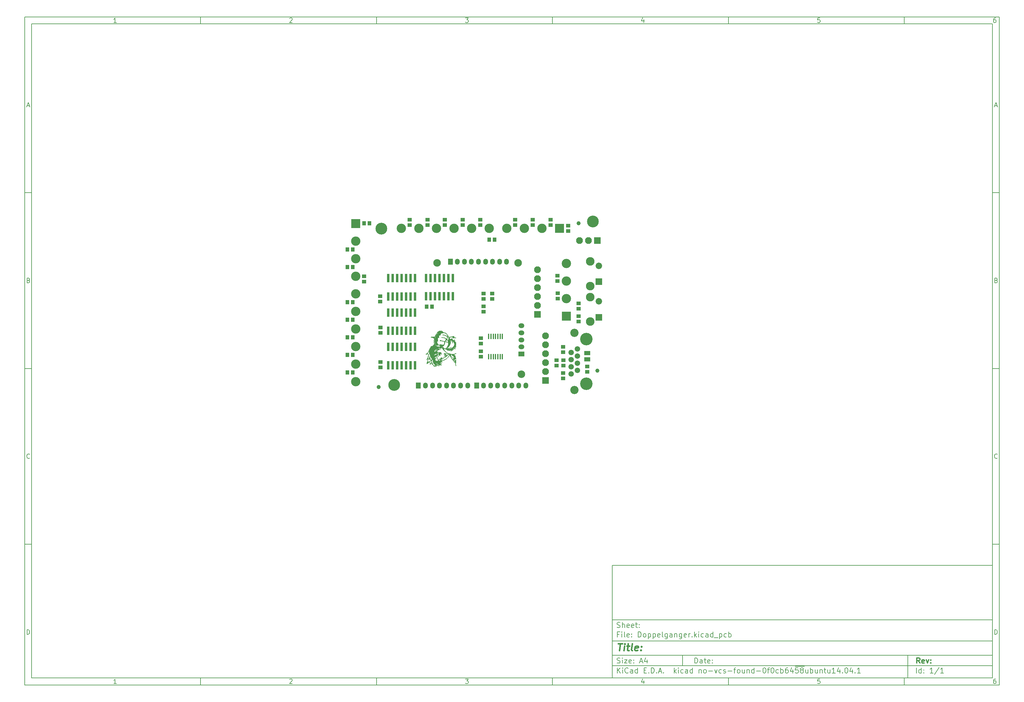
<source format=gbs>
G04 #@! TF.GenerationSoftware,KiCad,Pcbnew,no-vcs-found-0f0cb64~58~ubuntu14.04.1*
G04 #@! TF.CreationDate,2017-03-27T23:46:48+02:00*
G04 #@! TF.ProjectId,Doppelganger,446F7070656C67616E6765722E6B6963,rev?*
G04 #@! TF.FileFunction,Soldermask,Bot*
G04 #@! TF.FilePolarity,Negative*
%FSLAX46Y46*%
G04 Gerber Fmt 4.6, Leading zero omitted, Abs format (unit mm)*
G04 Created by KiCad (PCBNEW no-vcs-found-0f0cb64~58~ubuntu14.04.1) date Mon Mar 27 23:46:48 2017*
%MOMM*%
%LPD*%
G01*
G04 APERTURE LIST*
%ADD10C,0.100000*%
%ADD11C,0.150000*%
%ADD12C,0.300000*%
%ADD13C,0.400000*%
%ADD14C,0.010000*%
%ADD15R,1.064400X1.216800*%
%ADD16R,1.216800X1.064400*%
%ADD17R,2.650000X2.650000*%
%ADD18C,2.650000*%
%ADD19R,1.850000X1.850000*%
%ADD20C,1.850000*%
%ADD21C,2.450000*%
%ADD22R,1.950000X1.950000*%
%ADD23C,1.950000*%
%ADD24R,0.750000X2.350000*%
%ADD25R,0.450000X1.650000*%
%ADD26C,1.550000*%
%ADD27C,3.550000*%
%ADD28C,2.350000*%
%ADD29R,1.724800X1.216800*%
%ADD30O,1.350000X1.674000*%
%ADD31R,1.350000X1.674000*%
%ADD32O,1.674000X1.350000*%
%ADD33R,1.674000X1.350000*%
%ADD34C,2.150000*%
%ADD35C,3.350000*%
%ADD36C,1.150000*%
G04 APERTURE END LIST*
D10*
D11*
X177002200Y-166007200D02*
X177002200Y-198007200D01*
X285002200Y-198007200D01*
X285002200Y-166007200D01*
X177002200Y-166007200D01*
D10*
D11*
X10000000Y-10000000D02*
X10000000Y-200007200D01*
X287002200Y-200007200D01*
X287002200Y-10000000D01*
X10000000Y-10000000D01*
D10*
D11*
X12000000Y-12000000D02*
X12000000Y-198007200D01*
X285002200Y-198007200D01*
X285002200Y-12000000D01*
X12000000Y-12000000D01*
D10*
D11*
X60000000Y-12000000D02*
X60000000Y-10000000D01*
D10*
D11*
X110000000Y-12000000D02*
X110000000Y-10000000D01*
D10*
D11*
X160000000Y-12000000D02*
X160000000Y-10000000D01*
D10*
D11*
X210000000Y-12000000D02*
X210000000Y-10000000D01*
D10*
D11*
X260000000Y-12000000D02*
X260000000Y-10000000D01*
D10*
D11*
X36065476Y-11588095D02*
X35322619Y-11588095D01*
X35694047Y-11588095D02*
X35694047Y-10288095D01*
X35570238Y-10473809D01*
X35446428Y-10597619D01*
X35322619Y-10659523D01*
D10*
D11*
X85322619Y-10411904D02*
X85384523Y-10350000D01*
X85508333Y-10288095D01*
X85817857Y-10288095D01*
X85941666Y-10350000D01*
X86003571Y-10411904D01*
X86065476Y-10535714D01*
X86065476Y-10659523D01*
X86003571Y-10845238D01*
X85260714Y-11588095D01*
X86065476Y-11588095D01*
D10*
D11*
X135260714Y-10288095D02*
X136065476Y-10288095D01*
X135632142Y-10783333D01*
X135817857Y-10783333D01*
X135941666Y-10845238D01*
X136003571Y-10907142D01*
X136065476Y-11030952D01*
X136065476Y-11340476D01*
X136003571Y-11464285D01*
X135941666Y-11526190D01*
X135817857Y-11588095D01*
X135446428Y-11588095D01*
X135322619Y-11526190D01*
X135260714Y-11464285D01*
D10*
D11*
X185941666Y-10721428D02*
X185941666Y-11588095D01*
X185632142Y-10226190D02*
X185322619Y-11154761D01*
X186127380Y-11154761D01*
D10*
D11*
X236003571Y-10288095D02*
X235384523Y-10288095D01*
X235322619Y-10907142D01*
X235384523Y-10845238D01*
X235508333Y-10783333D01*
X235817857Y-10783333D01*
X235941666Y-10845238D01*
X236003571Y-10907142D01*
X236065476Y-11030952D01*
X236065476Y-11340476D01*
X236003571Y-11464285D01*
X235941666Y-11526190D01*
X235817857Y-11588095D01*
X235508333Y-11588095D01*
X235384523Y-11526190D01*
X235322619Y-11464285D01*
D10*
D11*
X285941666Y-10288095D02*
X285694047Y-10288095D01*
X285570238Y-10350000D01*
X285508333Y-10411904D01*
X285384523Y-10597619D01*
X285322619Y-10845238D01*
X285322619Y-11340476D01*
X285384523Y-11464285D01*
X285446428Y-11526190D01*
X285570238Y-11588095D01*
X285817857Y-11588095D01*
X285941666Y-11526190D01*
X286003571Y-11464285D01*
X286065476Y-11340476D01*
X286065476Y-11030952D01*
X286003571Y-10907142D01*
X285941666Y-10845238D01*
X285817857Y-10783333D01*
X285570238Y-10783333D01*
X285446428Y-10845238D01*
X285384523Y-10907142D01*
X285322619Y-11030952D01*
D10*
D11*
X60000000Y-198007200D02*
X60000000Y-200007200D01*
D10*
D11*
X110000000Y-198007200D02*
X110000000Y-200007200D01*
D10*
D11*
X160000000Y-198007200D02*
X160000000Y-200007200D01*
D10*
D11*
X210000000Y-198007200D02*
X210000000Y-200007200D01*
D10*
D11*
X260000000Y-198007200D02*
X260000000Y-200007200D01*
D10*
D11*
X36065476Y-199595295D02*
X35322619Y-199595295D01*
X35694047Y-199595295D02*
X35694047Y-198295295D01*
X35570238Y-198481009D01*
X35446428Y-198604819D01*
X35322619Y-198666723D01*
D10*
D11*
X85322619Y-198419104D02*
X85384523Y-198357200D01*
X85508333Y-198295295D01*
X85817857Y-198295295D01*
X85941666Y-198357200D01*
X86003571Y-198419104D01*
X86065476Y-198542914D01*
X86065476Y-198666723D01*
X86003571Y-198852438D01*
X85260714Y-199595295D01*
X86065476Y-199595295D01*
D10*
D11*
X135260714Y-198295295D02*
X136065476Y-198295295D01*
X135632142Y-198790533D01*
X135817857Y-198790533D01*
X135941666Y-198852438D01*
X136003571Y-198914342D01*
X136065476Y-199038152D01*
X136065476Y-199347676D01*
X136003571Y-199471485D01*
X135941666Y-199533390D01*
X135817857Y-199595295D01*
X135446428Y-199595295D01*
X135322619Y-199533390D01*
X135260714Y-199471485D01*
D10*
D11*
X185941666Y-198728628D02*
X185941666Y-199595295D01*
X185632142Y-198233390D02*
X185322619Y-199161961D01*
X186127380Y-199161961D01*
D10*
D11*
X236003571Y-198295295D02*
X235384523Y-198295295D01*
X235322619Y-198914342D01*
X235384523Y-198852438D01*
X235508333Y-198790533D01*
X235817857Y-198790533D01*
X235941666Y-198852438D01*
X236003571Y-198914342D01*
X236065476Y-199038152D01*
X236065476Y-199347676D01*
X236003571Y-199471485D01*
X235941666Y-199533390D01*
X235817857Y-199595295D01*
X235508333Y-199595295D01*
X235384523Y-199533390D01*
X235322619Y-199471485D01*
D10*
D11*
X285941666Y-198295295D02*
X285694047Y-198295295D01*
X285570238Y-198357200D01*
X285508333Y-198419104D01*
X285384523Y-198604819D01*
X285322619Y-198852438D01*
X285322619Y-199347676D01*
X285384523Y-199471485D01*
X285446428Y-199533390D01*
X285570238Y-199595295D01*
X285817857Y-199595295D01*
X285941666Y-199533390D01*
X286003571Y-199471485D01*
X286065476Y-199347676D01*
X286065476Y-199038152D01*
X286003571Y-198914342D01*
X285941666Y-198852438D01*
X285817857Y-198790533D01*
X285570238Y-198790533D01*
X285446428Y-198852438D01*
X285384523Y-198914342D01*
X285322619Y-199038152D01*
D10*
D11*
X10000000Y-60000000D02*
X12000000Y-60000000D01*
D10*
D11*
X10000000Y-110000000D02*
X12000000Y-110000000D01*
D10*
D11*
X10000000Y-160000000D02*
X12000000Y-160000000D01*
D10*
D11*
X10690476Y-35216666D02*
X11309523Y-35216666D01*
X10566666Y-35588095D02*
X11000000Y-34288095D01*
X11433333Y-35588095D01*
D10*
D11*
X11092857Y-84907142D02*
X11278571Y-84969047D01*
X11340476Y-85030952D01*
X11402380Y-85154761D01*
X11402380Y-85340476D01*
X11340476Y-85464285D01*
X11278571Y-85526190D01*
X11154761Y-85588095D01*
X10659523Y-85588095D01*
X10659523Y-84288095D01*
X11092857Y-84288095D01*
X11216666Y-84350000D01*
X11278571Y-84411904D01*
X11340476Y-84535714D01*
X11340476Y-84659523D01*
X11278571Y-84783333D01*
X11216666Y-84845238D01*
X11092857Y-84907142D01*
X10659523Y-84907142D01*
D10*
D11*
X11402380Y-135464285D02*
X11340476Y-135526190D01*
X11154761Y-135588095D01*
X11030952Y-135588095D01*
X10845238Y-135526190D01*
X10721428Y-135402380D01*
X10659523Y-135278571D01*
X10597619Y-135030952D01*
X10597619Y-134845238D01*
X10659523Y-134597619D01*
X10721428Y-134473809D01*
X10845238Y-134350000D01*
X11030952Y-134288095D01*
X11154761Y-134288095D01*
X11340476Y-134350000D01*
X11402380Y-134411904D01*
D10*
D11*
X10659523Y-185588095D02*
X10659523Y-184288095D01*
X10969047Y-184288095D01*
X11154761Y-184350000D01*
X11278571Y-184473809D01*
X11340476Y-184597619D01*
X11402380Y-184845238D01*
X11402380Y-185030952D01*
X11340476Y-185278571D01*
X11278571Y-185402380D01*
X11154761Y-185526190D01*
X10969047Y-185588095D01*
X10659523Y-185588095D01*
D10*
D11*
X287002200Y-60000000D02*
X285002200Y-60000000D01*
D10*
D11*
X287002200Y-110000000D02*
X285002200Y-110000000D01*
D10*
D11*
X287002200Y-160000000D02*
X285002200Y-160000000D01*
D10*
D11*
X285692676Y-35216666D02*
X286311723Y-35216666D01*
X285568866Y-35588095D02*
X286002200Y-34288095D01*
X286435533Y-35588095D01*
D10*
D11*
X286095057Y-84907142D02*
X286280771Y-84969047D01*
X286342676Y-85030952D01*
X286404580Y-85154761D01*
X286404580Y-85340476D01*
X286342676Y-85464285D01*
X286280771Y-85526190D01*
X286156961Y-85588095D01*
X285661723Y-85588095D01*
X285661723Y-84288095D01*
X286095057Y-84288095D01*
X286218866Y-84350000D01*
X286280771Y-84411904D01*
X286342676Y-84535714D01*
X286342676Y-84659523D01*
X286280771Y-84783333D01*
X286218866Y-84845238D01*
X286095057Y-84907142D01*
X285661723Y-84907142D01*
D10*
D11*
X286404580Y-135464285D02*
X286342676Y-135526190D01*
X286156961Y-135588095D01*
X286033152Y-135588095D01*
X285847438Y-135526190D01*
X285723628Y-135402380D01*
X285661723Y-135278571D01*
X285599819Y-135030952D01*
X285599819Y-134845238D01*
X285661723Y-134597619D01*
X285723628Y-134473809D01*
X285847438Y-134350000D01*
X286033152Y-134288095D01*
X286156961Y-134288095D01*
X286342676Y-134350000D01*
X286404580Y-134411904D01*
D10*
D11*
X285661723Y-185588095D02*
X285661723Y-184288095D01*
X285971247Y-184288095D01*
X286156961Y-184350000D01*
X286280771Y-184473809D01*
X286342676Y-184597619D01*
X286404580Y-184845238D01*
X286404580Y-185030952D01*
X286342676Y-185278571D01*
X286280771Y-185402380D01*
X286156961Y-185526190D01*
X285971247Y-185588095D01*
X285661723Y-185588095D01*
D10*
D11*
X200434342Y-193785771D02*
X200434342Y-192285771D01*
X200791485Y-192285771D01*
X201005771Y-192357200D01*
X201148628Y-192500057D01*
X201220057Y-192642914D01*
X201291485Y-192928628D01*
X201291485Y-193142914D01*
X201220057Y-193428628D01*
X201148628Y-193571485D01*
X201005771Y-193714342D01*
X200791485Y-193785771D01*
X200434342Y-193785771D01*
X202577200Y-193785771D02*
X202577200Y-193000057D01*
X202505771Y-192857200D01*
X202362914Y-192785771D01*
X202077200Y-192785771D01*
X201934342Y-192857200D01*
X202577200Y-193714342D02*
X202434342Y-193785771D01*
X202077200Y-193785771D01*
X201934342Y-193714342D01*
X201862914Y-193571485D01*
X201862914Y-193428628D01*
X201934342Y-193285771D01*
X202077200Y-193214342D01*
X202434342Y-193214342D01*
X202577200Y-193142914D01*
X203077200Y-192785771D02*
X203648628Y-192785771D01*
X203291485Y-192285771D02*
X203291485Y-193571485D01*
X203362914Y-193714342D01*
X203505771Y-193785771D01*
X203648628Y-193785771D01*
X204720057Y-193714342D02*
X204577200Y-193785771D01*
X204291485Y-193785771D01*
X204148628Y-193714342D01*
X204077200Y-193571485D01*
X204077200Y-193000057D01*
X204148628Y-192857200D01*
X204291485Y-192785771D01*
X204577200Y-192785771D01*
X204720057Y-192857200D01*
X204791485Y-193000057D01*
X204791485Y-193142914D01*
X204077200Y-193285771D01*
X205434342Y-193642914D02*
X205505771Y-193714342D01*
X205434342Y-193785771D01*
X205362914Y-193714342D01*
X205434342Y-193642914D01*
X205434342Y-193785771D01*
X205434342Y-192857200D02*
X205505771Y-192928628D01*
X205434342Y-193000057D01*
X205362914Y-192928628D01*
X205434342Y-192857200D01*
X205434342Y-193000057D01*
D10*
D11*
X177002200Y-194507200D02*
X285002200Y-194507200D01*
D10*
D11*
X178434342Y-196585771D02*
X178434342Y-195085771D01*
X179291485Y-196585771D02*
X178648628Y-195728628D01*
X179291485Y-195085771D02*
X178434342Y-195942914D01*
X179934342Y-196585771D02*
X179934342Y-195585771D01*
X179934342Y-195085771D02*
X179862914Y-195157200D01*
X179934342Y-195228628D01*
X180005771Y-195157200D01*
X179934342Y-195085771D01*
X179934342Y-195228628D01*
X181505771Y-196442914D02*
X181434342Y-196514342D01*
X181220057Y-196585771D01*
X181077200Y-196585771D01*
X180862914Y-196514342D01*
X180720057Y-196371485D01*
X180648628Y-196228628D01*
X180577200Y-195942914D01*
X180577200Y-195728628D01*
X180648628Y-195442914D01*
X180720057Y-195300057D01*
X180862914Y-195157200D01*
X181077200Y-195085771D01*
X181220057Y-195085771D01*
X181434342Y-195157200D01*
X181505771Y-195228628D01*
X182791485Y-196585771D02*
X182791485Y-195800057D01*
X182720057Y-195657200D01*
X182577200Y-195585771D01*
X182291485Y-195585771D01*
X182148628Y-195657200D01*
X182791485Y-196514342D02*
X182648628Y-196585771D01*
X182291485Y-196585771D01*
X182148628Y-196514342D01*
X182077200Y-196371485D01*
X182077200Y-196228628D01*
X182148628Y-196085771D01*
X182291485Y-196014342D01*
X182648628Y-196014342D01*
X182791485Y-195942914D01*
X184148628Y-196585771D02*
X184148628Y-195085771D01*
X184148628Y-196514342D02*
X184005771Y-196585771D01*
X183720057Y-196585771D01*
X183577200Y-196514342D01*
X183505771Y-196442914D01*
X183434342Y-196300057D01*
X183434342Y-195871485D01*
X183505771Y-195728628D01*
X183577200Y-195657200D01*
X183720057Y-195585771D01*
X184005771Y-195585771D01*
X184148628Y-195657200D01*
X186005771Y-195800057D02*
X186505771Y-195800057D01*
X186720057Y-196585771D02*
X186005771Y-196585771D01*
X186005771Y-195085771D01*
X186720057Y-195085771D01*
X187362914Y-196442914D02*
X187434342Y-196514342D01*
X187362914Y-196585771D01*
X187291485Y-196514342D01*
X187362914Y-196442914D01*
X187362914Y-196585771D01*
X188077200Y-196585771D02*
X188077200Y-195085771D01*
X188434342Y-195085771D01*
X188648628Y-195157200D01*
X188791485Y-195300057D01*
X188862914Y-195442914D01*
X188934342Y-195728628D01*
X188934342Y-195942914D01*
X188862914Y-196228628D01*
X188791485Y-196371485D01*
X188648628Y-196514342D01*
X188434342Y-196585771D01*
X188077200Y-196585771D01*
X189577200Y-196442914D02*
X189648628Y-196514342D01*
X189577200Y-196585771D01*
X189505771Y-196514342D01*
X189577200Y-196442914D01*
X189577200Y-196585771D01*
X190220057Y-196157200D02*
X190934342Y-196157200D01*
X190077200Y-196585771D02*
X190577200Y-195085771D01*
X191077200Y-196585771D01*
X191577200Y-196442914D02*
X191648628Y-196514342D01*
X191577200Y-196585771D01*
X191505771Y-196514342D01*
X191577200Y-196442914D01*
X191577200Y-196585771D01*
X194577200Y-196585771D02*
X194577200Y-195085771D01*
X194720057Y-196014342D02*
X195148628Y-196585771D01*
X195148628Y-195585771D02*
X194577200Y-196157200D01*
X195791485Y-196585771D02*
X195791485Y-195585771D01*
X195791485Y-195085771D02*
X195720057Y-195157200D01*
X195791485Y-195228628D01*
X195862914Y-195157200D01*
X195791485Y-195085771D01*
X195791485Y-195228628D01*
X197148628Y-196514342D02*
X197005771Y-196585771D01*
X196720057Y-196585771D01*
X196577200Y-196514342D01*
X196505771Y-196442914D01*
X196434342Y-196300057D01*
X196434342Y-195871485D01*
X196505771Y-195728628D01*
X196577200Y-195657200D01*
X196720057Y-195585771D01*
X197005771Y-195585771D01*
X197148628Y-195657200D01*
X198434342Y-196585771D02*
X198434342Y-195800057D01*
X198362914Y-195657200D01*
X198220057Y-195585771D01*
X197934342Y-195585771D01*
X197791485Y-195657200D01*
X198434342Y-196514342D02*
X198291485Y-196585771D01*
X197934342Y-196585771D01*
X197791485Y-196514342D01*
X197720057Y-196371485D01*
X197720057Y-196228628D01*
X197791485Y-196085771D01*
X197934342Y-196014342D01*
X198291485Y-196014342D01*
X198434342Y-195942914D01*
X199791485Y-196585771D02*
X199791485Y-195085771D01*
X199791485Y-196514342D02*
X199648628Y-196585771D01*
X199362914Y-196585771D01*
X199220057Y-196514342D01*
X199148628Y-196442914D01*
X199077200Y-196300057D01*
X199077200Y-195871485D01*
X199148628Y-195728628D01*
X199220057Y-195657200D01*
X199362914Y-195585771D01*
X199648628Y-195585771D01*
X199791485Y-195657200D01*
X201648628Y-195585771D02*
X201648628Y-196585771D01*
X201648628Y-195728628D02*
X201720057Y-195657200D01*
X201862914Y-195585771D01*
X202077200Y-195585771D01*
X202220057Y-195657200D01*
X202291485Y-195800057D01*
X202291485Y-196585771D01*
X203220057Y-196585771D02*
X203077200Y-196514342D01*
X203005771Y-196442914D01*
X202934342Y-196300057D01*
X202934342Y-195871485D01*
X203005771Y-195728628D01*
X203077200Y-195657200D01*
X203220057Y-195585771D01*
X203434342Y-195585771D01*
X203577200Y-195657200D01*
X203648628Y-195728628D01*
X203720057Y-195871485D01*
X203720057Y-196300057D01*
X203648628Y-196442914D01*
X203577200Y-196514342D01*
X203434342Y-196585771D01*
X203220057Y-196585771D01*
X204362914Y-196014342D02*
X205505771Y-196014342D01*
X206077200Y-195585771D02*
X206434342Y-196585771D01*
X206791485Y-195585771D01*
X208005771Y-196514342D02*
X207862914Y-196585771D01*
X207577200Y-196585771D01*
X207434342Y-196514342D01*
X207362914Y-196442914D01*
X207291485Y-196300057D01*
X207291485Y-195871485D01*
X207362914Y-195728628D01*
X207434342Y-195657200D01*
X207577200Y-195585771D01*
X207862914Y-195585771D01*
X208005771Y-195657200D01*
X208577200Y-196514342D02*
X208720057Y-196585771D01*
X209005771Y-196585771D01*
X209148628Y-196514342D01*
X209220057Y-196371485D01*
X209220057Y-196300057D01*
X209148628Y-196157200D01*
X209005771Y-196085771D01*
X208791485Y-196085771D01*
X208648628Y-196014342D01*
X208577200Y-195871485D01*
X208577200Y-195800057D01*
X208648628Y-195657200D01*
X208791485Y-195585771D01*
X209005771Y-195585771D01*
X209148628Y-195657200D01*
X209862914Y-196014342D02*
X211005771Y-196014342D01*
X211505771Y-195585771D02*
X212077200Y-195585771D01*
X211720057Y-196585771D02*
X211720057Y-195300057D01*
X211791485Y-195157200D01*
X211934342Y-195085771D01*
X212077200Y-195085771D01*
X212791485Y-196585771D02*
X212648628Y-196514342D01*
X212577200Y-196442914D01*
X212505771Y-196300057D01*
X212505771Y-195871485D01*
X212577200Y-195728628D01*
X212648628Y-195657200D01*
X212791485Y-195585771D01*
X213005771Y-195585771D01*
X213148628Y-195657200D01*
X213220057Y-195728628D01*
X213291485Y-195871485D01*
X213291485Y-196300057D01*
X213220057Y-196442914D01*
X213148628Y-196514342D01*
X213005771Y-196585771D01*
X212791485Y-196585771D01*
X214577200Y-195585771D02*
X214577200Y-196585771D01*
X213934342Y-195585771D02*
X213934342Y-196371485D01*
X214005771Y-196514342D01*
X214148628Y-196585771D01*
X214362914Y-196585771D01*
X214505771Y-196514342D01*
X214577200Y-196442914D01*
X215291485Y-195585771D02*
X215291485Y-196585771D01*
X215291485Y-195728628D02*
X215362914Y-195657200D01*
X215505771Y-195585771D01*
X215720057Y-195585771D01*
X215862914Y-195657200D01*
X215934342Y-195800057D01*
X215934342Y-196585771D01*
X217291485Y-196585771D02*
X217291485Y-195085771D01*
X217291485Y-196514342D02*
X217148628Y-196585771D01*
X216862914Y-196585771D01*
X216720057Y-196514342D01*
X216648628Y-196442914D01*
X216577200Y-196300057D01*
X216577200Y-195871485D01*
X216648628Y-195728628D01*
X216720057Y-195657200D01*
X216862914Y-195585771D01*
X217148628Y-195585771D01*
X217291485Y-195657200D01*
X218005771Y-196014342D02*
X219148628Y-196014342D01*
X220148628Y-195085771D02*
X220291485Y-195085771D01*
X220434342Y-195157200D01*
X220505771Y-195228628D01*
X220577200Y-195371485D01*
X220648628Y-195657200D01*
X220648628Y-196014342D01*
X220577200Y-196300057D01*
X220505771Y-196442914D01*
X220434342Y-196514342D01*
X220291485Y-196585771D01*
X220148628Y-196585771D01*
X220005771Y-196514342D01*
X219934342Y-196442914D01*
X219862914Y-196300057D01*
X219791485Y-196014342D01*
X219791485Y-195657200D01*
X219862914Y-195371485D01*
X219934342Y-195228628D01*
X220005771Y-195157200D01*
X220148628Y-195085771D01*
X221077200Y-195585771D02*
X221648628Y-195585771D01*
X221291485Y-196585771D02*
X221291485Y-195300057D01*
X221362914Y-195157200D01*
X221505771Y-195085771D01*
X221648628Y-195085771D01*
X222434342Y-195085771D02*
X222577200Y-195085771D01*
X222720057Y-195157200D01*
X222791485Y-195228628D01*
X222862914Y-195371485D01*
X222934342Y-195657200D01*
X222934342Y-196014342D01*
X222862914Y-196300057D01*
X222791485Y-196442914D01*
X222720057Y-196514342D01*
X222577200Y-196585771D01*
X222434342Y-196585771D01*
X222291485Y-196514342D01*
X222220057Y-196442914D01*
X222148628Y-196300057D01*
X222077200Y-196014342D01*
X222077200Y-195657200D01*
X222148628Y-195371485D01*
X222220057Y-195228628D01*
X222291485Y-195157200D01*
X222434342Y-195085771D01*
X224220057Y-196514342D02*
X224077200Y-196585771D01*
X223791485Y-196585771D01*
X223648628Y-196514342D01*
X223577200Y-196442914D01*
X223505771Y-196300057D01*
X223505771Y-195871485D01*
X223577200Y-195728628D01*
X223648628Y-195657200D01*
X223791485Y-195585771D01*
X224077200Y-195585771D01*
X224220057Y-195657200D01*
X224862914Y-196585771D02*
X224862914Y-195085771D01*
X224862914Y-195657200D02*
X225005771Y-195585771D01*
X225291485Y-195585771D01*
X225434342Y-195657200D01*
X225505771Y-195728628D01*
X225577200Y-195871485D01*
X225577200Y-196300057D01*
X225505771Y-196442914D01*
X225434342Y-196514342D01*
X225291485Y-196585771D01*
X225005771Y-196585771D01*
X224862914Y-196514342D01*
X226862914Y-195085771D02*
X226577200Y-195085771D01*
X226434342Y-195157200D01*
X226362914Y-195228628D01*
X226220057Y-195442914D01*
X226148628Y-195728628D01*
X226148628Y-196300057D01*
X226220057Y-196442914D01*
X226291485Y-196514342D01*
X226434342Y-196585771D01*
X226720057Y-196585771D01*
X226862914Y-196514342D01*
X226934342Y-196442914D01*
X227005771Y-196300057D01*
X227005771Y-195942914D01*
X226934342Y-195800057D01*
X226862914Y-195728628D01*
X226720057Y-195657200D01*
X226434342Y-195657200D01*
X226291485Y-195728628D01*
X226220057Y-195800057D01*
X226148628Y-195942914D01*
X228291485Y-195585771D02*
X228291485Y-196585771D01*
X227934342Y-195014342D02*
X227577200Y-196085771D01*
X228505771Y-196085771D01*
X228967557Y-194677200D02*
X230148628Y-194677200D01*
X229791485Y-195085771D02*
X229077200Y-195085771D01*
X229005771Y-195800057D01*
X229077200Y-195728628D01*
X229220057Y-195657200D01*
X229577200Y-195657200D01*
X229720057Y-195728628D01*
X229791485Y-195800057D01*
X229862914Y-195942914D01*
X229862914Y-196300057D01*
X229791485Y-196442914D01*
X229720057Y-196514342D01*
X229577200Y-196585771D01*
X229220057Y-196585771D01*
X229077200Y-196514342D01*
X229005771Y-196442914D01*
X230148628Y-194677200D02*
X231577200Y-194677200D01*
X230720057Y-195728628D02*
X230577200Y-195657200D01*
X230505771Y-195585771D01*
X230434342Y-195442914D01*
X230434342Y-195371485D01*
X230505771Y-195228628D01*
X230577200Y-195157200D01*
X230720057Y-195085771D01*
X231005771Y-195085771D01*
X231148628Y-195157200D01*
X231220057Y-195228628D01*
X231291485Y-195371485D01*
X231291485Y-195442914D01*
X231220057Y-195585771D01*
X231148628Y-195657200D01*
X231005771Y-195728628D01*
X230720057Y-195728628D01*
X230577200Y-195800057D01*
X230505771Y-195871485D01*
X230434342Y-196014342D01*
X230434342Y-196300057D01*
X230505771Y-196442914D01*
X230577200Y-196514342D01*
X230720057Y-196585771D01*
X231005771Y-196585771D01*
X231148628Y-196514342D01*
X231220057Y-196442914D01*
X231291485Y-196300057D01*
X231291485Y-196014342D01*
X231220057Y-195871485D01*
X231148628Y-195800057D01*
X231005771Y-195728628D01*
X232577200Y-195585771D02*
X232577200Y-196585771D01*
X231934342Y-195585771D02*
X231934342Y-196371485D01*
X232005771Y-196514342D01*
X232148628Y-196585771D01*
X232362914Y-196585771D01*
X232505771Y-196514342D01*
X232577200Y-196442914D01*
X233291485Y-196585771D02*
X233291485Y-195085771D01*
X233291485Y-195657200D02*
X233434342Y-195585771D01*
X233720057Y-195585771D01*
X233862914Y-195657200D01*
X233934342Y-195728628D01*
X234005771Y-195871485D01*
X234005771Y-196300057D01*
X233934342Y-196442914D01*
X233862914Y-196514342D01*
X233720057Y-196585771D01*
X233434342Y-196585771D01*
X233291485Y-196514342D01*
X235291485Y-195585771D02*
X235291485Y-196585771D01*
X234648628Y-195585771D02*
X234648628Y-196371485D01*
X234720057Y-196514342D01*
X234862914Y-196585771D01*
X235077200Y-196585771D01*
X235220057Y-196514342D01*
X235291485Y-196442914D01*
X236005771Y-195585771D02*
X236005771Y-196585771D01*
X236005771Y-195728628D02*
X236077200Y-195657200D01*
X236220057Y-195585771D01*
X236434342Y-195585771D01*
X236577200Y-195657200D01*
X236648628Y-195800057D01*
X236648628Y-196585771D01*
X237148628Y-195585771D02*
X237720057Y-195585771D01*
X237362914Y-195085771D02*
X237362914Y-196371485D01*
X237434342Y-196514342D01*
X237577200Y-196585771D01*
X237720057Y-196585771D01*
X238862914Y-195585771D02*
X238862914Y-196585771D01*
X238220057Y-195585771D02*
X238220057Y-196371485D01*
X238291485Y-196514342D01*
X238434342Y-196585771D01*
X238648628Y-196585771D01*
X238791485Y-196514342D01*
X238862914Y-196442914D01*
X240362914Y-196585771D02*
X239505771Y-196585771D01*
X239934342Y-196585771D02*
X239934342Y-195085771D01*
X239791485Y-195300057D01*
X239648628Y-195442914D01*
X239505771Y-195514342D01*
X241648628Y-195585771D02*
X241648628Y-196585771D01*
X241291485Y-195014342D02*
X240934342Y-196085771D01*
X241862914Y-196085771D01*
X242434342Y-196442914D02*
X242505771Y-196514342D01*
X242434342Y-196585771D01*
X242362914Y-196514342D01*
X242434342Y-196442914D01*
X242434342Y-196585771D01*
X243434342Y-195085771D02*
X243577200Y-195085771D01*
X243720057Y-195157200D01*
X243791485Y-195228628D01*
X243862914Y-195371485D01*
X243934342Y-195657200D01*
X243934342Y-196014342D01*
X243862914Y-196300057D01*
X243791485Y-196442914D01*
X243720057Y-196514342D01*
X243577200Y-196585771D01*
X243434342Y-196585771D01*
X243291485Y-196514342D01*
X243220057Y-196442914D01*
X243148628Y-196300057D01*
X243077200Y-196014342D01*
X243077200Y-195657200D01*
X243148628Y-195371485D01*
X243220057Y-195228628D01*
X243291485Y-195157200D01*
X243434342Y-195085771D01*
X245220057Y-195585771D02*
X245220057Y-196585771D01*
X244862914Y-195014342D02*
X244505771Y-196085771D01*
X245434342Y-196085771D01*
X246005771Y-196442914D02*
X246077200Y-196514342D01*
X246005771Y-196585771D01*
X245934342Y-196514342D01*
X246005771Y-196442914D01*
X246005771Y-196585771D01*
X247505771Y-196585771D02*
X246648628Y-196585771D01*
X247077200Y-196585771D02*
X247077200Y-195085771D01*
X246934342Y-195300057D01*
X246791485Y-195442914D01*
X246648628Y-195514342D01*
D10*
D11*
X177002200Y-191507200D02*
X285002200Y-191507200D01*
D10*
D12*
X264411485Y-193785771D02*
X263911485Y-193071485D01*
X263554342Y-193785771D02*
X263554342Y-192285771D01*
X264125771Y-192285771D01*
X264268628Y-192357200D01*
X264340057Y-192428628D01*
X264411485Y-192571485D01*
X264411485Y-192785771D01*
X264340057Y-192928628D01*
X264268628Y-193000057D01*
X264125771Y-193071485D01*
X263554342Y-193071485D01*
X265625771Y-193714342D02*
X265482914Y-193785771D01*
X265197200Y-193785771D01*
X265054342Y-193714342D01*
X264982914Y-193571485D01*
X264982914Y-193000057D01*
X265054342Y-192857200D01*
X265197200Y-192785771D01*
X265482914Y-192785771D01*
X265625771Y-192857200D01*
X265697200Y-193000057D01*
X265697200Y-193142914D01*
X264982914Y-193285771D01*
X266197200Y-192785771D02*
X266554342Y-193785771D01*
X266911485Y-192785771D01*
X267482914Y-193642914D02*
X267554342Y-193714342D01*
X267482914Y-193785771D01*
X267411485Y-193714342D01*
X267482914Y-193642914D01*
X267482914Y-193785771D01*
X267482914Y-192857200D02*
X267554342Y-192928628D01*
X267482914Y-193000057D01*
X267411485Y-192928628D01*
X267482914Y-192857200D01*
X267482914Y-193000057D01*
D10*
D11*
X178362914Y-193714342D02*
X178577200Y-193785771D01*
X178934342Y-193785771D01*
X179077200Y-193714342D01*
X179148628Y-193642914D01*
X179220057Y-193500057D01*
X179220057Y-193357200D01*
X179148628Y-193214342D01*
X179077200Y-193142914D01*
X178934342Y-193071485D01*
X178648628Y-193000057D01*
X178505771Y-192928628D01*
X178434342Y-192857200D01*
X178362914Y-192714342D01*
X178362914Y-192571485D01*
X178434342Y-192428628D01*
X178505771Y-192357200D01*
X178648628Y-192285771D01*
X179005771Y-192285771D01*
X179220057Y-192357200D01*
X179862914Y-193785771D02*
X179862914Y-192785771D01*
X179862914Y-192285771D02*
X179791485Y-192357200D01*
X179862914Y-192428628D01*
X179934342Y-192357200D01*
X179862914Y-192285771D01*
X179862914Y-192428628D01*
X180434342Y-192785771D02*
X181220057Y-192785771D01*
X180434342Y-193785771D01*
X181220057Y-193785771D01*
X182362914Y-193714342D02*
X182220057Y-193785771D01*
X181934342Y-193785771D01*
X181791485Y-193714342D01*
X181720057Y-193571485D01*
X181720057Y-193000057D01*
X181791485Y-192857200D01*
X181934342Y-192785771D01*
X182220057Y-192785771D01*
X182362914Y-192857200D01*
X182434342Y-193000057D01*
X182434342Y-193142914D01*
X181720057Y-193285771D01*
X183077200Y-193642914D02*
X183148628Y-193714342D01*
X183077200Y-193785771D01*
X183005771Y-193714342D01*
X183077200Y-193642914D01*
X183077200Y-193785771D01*
X183077200Y-192857200D02*
X183148628Y-192928628D01*
X183077200Y-193000057D01*
X183005771Y-192928628D01*
X183077200Y-192857200D01*
X183077200Y-193000057D01*
X184862914Y-193357200D02*
X185577200Y-193357200D01*
X184720057Y-193785771D02*
X185220057Y-192285771D01*
X185720057Y-193785771D01*
X186862914Y-192785771D02*
X186862914Y-193785771D01*
X186505771Y-192214342D02*
X186148628Y-193285771D01*
X187077200Y-193285771D01*
D10*
D11*
X263434342Y-196585771D02*
X263434342Y-195085771D01*
X264791485Y-196585771D02*
X264791485Y-195085771D01*
X264791485Y-196514342D02*
X264648628Y-196585771D01*
X264362914Y-196585771D01*
X264220057Y-196514342D01*
X264148628Y-196442914D01*
X264077200Y-196300057D01*
X264077200Y-195871485D01*
X264148628Y-195728628D01*
X264220057Y-195657200D01*
X264362914Y-195585771D01*
X264648628Y-195585771D01*
X264791485Y-195657200D01*
X265505771Y-196442914D02*
X265577200Y-196514342D01*
X265505771Y-196585771D01*
X265434342Y-196514342D01*
X265505771Y-196442914D01*
X265505771Y-196585771D01*
X265505771Y-195657200D02*
X265577200Y-195728628D01*
X265505771Y-195800057D01*
X265434342Y-195728628D01*
X265505771Y-195657200D01*
X265505771Y-195800057D01*
X268148628Y-196585771D02*
X267291485Y-196585771D01*
X267720057Y-196585771D02*
X267720057Y-195085771D01*
X267577200Y-195300057D01*
X267434342Y-195442914D01*
X267291485Y-195514342D01*
X269862914Y-195014342D02*
X268577200Y-196942914D01*
X271148628Y-196585771D02*
X270291485Y-196585771D01*
X270720057Y-196585771D02*
X270720057Y-195085771D01*
X270577200Y-195300057D01*
X270434342Y-195442914D01*
X270291485Y-195514342D01*
D10*
D11*
X177002200Y-187507200D02*
X285002200Y-187507200D01*
D10*
D13*
X178714580Y-188211961D02*
X179857438Y-188211961D01*
X179036009Y-190211961D02*
X179286009Y-188211961D01*
X180274104Y-190211961D02*
X180440771Y-188878628D01*
X180524104Y-188211961D02*
X180416961Y-188307200D01*
X180500295Y-188402438D01*
X180607438Y-188307200D01*
X180524104Y-188211961D01*
X180500295Y-188402438D01*
X181107438Y-188878628D02*
X181869342Y-188878628D01*
X181476485Y-188211961D02*
X181262200Y-189926247D01*
X181333628Y-190116723D01*
X181512200Y-190211961D01*
X181702676Y-190211961D01*
X182655057Y-190211961D02*
X182476485Y-190116723D01*
X182405057Y-189926247D01*
X182619342Y-188211961D01*
X184190771Y-190116723D02*
X183988390Y-190211961D01*
X183607438Y-190211961D01*
X183428866Y-190116723D01*
X183357438Y-189926247D01*
X183452676Y-189164342D01*
X183571723Y-188973866D01*
X183774104Y-188878628D01*
X184155057Y-188878628D01*
X184333628Y-188973866D01*
X184405057Y-189164342D01*
X184381247Y-189354819D01*
X183405057Y-189545295D01*
X185155057Y-190021485D02*
X185238390Y-190116723D01*
X185131247Y-190211961D01*
X185047914Y-190116723D01*
X185155057Y-190021485D01*
X185131247Y-190211961D01*
X185286009Y-188973866D02*
X185369342Y-189069104D01*
X185262200Y-189164342D01*
X185178866Y-189069104D01*
X185286009Y-188973866D01*
X185262200Y-189164342D01*
D10*
D11*
X178934342Y-185600057D02*
X178434342Y-185600057D01*
X178434342Y-186385771D02*
X178434342Y-184885771D01*
X179148628Y-184885771D01*
X179720057Y-186385771D02*
X179720057Y-185385771D01*
X179720057Y-184885771D02*
X179648628Y-184957200D01*
X179720057Y-185028628D01*
X179791485Y-184957200D01*
X179720057Y-184885771D01*
X179720057Y-185028628D01*
X180648628Y-186385771D02*
X180505771Y-186314342D01*
X180434342Y-186171485D01*
X180434342Y-184885771D01*
X181791485Y-186314342D02*
X181648628Y-186385771D01*
X181362914Y-186385771D01*
X181220057Y-186314342D01*
X181148628Y-186171485D01*
X181148628Y-185600057D01*
X181220057Y-185457200D01*
X181362914Y-185385771D01*
X181648628Y-185385771D01*
X181791485Y-185457200D01*
X181862914Y-185600057D01*
X181862914Y-185742914D01*
X181148628Y-185885771D01*
X182505771Y-186242914D02*
X182577200Y-186314342D01*
X182505771Y-186385771D01*
X182434342Y-186314342D01*
X182505771Y-186242914D01*
X182505771Y-186385771D01*
X182505771Y-185457200D02*
X182577200Y-185528628D01*
X182505771Y-185600057D01*
X182434342Y-185528628D01*
X182505771Y-185457200D01*
X182505771Y-185600057D01*
X184362914Y-186385771D02*
X184362914Y-184885771D01*
X184720057Y-184885771D01*
X184934342Y-184957200D01*
X185077200Y-185100057D01*
X185148628Y-185242914D01*
X185220057Y-185528628D01*
X185220057Y-185742914D01*
X185148628Y-186028628D01*
X185077200Y-186171485D01*
X184934342Y-186314342D01*
X184720057Y-186385771D01*
X184362914Y-186385771D01*
X186077200Y-186385771D02*
X185934342Y-186314342D01*
X185862914Y-186242914D01*
X185791485Y-186100057D01*
X185791485Y-185671485D01*
X185862914Y-185528628D01*
X185934342Y-185457200D01*
X186077200Y-185385771D01*
X186291485Y-185385771D01*
X186434342Y-185457200D01*
X186505771Y-185528628D01*
X186577200Y-185671485D01*
X186577200Y-186100057D01*
X186505771Y-186242914D01*
X186434342Y-186314342D01*
X186291485Y-186385771D01*
X186077200Y-186385771D01*
X187220057Y-185385771D02*
X187220057Y-186885771D01*
X187220057Y-185457200D02*
X187362914Y-185385771D01*
X187648628Y-185385771D01*
X187791485Y-185457200D01*
X187862914Y-185528628D01*
X187934342Y-185671485D01*
X187934342Y-186100057D01*
X187862914Y-186242914D01*
X187791485Y-186314342D01*
X187648628Y-186385771D01*
X187362914Y-186385771D01*
X187220057Y-186314342D01*
X188577200Y-185385771D02*
X188577200Y-186885771D01*
X188577200Y-185457200D02*
X188720057Y-185385771D01*
X189005771Y-185385771D01*
X189148628Y-185457200D01*
X189220057Y-185528628D01*
X189291485Y-185671485D01*
X189291485Y-186100057D01*
X189220057Y-186242914D01*
X189148628Y-186314342D01*
X189005771Y-186385771D01*
X188720057Y-186385771D01*
X188577200Y-186314342D01*
X190505771Y-186314342D02*
X190362914Y-186385771D01*
X190077200Y-186385771D01*
X189934342Y-186314342D01*
X189862914Y-186171485D01*
X189862914Y-185600057D01*
X189934342Y-185457200D01*
X190077200Y-185385771D01*
X190362914Y-185385771D01*
X190505771Y-185457200D01*
X190577200Y-185600057D01*
X190577200Y-185742914D01*
X189862914Y-185885771D01*
X191434342Y-186385771D02*
X191291485Y-186314342D01*
X191220057Y-186171485D01*
X191220057Y-184885771D01*
X192648628Y-185385771D02*
X192648628Y-186600057D01*
X192577200Y-186742914D01*
X192505771Y-186814342D01*
X192362914Y-186885771D01*
X192148628Y-186885771D01*
X192005771Y-186814342D01*
X192648628Y-186314342D02*
X192505771Y-186385771D01*
X192220057Y-186385771D01*
X192077200Y-186314342D01*
X192005771Y-186242914D01*
X191934342Y-186100057D01*
X191934342Y-185671485D01*
X192005771Y-185528628D01*
X192077200Y-185457200D01*
X192220057Y-185385771D01*
X192505771Y-185385771D01*
X192648628Y-185457200D01*
X194005771Y-186385771D02*
X194005771Y-185600057D01*
X193934342Y-185457200D01*
X193791485Y-185385771D01*
X193505771Y-185385771D01*
X193362914Y-185457200D01*
X194005771Y-186314342D02*
X193862914Y-186385771D01*
X193505771Y-186385771D01*
X193362914Y-186314342D01*
X193291485Y-186171485D01*
X193291485Y-186028628D01*
X193362914Y-185885771D01*
X193505771Y-185814342D01*
X193862914Y-185814342D01*
X194005771Y-185742914D01*
X194720057Y-185385771D02*
X194720057Y-186385771D01*
X194720057Y-185528628D02*
X194791485Y-185457200D01*
X194934342Y-185385771D01*
X195148628Y-185385771D01*
X195291485Y-185457200D01*
X195362914Y-185600057D01*
X195362914Y-186385771D01*
X196720057Y-185385771D02*
X196720057Y-186600057D01*
X196648628Y-186742914D01*
X196577200Y-186814342D01*
X196434342Y-186885771D01*
X196220057Y-186885771D01*
X196077200Y-186814342D01*
X196720057Y-186314342D02*
X196577200Y-186385771D01*
X196291485Y-186385771D01*
X196148628Y-186314342D01*
X196077200Y-186242914D01*
X196005771Y-186100057D01*
X196005771Y-185671485D01*
X196077200Y-185528628D01*
X196148628Y-185457200D01*
X196291485Y-185385771D01*
X196577200Y-185385771D01*
X196720057Y-185457200D01*
X198005771Y-186314342D02*
X197862914Y-186385771D01*
X197577200Y-186385771D01*
X197434342Y-186314342D01*
X197362914Y-186171485D01*
X197362914Y-185600057D01*
X197434342Y-185457200D01*
X197577200Y-185385771D01*
X197862914Y-185385771D01*
X198005771Y-185457200D01*
X198077200Y-185600057D01*
X198077200Y-185742914D01*
X197362914Y-185885771D01*
X198720057Y-186385771D02*
X198720057Y-185385771D01*
X198720057Y-185671485D02*
X198791485Y-185528628D01*
X198862914Y-185457200D01*
X199005771Y-185385771D01*
X199148628Y-185385771D01*
X199648628Y-186242914D02*
X199720057Y-186314342D01*
X199648628Y-186385771D01*
X199577200Y-186314342D01*
X199648628Y-186242914D01*
X199648628Y-186385771D01*
X200362914Y-186385771D02*
X200362914Y-184885771D01*
X200505771Y-185814342D02*
X200934342Y-186385771D01*
X200934342Y-185385771D02*
X200362914Y-185957200D01*
X201577200Y-186385771D02*
X201577200Y-185385771D01*
X201577200Y-184885771D02*
X201505771Y-184957200D01*
X201577200Y-185028628D01*
X201648628Y-184957200D01*
X201577200Y-184885771D01*
X201577200Y-185028628D01*
X202934342Y-186314342D02*
X202791485Y-186385771D01*
X202505771Y-186385771D01*
X202362914Y-186314342D01*
X202291485Y-186242914D01*
X202220057Y-186100057D01*
X202220057Y-185671485D01*
X202291485Y-185528628D01*
X202362914Y-185457200D01*
X202505771Y-185385771D01*
X202791485Y-185385771D01*
X202934342Y-185457200D01*
X204220057Y-186385771D02*
X204220057Y-185600057D01*
X204148628Y-185457200D01*
X204005771Y-185385771D01*
X203720057Y-185385771D01*
X203577200Y-185457200D01*
X204220057Y-186314342D02*
X204077200Y-186385771D01*
X203720057Y-186385771D01*
X203577200Y-186314342D01*
X203505771Y-186171485D01*
X203505771Y-186028628D01*
X203577200Y-185885771D01*
X203720057Y-185814342D01*
X204077200Y-185814342D01*
X204220057Y-185742914D01*
X205577200Y-186385771D02*
X205577200Y-184885771D01*
X205577200Y-186314342D02*
X205434342Y-186385771D01*
X205148628Y-186385771D01*
X205005771Y-186314342D01*
X204934342Y-186242914D01*
X204862914Y-186100057D01*
X204862914Y-185671485D01*
X204934342Y-185528628D01*
X205005771Y-185457200D01*
X205148628Y-185385771D01*
X205434342Y-185385771D01*
X205577200Y-185457200D01*
X205934342Y-186528628D02*
X207077200Y-186528628D01*
X207434342Y-185385771D02*
X207434342Y-186885771D01*
X207434342Y-185457200D02*
X207577200Y-185385771D01*
X207862914Y-185385771D01*
X208005771Y-185457200D01*
X208077200Y-185528628D01*
X208148628Y-185671485D01*
X208148628Y-186100057D01*
X208077200Y-186242914D01*
X208005771Y-186314342D01*
X207862914Y-186385771D01*
X207577200Y-186385771D01*
X207434342Y-186314342D01*
X209434342Y-186314342D02*
X209291485Y-186385771D01*
X209005771Y-186385771D01*
X208862914Y-186314342D01*
X208791485Y-186242914D01*
X208720057Y-186100057D01*
X208720057Y-185671485D01*
X208791485Y-185528628D01*
X208862914Y-185457200D01*
X209005771Y-185385771D01*
X209291485Y-185385771D01*
X209434342Y-185457200D01*
X210077200Y-186385771D02*
X210077200Y-184885771D01*
X210077200Y-185457200D02*
X210220057Y-185385771D01*
X210505771Y-185385771D01*
X210648628Y-185457200D01*
X210720057Y-185528628D01*
X210791485Y-185671485D01*
X210791485Y-186100057D01*
X210720057Y-186242914D01*
X210648628Y-186314342D01*
X210505771Y-186385771D01*
X210220057Y-186385771D01*
X210077200Y-186314342D01*
D10*
D11*
X177002200Y-181507200D02*
X285002200Y-181507200D01*
D10*
D11*
X178362914Y-183614342D02*
X178577200Y-183685771D01*
X178934342Y-183685771D01*
X179077200Y-183614342D01*
X179148628Y-183542914D01*
X179220057Y-183400057D01*
X179220057Y-183257200D01*
X179148628Y-183114342D01*
X179077200Y-183042914D01*
X178934342Y-182971485D01*
X178648628Y-182900057D01*
X178505771Y-182828628D01*
X178434342Y-182757200D01*
X178362914Y-182614342D01*
X178362914Y-182471485D01*
X178434342Y-182328628D01*
X178505771Y-182257200D01*
X178648628Y-182185771D01*
X179005771Y-182185771D01*
X179220057Y-182257200D01*
X179862914Y-183685771D02*
X179862914Y-182185771D01*
X180505771Y-183685771D02*
X180505771Y-182900057D01*
X180434342Y-182757200D01*
X180291485Y-182685771D01*
X180077200Y-182685771D01*
X179934342Y-182757200D01*
X179862914Y-182828628D01*
X181791485Y-183614342D02*
X181648628Y-183685771D01*
X181362914Y-183685771D01*
X181220057Y-183614342D01*
X181148628Y-183471485D01*
X181148628Y-182900057D01*
X181220057Y-182757200D01*
X181362914Y-182685771D01*
X181648628Y-182685771D01*
X181791485Y-182757200D01*
X181862914Y-182900057D01*
X181862914Y-183042914D01*
X181148628Y-183185771D01*
X183077200Y-183614342D02*
X182934342Y-183685771D01*
X182648628Y-183685771D01*
X182505771Y-183614342D01*
X182434342Y-183471485D01*
X182434342Y-182900057D01*
X182505771Y-182757200D01*
X182648628Y-182685771D01*
X182934342Y-182685771D01*
X183077200Y-182757200D01*
X183148628Y-182900057D01*
X183148628Y-183042914D01*
X182434342Y-183185771D01*
X183577200Y-182685771D02*
X184148628Y-182685771D01*
X183791485Y-182185771D02*
X183791485Y-183471485D01*
X183862914Y-183614342D01*
X184005771Y-183685771D01*
X184148628Y-183685771D01*
X184648628Y-183542914D02*
X184720057Y-183614342D01*
X184648628Y-183685771D01*
X184577200Y-183614342D01*
X184648628Y-183542914D01*
X184648628Y-183685771D01*
X184648628Y-182757200D02*
X184720057Y-182828628D01*
X184648628Y-182900057D01*
X184577200Y-182828628D01*
X184648628Y-182757200D01*
X184648628Y-182900057D01*
D10*
D11*
X197002200Y-191507200D02*
X197002200Y-194507200D01*
D10*
D11*
X261002200Y-191507200D02*
X261002200Y-198007200D01*
D14*
G36*
X123972276Y-105913039D02*
X123984465Y-105916429D01*
X124001967Y-105914074D01*
X124020066Y-105912355D01*
X124055325Y-105910365D01*
X124104914Y-105908211D01*
X124166006Y-105906004D01*
X124235770Y-105903851D01*
X124311379Y-105901863D01*
X124330888Y-105901404D01*
X124627321Y-105894591D01*
X124651849Y-105921057D01*
X124667145Y-105943916D01*
X124683923Y-105978703D01*
X124698618Y-106018001D01*
X124698960Y-106019080D01*
X124721544Y-106090638D01*
X124699164Y-106161588D01*
X124686924Y-106200217D01*
X124676002Y-106234384D01*
X124668686Y-106256934D01*
X124668489Y-106257528D01*
X124662687Y-106277452D01*
X124653579Y-106311491D01*
X124642566Y-106354329D01*
X124634282Y-106387477D01*
X124622581Y-106434761D01*
X124611718Y-106478460D01*
X124603165Y-106512662D01*
X124599434Y-106527422D01*
X124591687Y-106558972D01*
X124582658Y-106597392D01*
X124579240Y-106612389D01*
X124570541Y-106649943D01*
X124561842Y-106685887D01*
X124558942Y-106697355D01*
X124552320Y-106724740D01*
X124543492Y-106763516D01*
X124534320Y-106805500D01*
X124533934Y-106807312D01*
X124520671Y-106853021D01*
X124498568Y-106910421D01*
X124469349Y-106976358D01*
X124434736Y-107047677D01*
X124396455Y-107121223D01*
X124356230Y-107193842D01*
X124315785Y-107262378D01*
X124276844Y-107323677D01*
X124241131Y-107374585D01*
X124210370Y-107411946D01*
X124195913Y-107425805D01*
X124182781Y-107442688D01*
X124180059Y-107458730D01*
X124188650Y-107466928D01*
X124190596Y-107467052D01*
X124202936Y-107461254D01*
X124228225Y-107445218D01*
X124263627Y-107420978D01*
X124306311Y-107390570D01*
X124353443Y-107356030D01*
X124402190Y-107319393D01*
X124449719Y-107282694D01*
X124474281Y-107263247D01*
X124506340Y-107238346D01*
X124532864Y-107219126D01*
X124549809Y-107208457D01*
X124553226Y-107207210D01*
X124556518Y-107216397D01*
X124557637Y-107241187D01*
X124556837Y-107277335D01*
X124554370Y-107320599D01*
X124550490Y-107366738D01*
X124545451Y-107411507D01*
X124539505Y-107450665D01*
X124538306Y-107457056D01*
X124529753Y-107499114D01*
X124519041Y-107549095D01*
X124507220Y-107602407D01*
X124495337Y-107654458D01*
X124484441Y-107700654D01*
X124475581Y-107736403D01*
X124469861Y-107756938D01*
X124461976Y-107782234D01*
X124452174Y-107815484D01*
X124448916Y-107826910D01*
X124435797Y-107870998D01*
X124418266Y-107926527D01*
X124397972Y-107988607D01*
X124376561Y-108052348D01*
X124355683Y-108112858D01*
X124336985Y-108165246D01*
X124322116Y-108204623D01*
X124319232Y-108211759D01*
X124290243Y-108283847D01*
X124266549Y-108346485D01*
X124248740Y-108397873D01*
X124237404Y-108436211D01*
X124233131Y-108459700D01*
X124235723Y-108466659D01*
X124248491Y-108460729D01*
X124273435Y-108444483D01*
X124307236Y-108420234D01*
X124346573Y-108390297D01*
X124356690Y-108382349D01*
X124396187Y-108351905D01*
X124430284Y-108327099D01*
X124455894Y-108310067D01*
X124469934Y-108302943D01*
X124471352Y-108303002D01*
X124470808Y-108313213D01*
X124460683Y-108333969D01*
X124450596Y-108349827D01*
X124432140Y-108377832D01*
X124406546Y-108418202D01*
X124376809Y-108466067D01*
X124345920Y-108516559D01*
X124316874Y-108564806D01*
X124292663Y-108605938D01*
X124285393Y-108618620D01*
X124271739Y-108648223D01*
X124271899Y-108663812D01*
X124285331Y-108665286D01*
X124311491Y-108652542D01*
X124344332Y-108629695D01*
X124376504Y-108604907D01*
X124412394Y-108576642D01*
X124447863Y-108548232D01*
X124478775Y-108523013D01*
X124500993Y-108504317D01*
X124509267Y-108496784D01*
X124518302Y-108488512D01*
X124539207Y-108469784D01*
X124568871Y-108443378D01*
X124604181Y-108412072D01*
X124604230Y-108412029D01*
X124649544Y-108371274D01*
X124701855Y-108323218D01*
X124753906Y-108274572D01*
X124789157Y-108241017D01*
X124854061Y-108178721D01*
X124906135Y-108129166D01*
X124946802Y-108091070D01*
X124977482Y-108063154D01*
X124999597Y-108044135D01*
X125014568Y-108032734D01*
X125023817Y-108027670D01*
X125026564Y-108027115D01*
X125038211Y-108028669D01*
X125039059Y-108029677D01*
X125042104Y-108039828D01*
X125050034Y-108063420D01*
X125059596Y-108090954D01*
X125075163Y-108143165D01*
X125091298Y-108211317D01*
X125107392Y-108291394D01*
X125122831Y-108379380D01*
X125137005Y-108471260D01*
X125149303Y-108563017D01*
X125159112Y-108650635D01*
X125165822Y-108730099D01*
X125168820Y-108797391D01*
X125168921Y-108809024D01*
X125170080Y-108851747D01*
X125173673Y-108876702D01*
X125180042Y-108886002D01*
X125181503Y-108886177D01*
X125192569Y-108878238D01*
X125210847Y-108857438D01*
X125232878Y-108827826D01*
X125238980Y-108818906D01*
X125286452Y-108749420D01*
X125337198Y-108677215D01*
X125389393Y-108604711D01*
X125441214Y-108534329D01*
X125490838Y-108468491D01*
X125536441Y-108409615D01*
X125576200Y-108360123D01*
X125608291Y-108322436D01*
X125630110Y-108299685D01*
X125649416Y-108286517D01*
X125663881Y-108284289D01*
X125664592Y-108284690D01*
X125672152Y-108299342D01*
X125679311Y-108331008D01*
X125685774Y-108376711D01*
X125691247Y-108433475D01*
X125695435Y-108498323D01*
X125698044Y-108568278D01*
X125698799Y-108630227D01*
X125699110Y-108691097D01*
X125700193Y-108734547D01*
X125702277Y-108763145D01*
X125705587Y-108779455D01*
X125710353Y-108786044D01*
X125712642Y-108786533D01*
X125723437Y-108777562D01*
X125735691Y-108753856D01*
X125742754Y-108734053D01*
X125754573Y-108695834D01*
X125766056Y-108658558D01*
X125770495Y-108644089D01*
X125780285Y-108620337D01*
X125790453Y-108607608D01*
X125792862Y-108606913D01*
X125807488Y-108616039D01*
X125829075Y-108641611D01*
X125856406Y-108681832D01*
X125888264Y-108734905D01*
X125923432Y-108799033D01*
X125924745Y-108801527D01*
X125972116Y-108888759D01*
X126016211Y-108963119D01*
X126060843Y-109030427D01*
X126109824Y-109096505D01*
X126153874Y-109151389D01*
X126188105Y-109191550D01*
X126226531Y-109234398D01*
X126266780Y-109277541D01*
X126306477Y-109318588D01*
X126343249Y-109355147D01*
X126374722Y-109384828D01*
X126398522Y-109405239D01*
X126412277Y-109413989D01*
X126414338Y-109413798D01*
X126412910Y-109402912D01*
X126404405Y-109378676D01*
X126390509Y-109345711D01*
X126385583Y-109334903D01*
X126361346Y-109282042D01*
X126344903Y-109244591D01*
X126335258Y-109220001D01*
X126331416Y-109205725D01*
X126332383Y-109199214D01*
X126332537Y-109199049D01*
X126342730Y-109201459D01*
X126367409Y-109211349D01*
X126403181Y-109227251D01*
X126446653Y-109247698D01*
X126460361Y-109254339D01*
X126539989Y-109292230D01*
X126614464Y-109325869D01*
X126681905Y-109354542D01*
X126740428Y-109377538D01*
X126788152Y-109394145D01*
X126823195Y-109403648D01*
X126843674Y-109405337D01*
X126848346Y-109401195D01*
X126843148Y-109390496D01*
X126829505Y-109368145D01*
X126810344Y-109338934D01*
X126809893Y-109338267D01*
X126748538Y-109237827D01*
X126704307Y-109143745D01*
X126677501Y-109056783D01*
X126668418Y-108977704D01*
X126668417Y-108977194D01*
X126669811Y-108945345D01*
X126673438Y-108923361D01*
X126677732Y-108916481D01*
X126687022Y-108924132D01*
X126704936Y-108944837D01*
X126728695Y-108975229D01*
X126749826Y-109003947D01*
X126794255Y-109061721D01*
X126843072Y-109118209D01*
X126893053Y-109170203D01*
X126940980Y-109214497D01*
X126983629Y-109247886D01*
X127011591Y-109264500D01*
X127047278Y-109279240D01*
X127073626Y-109286096D01*
X127087174Y-109284303D01*
X127088252Y-109281440D01*
X127083213Y-109271377D01*
X127069763Y-109248723D01*
X127050403Y-109217635D01*
X127041691Y-109203971D01*
X127019425Y-109167530D01*
X126994867Y-109124544D01*
X126970035Y-109078907D01*
X126946951Y-109034517D01*
X126927635Y-108995267D01*
X126914107Y-108965056D01*
X126908388Y-108947777D01*
X126908323Y-108946797D01*
X126910615Y-108939288D01*
X126919344Y-108938002D01*
X126937285Y-108943828D01*
X126967213Y-108957659D01*
X127010182Y-108979493D01*
X127054717Y-109001551D01*
X127109902Y-109027413D01*
X127167836Y-109053436D01*
X127208205Y-109070811D01*
X127254160Y-109090127D01*
X127294837Y-109107241D01*
X127325886Y-109120319D01*
X127342955Y-109127532D01*
X127343151Y-109127616D01*
X127371468Y-109138394D01*
X127414202Y-109153117D01*
X127466540Y-109170261D01*
X127523671Y-109188300D01*
X127580780Y-109205712D01*
X127633055Y-109220973D01*
X127669442Y-109230943D01*
X127712432Y-109242266D01*
X127750014Y-109252300D01*
X127776656Y-109259563D01*
X127784349Y-109261751D01*
X127804134Y-109261694D01*
X127815367Y-109251842D01*
X127812822Y-109237526D01*
X127810601Y-109234990D01*
X127797629Y-109228046D01*
X127769965Y-109216702D01*
X127731955Y-109202656D01*
X127697017Y-109190614D01*
X127652185Y-109175428D01*
X127612502Y-109161628D01*
X127582997Y-109150981D01*
X127570562Y-109146126D01*
X127542123Y-109134152D01*
X127525580Y-109127418D01*
X127450022Y-109095193D01*
X127366799Y-109056247D01*
X127283230Y-109014214D01*
X127206633Y-108972730D01*
X127165160Y-108948456D01*
X127117903Y-108918043D01*
X127065077Y-108881365D01*
X127010968Y-108841667D01*
X126959861Y-108802194D01*
X126916042Y-108766190D01*
X126883796Y-108736900D01*
X126878334Y-108731313D01*
X126858693Y-108709953D01*
X126852089Y-108700070D01*
X126857575Y-108698854D01*
X126868338Y-108701728D01*
X126895791Y-108713286D01*
X126918319Y-108726404D01*
X126939499Y-108739020D01*
X126974246Y-108757627D01*
X127017929Y-108779936D01*
X127065919Y-108803657D01*
X127113584Y-108826499D01*
X127156296Y-108846172D01*
X127188212Y-108859900D01*
X127219490Y-108872746D01*
X127245808Y-108883933D01*
X127253187Y-108887217D01*
X127298027Y-108905084D01*
X127358198Y-108925130D01*
X127429327Y-108946151D01*
X127507042Y-108966942D01*
X127586969Y-108986297D01*
X127664735Y-109003010D01*
X127693014Y-109008455D01*
X127733871Y-109013862D01*
X127789460Y-109018208D01*
X127854853Y-109021404D01*
X127925123Y-109023361D01*
X127995344Y-109023990D01*
X128060588Y-109023201D01*
X128115927Y-109020906D01*
X128156436Y-109017016D01*
X128157462Y-109016859D01*
X128239924Y-109004076D01*
X128304756Y-108993918D01*
X128354074Y-108985897D01*
X128389995Y-108979527D01*
X128414638Y-108974318D01*
X128430119Y-108969784D01*
X128438556Y-108965436D01*
X128442066Y-108960788D01*
X128442767Y-108955350D01*
X128442719Y-108951152D01*
X128440435Y-108940944D01*
X128430920Y-108934150D01*
X128410177Y-108929389D01*
X128374209Y-108925279D01*
X128365486Y-108924472D01*
X128311726Y-108917082D01*
X128250441Y-108904770D01*
X128189792Y-108889461D01*
X128137943Y-108873081D01*
X128122845Y-108867227D01*
X128101521Y-108858331D01*
X128071398Y-108845749D01*
X128058857Y-108840508D01*
X128022326Y-108823392D01*
X127986523Y-108803548D01*
X127955900Y-108783822D01*
X127934906Y-108767060D01*
X127927921Y-108756765D01*
X127937613Y-108752211D01*
X127965516Y-108748759D01*
X128009872Y-108746559D01*
X128055371Y-108745807D01*
X128129567Y-108744747D01*
X128185925Y-108742318D01*
X128226573Y-108738190D01*
X128253638Y-108732030D01*
X128269248Y-108723506D01*
X128275530Y-108712285D01*
X128275670Y-108711424D01*
X128274650Y-108699849D01*
X128264849Y-108691699D01*
X128242188Y-108684781D01*
X128216105Y-108679425D01*
X128148967Y-108660190D01*
X128074586Y-108627640D01*
X127997981Y-108584246D01*
X127935875Y-108541440D01*
X127892851Y-108508286D01*
X127865986Y-108484957D01*
X127854902Y-108470036D01*
X127859225Y-108462107D01*
X127878579Y-108459755D01*
X127912589Y-108461564D01*
X127914734Y-108461744D01*
X127961875Y-108466204D01*
X128015916Y-108471991D01*
X128057870Y-108476957D01*
X128114256Y-108482445D01*
X128176423Y-108485800D01*
X128241137Y-108487143D01*
X128305170Y-108486597D01*
X128365288Y-108484285D01*
X128418262Y-108480329D01*
X128460860Y-108474852D01*
X128489852Y-108467976D01*
X128501902Y-108460123D01*
X128503838Y-108452423D01*
X128500927Y-108446655D01*
X128490326Y-108442149D01*
X128469190Y-108438232D01*
X128434675Y-108434233D01*
X128383937Y-108429480D01*
X128365001Y-108427796D01*
X128309407Y-108421510D01*
X128252590Y-108412797D01*
X128202373Y-108402965D01*
X128175076Y-108396040D01*
X128128576Y-108380190D01*
X128079532Y-108359906D01*
X128030959Y-108336895D01*
X127985874Y-108312864D01*
X127947293Y-108289520D01*
X127918233Y-108268568D01*
X127901709Y-108251716D01*
X127900650Y-108240759D01*
X127913316Y-108236854D01*
X127941341Y-108232511D01*
X127980117Y-108228354D01*
X128010606Y-108225927D01*
X128109356Y-108217724D01*
X128190643Y-108208003D01*
X128254043Y-108196880D01*
X128299133Y-108184469D01*
X128325490Y-108170884D01*
X128332690Y-108156240D01*
X128321750Y-108141715D01*
X128306162Y-108132251D01*
X128276562Y-108116223D01*
X128236990Y-108095658D01*
X128191485Y-108072584D01*
X128144088Y-108049027D01*
X128098838Y-108027015D01*
X128059775Y-108008576D01*
X128030939Y-107995735D01*
X128030381Y-107995502D01*
X128008791Y-107984585D01*
X127998133Y-107975427D01*
X127997894Y-107974411D01*
X128006684Y-107968469D01*
X128029451Y-107967299D01*
X128060785Y-107970782D01*
X128086699Y-107976386D01*
X128110322Y-107982487D01*
X128148190Y-107992125D01*
X128195149Y-108003992D01*
X128246047Y-108016783D01*
X128247795Y-108017222D01*
X128325883Y-108038353D01*
X128402370Y-108061931D01*
X128473255Y-108086526D01*
X128534536Y-108110708D01*
X128582212Y-108133045D01*
X128599575Y-108142997D01*
X128634490Y-108161470D01*
X128656022Y-108165399D01*
X128663272Y-108155770D01*
X128655337Y-108133572D01*
X128634935Y-108104246D01*
X128608850Y-108070246D01*
X128579210Y-108029368D01*
X128547988Y-107984616D01*
X128517158Y-107938990D01*
X128488695Y-107895491D01*
X128464572Y-107857122D01*
X128446763Y-107826884D01*
X128437242Y-107807778D01*
X128436577Y-107802627D01*
X128449140Y-107798429D01*
X128477348Y-107790773D01*
X128517353Y-107780652D01*
X128565309Y-107769061D01*
X128579070Y-107765820D01*
X128641538Y-107751118D01*
X128689386Y-107739639D01*
X128727484Y-107730154D01*
X128760702Y-107721436D01*
X128793911Y-107712258D01*
X128812573Y-107706958D01*
X128847279Y-107697141D01*
X128880046Y-107688009D01*
X128932065Y-107673029D01*
X128989609Y-107655421D01*
X129046445Y-107637186D01*
X129096340Y-107620322D01*
X129132447Y-107607071D01*
X129258411Y-107556251D01*
X129367782Y-107509639D01*
X129463128Y-107465730D01*
X129547015Y-107423019D01*
X129622010Y-107380004D01*
X129690680Y-107335179D01*
X129755592Y-107287041D01*
X129819312Y-107234085D01*
X129884408Y-107174808D01*
X129907142Y-107153108D01*
X130036634Y-107027694D01*
X130157659Y-106909317D01*
X130269554Y-106798662D01*
X130371654Y-106696411D01*
X130463295Y-106603249D01*
X130543814Y-106519859D01*
X130612547Y-106446926D01*
X130668828Y-106385133D01*
X130711996Y-106335164D01*
X130741385Y-106297704D01*
X130749995Y-106285017D01*
X130764499Y-106266042D01*
X130776090Y-106257559D01*
X130776551Y-106257528D01*
X130785967Y-106265511D01*
X130801639Y-106286417D01*
X130819741Y-106315006D01*
X130836888Y-106343257D01*
X130862207Y-106383922D01*
X130892965Y-106432659D01*
X130926428Y-106485126D01*
X130946815Y-106516822D01*
X130989731Y-106585328D01*
X131020645Y-106639407D01*
X131040147Y-106680161D01*
X131048445Y-106706438D01*
X131067449Y-106763321D01*
X131103177Y-106824704D01*
X131153780Y-106887691D01*
X131183928Y-106918732D01*
X131219388Y-106955667D01*
X131239788Y-106983393D01*
X131246604Y-107003932D01*
X131246615Y-107004681D01*
X131252543Y-107033528D01*
X131268904Y-107073886D01*
X131293568Y-107121718D01*
X131324400Y-107172988D01*
X131359268Y-107223658D01*
X131369358Y-107237051D01*
X131400699Y-107278932D01*
X131437291Y-107329591D01*
X131473438Y-107381079D01*
X131491204Y-107407076D01*
X131518658Y-107447206D01*
X131543749Y-107482881D01*
X131563404Y-107509789D01*
X131573379Y-107522367D01*
X131629905Y-107588202D01*
X131673896Y-107645111D01*
X131708180Y-107696961D01*
X131730291Y-107736946D01*
X131783849Y-107831847D01*
X131845929Y-107923754D01*
X131913674Y-108009286D01*
X131984224Y-108085058D01*
X132054722Y-108147688D01*
X132110329Y-108186769D01*
X132146504Y-108209662D01*
X132181243Y-108233068D01*
X132201934Y-108248088D01*
X132227501Y-108264301D01*
X132264784Y-108283747D01*
X132306718Y-108302807D01*
X132316903Y-108307007D01*
X132355930Y-108323316D01*
X132379404Y-108335194D01*
X132390580Y-108344983D01*
X132392713Y-108355025D01*
X132391476Y-108360642D01*
X132381348Y-108404245D01*
X132372069Y-108462142D01*
X132364445Y-108528633D01*
X132360239Y-108581613D01*
X132358491Y-108615359D01*
X132358423Y-108644500D01*
X132360658Y-108673209D01*
X132365817Y-108705662D01*
X132374522Y-108746031D01*
X132387395Y-108798490D01*
X132399702Y-108846509D01*
X132421506Y-108930624D01*
X132439695Y-109000049D01*
X132455522Y-109059483D01*
X132470243Y-109113628D01*
X132485109Y-109167182D01*
X132487688Y-109176379D01*
X132496020Y-109206891D01*
X132502742Y-109232877D01*
X132502982Y-109233856D01*
X132510824Y-109251374D01*
X132518018Y-109256348D01*
X132521620Y-109246726D01*
X132523792Y-109219264D01*
X132524453Y-109176070D01*
X132523525Y-109119251D01*
X132523372Y-109113904D01*
X132520463Y-109045085D01*
X132515911Y-108990914D01*
X132509065Y-108946070D01*
X132499273Y-108905235D01*
X132496727Y-108896489D01*
X132473619Y-108816330D01*
X132456964Y-108750653D01*
X132446069Y-108695267D01*
X132440240Y-108645984D01*
X132438784Y-108598613D01*
X132440474Y-108556623D01*
X132446889Y-108488226D01*
X132456260Y-108427501D01*
X132467858Y-108377781D01*
X132480952Y-108342393D01*
X132490599Y-108327954D01*
X132499555Y-108320924D01*
X132504204Y-108325173D01*
X132505922Y-108343998D01*
X132506119Y-108365146D01*
X132507788Y-108396220D01*
X132512448Y-108411196D01*
X132516115Y-108411680D01*
X132518627Y-108400530D01*
X132520791Y-108372019D01*
X132522610Y-108328573D01*
X132524087Y-108272618D01*
X132525224Y-108206581D01*
X132526024Y-108132886D01*
X132526491Y-108053962D01*
X132526626Y-107972232D01*
X132526433Y-107890125D01*
X132525914Y-107810065D01*
X132525072Y-107734479D01*
X132523910Y-107665794D01*
X132522431Y-107606434D01*
X132520637Y-107558827D01*
X132518531Y-107525398D01*
X132516117Y-107508574D01*
X132515078Y-107507036D01*
X132498187Y-107512104D01*
X132469191Y-107525603D01*
X132432683Y-107544977D01*
X132393262Y-107567668D01*
X132355521Y-107591122D01*
X132324056Y-107612780D01*
X132321369Y-107614796D01*
X132269402Y-107666540D01*
X132242484Y-107709415D01*
X132213403Y-107766280D01*
X132185456Y-107746380D01*
X132158941Y-107724351D01*
X132129070Y-107694730D01*
X132099359Y-107661671D01*
X132073329Y-107629330D01*
X132054499Y-107601858D01*
X132046387Y-107583412D01*
X132046300Y-107582118D01*
X132053938Y-107532634D01*
X132074744Y-107478940D01*
X132105556Y-107428356D01*
X132120744Y-107409773D01*
X132173568Y-107362043D01*
X132239939Y-107322164D01*
X132322111Y-107288938D01*
X132380737Y-107271484D01*
X132425474Y-107259914D01*
X132455167Y-107253518D01*
X132473981Y-107251927D01*
X132486081Y-107254773D01*
X132495288Y-107261377D01*
X132511466Y-107273711D01*
X132519401Y-107277127D01*
X132523655Y-107267978D01*
X132526060Y-107243718D01*
X132526768Y-107209126D01*
X132525937Y-107168984D01*
X132523721Y-107128070D01*
X132520274Y-107091165D01*
X132515752Y-107063050D01*
X132512076Y-107051252D01*
X132471063Y-106962209D01*
X132440449Y-106884842D01*
X132419006Y-106814563D01*
X132405506Y-106746784D01*
X132398723Y-106676916D01*
X132397307Y-106622189D01*
X132396251Y-106565600D01*
X132392729Y-106521940D01*
X132385794Y-106484202D01*
X132374501Y-106445380D01*
X132372679Y-106439934D01*
X132345353Y-106369394D01*
X132313401Y-106308959D01*
X132301199Y-106292439D01*
X132301199Y-106497434D01*
X132309610Y-106501772D01*
X132314284Y-106517271D01*
X132316084Y-106547662D01*
X132316194Y-106562408D01*
X132315193Y-106598853D01*
X132311616Y-106619110D01*
X132304602Y-106626907D01*
X132302759Y-106627164D01*
X132302759Y-106836977D01*
X132315557Y-106845021D01*
X132324352Y-106864987D01*
X132325400Y-106872786D01*
X132319761Y-106888367D01*
X132314194Y-106895277D01*
X132298672Y-106902340D01*
X132274012Y-106906258D01*
X132247321Y-106906887D01*
X132225701Y-106904082D01*
X132216258Y-106897698D01*
X132216233Y-106897276D01*
X132225020Y-106890669D01*
X132246628Y-106887367D01*
X132251219Y-106887280D01*
X132274879Y-106885413D01*
X132284565Y-106877011D01*
X132286205Y-106862290D01*
X132291221Y-106842264D01*
X132302759Y-106836977D01*
X132302759Y-106627164D01*
X132301199Y-106627383D01*
X132292789Y-106623045D01*
X132288115Y-106607545D01*
X132286315Y-106577154D01*
X132286205Y-106562408D01*
X132287206Y-106525963D01*
X132290783Y-106505707D01*
X132297797Y-106497910D01*
X132301199Y-106497434D01*
X132301199Y-106292439D01*
X132274211Y-106255899D01*
X132225171Y-106207480D01*
X132163668Y-106160972D01*
X132087091Y-106113642D01*
X132031306Y-106082905D01*
X131966500Y-106047469D01*
X131918710Y-106019125D01*
X131886648Y-105996923D01*
X131884406Y-105994759D01*
X131884406Y-106128669D01*
X131897668Y-106135759D01*
X131907000Y-106145914D01*
X131924972Y-106162057D01*
X131946530Y-106164317D01*
X131957304Y-106162353D01*
X131978760Y-106159461D01*
X131985094Y-106164630D01*
X131984232Y-106169008D01*
X131972091Y-106178499D01*
X131953620Y-106183167D01*
X131953620Y-106226590D01*
X131979221Y-106229493D01*
X132005005Y-106239117D01*
X132033062Y-106250175D01*
X132049033Y-106252771D01*
X132058714Y-106247374D01*
X132061676Y-106243702D01*
X132070377Y-106236205D01*
X132083207Y-106237277D01*
X132105313Y-106247995D01*
X132118561Y-106255608D01*
X132180066Y-106298913D01*
X132240481Y-106354679D01*
X132269126Y-106386611D01*
X132288898Y-106415412D01*
X132291717Y-106434682D01*
X132279277Y-106444765D01*
X132269054Y-106439299D01*
X132262829Y-106425398D01*
X132252262Y-106405285D01*
X132230718Y-106377639D01*
X132222484Y-106368617D01*
X132222484Y-106509030D01*
X132232467Y-106511521D01*
X132243532Y-106519729D01*
X132237897Y-106529749D01*
X132224250Y-106536159D01*
X132214400Y-106529588D01*
X132207372Y-106516271D01*
X132208971Y-106511360D01*
X132222484Y-106509030D01*
X132222484Y-106368617D01*
X132202038Y-106346212D01*
X132170061Y-106314753D01*
X132138628Y-106287013D01*
X132135325Y-106284538D01*
X132135325Y-106383468D01*
X132168179Y-106388117D01*
X132174508Y-106391399D01*
X132184114Y-106398550D01*
X132183262Y-106406628D01*
X132170716Y-106422313D01*
X132168277Y-106425127D01*
X132143094Y-106441536D01*
X132115798Y-106444150D01*
X132091762Y-106445177D01*
X132080964Y-106453869D01*
X132078010Y-106465570D01*
X132073247Y-106481007D01*
X132060913Y-106484796D01*
X132043024Y-106481888D01*
X132030236Y-106478726D01*
X132030236Y-106517426D01*
X132043365Y-106525931D01*
X132046300Y-106542416D01*
X132042878Y-106561202D01*
X132036304Y-106567406D01*
X132026592Y-106560399D01*
X132026308Y-106558228D01*
X132023010Y-106541476D01*
X132020240Y-106533238D01*
X132021168Y-106519873D01*
X132030236Y-106517426D01*
X132030236Y-106478726D01*
X132018773Y-106475890D01*
X132004028Y-106470798D01*
X132003817Y-106470678D01*
X131996416Y-106458834D01*
X132003141Y-106448622D01*
X132009036Y-106447453D01*
X132023681Y-106441488D01*
X132046679Y-106426309D01*
X132060155Y-106415799D01*
X132097386Y-106393108D01*
X132135325Y-106383468D01*
X132135325Y-106284538D01*
X132111578Y-106266741D01*
X132092752Y-106257687D01*
X132090944Y-106257528D01*
X132077606Y-106262808D01*
X132080876Y-106276738D01*
X132088355Y-106285589D01*
X132094488Y-106300969D01*
X132085128Y-106314208D01*
X132064743Y-106322064D01*
X132038851Y-106321513D01*
X132015254Y-106312721D01*
X132005422Y-106295538D01*
X132004371Y-106288962D01*
X131996910Y-106268859D01*
X131984166Y-106258922D01*
X131976029Y-106260259D01*
X131976029Y-106594832D01*
X131995164Y-106597064D01*
X132014401Y-106604056D01*
X132037440Y-106617413D01*
X132043057Y-106632015D01*
X132042365Y-106635148D01*
X132036163Y-106657952D01*
X132030697Y-106679862D01*
X132021947Y-106702236D01*
X132013086Y-106705423D01*
X132007190Y-106689973D01*
X132006316Y-106675508D01*
X131998909Y-106642647D01*
X131985572Y-106621584D01*
X131972485Y-106603216D01*
X131976029Y-106594832D01*
X131976029Y-106260259D01*
X131972016Y-106260919D01*
X131966341Y-106276620D01*
X131966331Y-106277520D01*
X131961392Y-106293824D01*
X131948838Y-106295355D01*
X131935703Y-106285367D01*
X131933456Y-106262965D01*
X131939263Y-106237448D01*
X131953620Y-106226590D01*
X131953620Y-106183167D01*
X131947201Y-106184790D01*
X131939891Y-106185542D01*
X131912904Y-106185695D01*
X131897902Y-106178512D01*
X131887814Y-106161759D01*
X131880386Y-106137943D01*
X131884406Y-106128669D01*
X131884406Y-105994759D01*
X131869028Y-105979914D01*
X131864562Y-105967150D01*
X131867069Y-105961803D01*
X131885996Y-105949493D01*
X131895955Y-105947650D01*
X131923583Y-105944449D01*
X131966619Y-105935527D01*
X132021651Y-105921905D01*
X132085268Y-105904604D01*
X132154056Y-105884646D01*
X132224604Y-105863051D01*
X132293498Y-105840840D01*
X132357328Y-105819036D01*
X132412681Y-105798658D01*
X132456143Y-105780729D01*
X132460737Y-105778633D01*
X132526111Y-105748375D01*
X132526111Y-105694739D01*
X132525196Y-105663845D01*
X132522848Y-105642030D01*
X132520793Y-105635787D01*
X132510017Y-105637407D01*
X132485833Y-105646305D01*
X132452689Y-105660768D01*
X132438326Y-105667532D01*
X132392601Y-105688618D01*
X132337773Y-105712612D01*
X132283438Y-105735347D01*
X132266213Y-105742275D01*
X132223962Y-105759062D01*
X132187001Y-105773785D01*
X132160393Y-105784426D01*
X132151259Y-105788112D01*
X132110053Y-105803028D01*
X132054466Y-105820454D01*
X131989707Y-105838912D01*
X131920983Y-105856926D01*
X131853504Y-105873016D01*
X131846379Y-105874606D01*
X131796635Y-105882376D01*
X131755824Y-105885730D01*
X131755824Y-106057607D01*
X131777133Y-106060451D01*
X131786390Y-106067322D01*
X131786402Y-106067603D01*
X131794543Y-106076365D01*
X131802053Y-106077599D01*
X131822438Y-106081824D01*
X131843010Y-106091580D01*
X131855274Y-106102487D01*
X131856060Y-106105440D01*
X131848579Y-106115814D01*
X131831624Y-106130127D01*
X131816662Y-106139622D01*
X131802322Y-106142667D01*
X131781898Y-106139299D01*
X131751970Y-106130569D01*
X131722158Y-106120140D01*
X131702001Y-106110697D01*
X131696438Y-106105530D01*
X131703633Y-106098050D01*
X131722047Y-106102143D01*
X131735233Y-106109165D01*
X131758024Y-106115859D01*
X131777527Y-106110054D01*
X131786371Y-106094094D01*
X131786402Y-106092907D01*
X131777774Y-106080501D01*
X131762002Y-106077599D01*
X131740836Y-106073913D01*
X131731424Y-106067603D01*
X131735330Y-106060524D01*
X131754778Y-106057612D01*
X131755824Y-106057607D01*
X131755824Y-105885730D01*
X131731628Y-105887720D01*
X131666920Y-105890223D01*
X131666920Y-106017623D01*
X131682906Y-106021899D01*
X131686442Y-106027619D01*
X131677905Y-106035198D01*
X131662041Y-106037615D01*
X131640876Y-106041301D01*
X131631463Y-106047611D01*
X131619181Y-106055988D01*
X131604077Y-106056766D01*
X131596481Y-106049472D01*
X131596477Y-106049215D01*
X131604994Y-106038888D01*
X131625457Y-106027947D01*
X131650229Y-106019817D01*
X131666920Y-106017623D01*
X131666920Y-105890223D01*
X131655940Y-105890648D01*
X131574150Y-105891168D01*
X131490840Y-105889288D01*
X131410590Y-105885017D01*
X131389688Y-105883102D01*
X131389688Y-105985286D01*
X131413702Y-105986287D01*
X131424340Y-105988515D01*
X131456539Y-105993594D01*
X131496727Y-105996822D01*
X131517341Y-105997392D01*
X131556208Y-105998575D01*
X131576455Y-106001292D01*
X131579338Y-106004916D01*
X131566114Y-106008822D01*
X131538036Y-106012383D01*
X131496362Y-106014973D01*
X131485365Y-106015334D01*
X131485365Y-106039156D01*
X131496752Y-106043586D01*
X131504485Y-106057392D01*
X131506187Y-106061750D01*
X131520867Y-106082834D01*
X131535928Y-106092411D01*
X131554443Y-106101156D01*
X131554517Y-106108840D01*
X131537700Y-106114535D01*
X131505542Y-106117316D01*
X131494017Y-106117447D01*
X131440883Y-106115063D01*
X131405200Y-106108524D01*
X131387496Y-106098346D01*
X131388297Y-106085043D01*
X131408133Y-106069131D01*
X131432371Y-106057252D01*
X131465509Y-106043809D01*
X131485365Y-106039156D01*
X131485365Y-106015334D01*
X131481076Y-106015475D01*
X131436857Y-106016191D01*
X131400510Y-106015913D01*
X131376380Y-106014727D01*
X131368827Y-106013218D01*
X131369896Y-106002484D01*
X131375434Y-105993993D01*
X131389688Y-105985286D01*
X131389688Y-105883102D01*
X131337980Y-105878364D01*
X131302234Y-105873581D01*
X131134213Y-105845227D01*
X131072839Y-105832846D01*
X131072839Y-105922608D01*
X131109169Y-105924959D01*
X131185640Y-105934607D01*
X131247812Y-105952189D01*
X131294472Y-105977030D01*
X131324406Y-106008457D01*
X131336401Y-106045796D01*
X131336579Y-106051301D01*
X131344538Y-106076738D01*
X131356571Y-106087595D01*
X131372594Y-106104259D01*
X131376564Y-106118333D01*
X131381957Y-106142171D01*
X131396151Y-106175973D01*
X131416161Y-106213551D01*
X131439005Y-106248718D01*
X131440181Y-106250319D01*
X131483097Y-106292649D01*
X131540719Y-106325520D01*
X131609143Y-106346773D01*
X131617671Y-106348401D01*
X131646789Y-106353955D01*
X131669209Y-106360239D01*
X131688976Y-106369814D01*
X131710134Y-106385240D01*
X131736726Y-106409080D01*
X131772799Y-106443892D01*
X131780777Y-106451684D01*
X131840723Y-106515210D01*
X131897554Y-106584652D01*
X131947218Y-106654612D01*
X131985664Y-106719692D01*
X131992972Y-106734407D01*
X132008668Y-106758718D01*
X132025345Y-106765549D01*
X132044199Y-106754402D01*
X132066430Y-106724782D01*
X132082199Y-106697355D01*
X132105312Y-106658650D01*
X132124804Y-106636319D01*
X132143171Y-106627705D01*
X132147810Y-106627383D01*
X132163202Y-106623552D01*
X132166253Y-106618886D01*
X132160680Y-106606352D01*
X132146745Y-106584150D01*
X132128624Y-106558182D01*
X132110493Y-106534354D01*
X132096525Y-106518568D01*
X132093612Y-106516176D01*
X132091332Y-106506768D01*
X132096025Y-106502589D01*
X132110835Y-106504136D01*
X132132045Y-106518921D01*
X132155642Y-106543115D01*
X132177613Y-106572891D01*
X132187160Y-106589499D01*
X132201734Y-106621149D01*
X132205061Y-106639266D01*
X132197311Y-106646726D01*
X132190579Y-106647375D01*
X132179163Y-106654003D01*
X132178084Y-106674093D01*
X132184957Y-106696709D01*
X132195748Y-106704239D01*
X132206234Y-106695062D01*
X132209456Y-106686124D01*
X132215922Y-106671117D01*
X132226341Y-106673519D01*
X132230721Y-106676943D01*
X132244366Y-106695101D01*
X132243234Y-106710496D01*
X132231227Y-106715841D01*
X132231227Y-106777324D01*
X132236225Y-106782322D01*
X132231227Y-106787320D01*
X132226229Y-106782322D01*
X132231227Y-106777324D01*
X132231227Y-106715841D01*
X132227874Y-106717334D01*
X132226893Y-106717347D01*
X132210863Y-106724450D01*
X132204402Y-106744836D01*
X132202037Y-106759803D01*
X132197654Y-106762739D01*
X132188261Y-106752047D01*
X132179957Y-106739686D01*
X132179957Y-106790197D01*
X132185398Y-106792818D01*
X132195099Y-106812754D01*
X132202277Y-106846996D01*
X132204814Y-106872286D01*
X132203795Y-106882144D01*
X132197404Y-106874970D01*
X132191181Y-106863647D01*
X132182398Y-106841251D01*
X132177301Y-106817893D01*
X132176339Y-106799050D01*
X132179957Y-106790197D01*
X132179957Y-106739686D01*
X132171666Y-106727343D01*
X132154831Y-106701714D01*
X132143147Y-106683888D01*
X132139933Y-106678949D01*
X132130058Y-106678831D01*
X132117026Y-106682122D01*
X132101540Y-106697169D01*
X132096111Y-106728863D01*
X132100765Y-106776557D01*
X132111185Y-106823574D01*
X132118475Y-106854757D01*
X132122171Y-106877228D01*
X132121837Y-106885047D01*
X132112129Y-106882212D01*
X132092719Y-106870062D01*
X132083498Y-106863300D01*
X132052217Y-106842345D01*
X132033624Y-106836835D01*
X132027755Y-106846733D01*
X132034648Y-106872002D01*
X132047195Y-106899031D01*
X132058857Y-106925678D01*
X132058965Y-106942653D01*
X132045035Y-106953198D01*
X132014585Y-106960557D01*
X131998067Y-106963207D01*
X131964170Y-106965116D01*
X131944290Y-106959148D01*
X131943588Y-106958500D01*
X131925798Y-106948305D01*
X131919241Y-106947257D01*
X131906903Y-106944817D01*
X131885137Y-106936939D01*
X131852011Y-106922784D01*
X131805593Y-106901512D01*
X131743952Y-106872285D01*
X131719205Y-106860398D01*
X131660715Y-106829478D01*
X131617541Y-106799877D01*
X131587996Y-106771674D01*
X131558252Y-106741989D01*
X131536919Y-106729420D01*
X131524731Y-106733822D01*
X131522420Y-106755051D01*
X131528025Y-106783494D01*
X131546466Y-106818885D01*
X131582802Y-106857484D01*
X131635426Y-106898100D01*
X131702733Y-106939540D01*
X131783116Y-106980614D01*
X131810731Y-106993215D01*
X131854517Y-107013999D01*
X131881043Y-107031175D01*
X131891973Y-107047588D01*
X131888970Y-107066082D01*
X131873696Y-107089502D01*
X131869853Y-107094360D01*
X131845854Y-107127617D01*
X131823703Y-107164117D01*
X131806463Y-107198185D01*
X131797194Y-107224144D01*
X131796398Y-107230522D01*
X131792473Y-107248465D01*
X131778975Y-107259588D01*
X131753322Y-107264459D01*
X131712934Y-107263648D01*
X131666758Y-107259113D01*
X131582076Y-107245481D01*
X131538237Y-107232901D01*
X131538237Y-107290916D01*
X131558992Y-107293354D01*
X131600343Y-107303402D01*
X131649708Y-107319402D01*
X131699856Y-107338624D01*
X131743556Y-107358337D01*
X131769112Y-107372691D01*
X131797296Y-107397360D01*
X131820071Y-107427382D01*
X131824002Y-107434928D01*
X131841846Y-107468015D01*
X131862678Y-107498995D01*
X131864623Y-107501462D01*
X131879360Y-107521218D01*
X131881943Y-107532464D01*
X131873280Y-107541827D01*
X131870430Y-107543945D01*
X131849290Y-107552274D01*
X131818913Y-107556764D01*
X131812463Y-107556953D01*
X131812463Y-107621955D01*
X131835900Y-107622529D01*
X131867870Y-107630585D01*
X131929486Y-107654607D01*
X131989749Y-107691047D01*
X132050586Y-107741512D01*
X132113921Y-107807609D01*
X132181679Y-107890947D01*
X132185159Y-107895518D01*
X132212988Y-107932737D01*
X132235705Y-107964188D01*
X132250911Y-107986477D01*
X132256217Y-107996112D01*
X132262840Y-108005740D01*
X132280663Y-108025981D01*
X132306619Y-108053447D01*
X132325377Y-108072542D01*
X132359954Y-108108743D01*
X132381850Y-108135951D01*
X132393728Y-108157988D01*
X132398088Y-108176868D01*
X132399767Y-108206573D01*
X132395456Y-108221491D01*
X132382958Y-108226464D01*
X132375444Y-108226753D01*
X132349489Y-108221933D01*
X132338549Y-108217359D01*
X132321127Y-108208409D01*
X132291934Y-108193864D01*
X132257198Y-108176829D01*
X132256217Y-108176352D01*
X132176096Y-108130343D01*
X132096760Y-108071835D01*
X132021169Y-108004026D01*
X131952288Y-107930116D01*
X131893078Y-107853302D01*
X131846502Y-107776782D01*
X131815524Y-107703755D01*
X131814060Y-107699005D01*
X131803315Y-107657940D01*
X131802192Y-107633007D01*
X131812463Y-107621955D01*
X131812463Y-107556953D01*
X131810311Y-107557017D01*
X131752865Y-107547900D01*
X131693637Y-107521947D01*
X131637273Y-107481250D01*
X131632317Y-107476768D01*
X131595743Y-107438655D01*
X131564122Y-107397546D01*
X131540473Y-107358089D01*
X131527816Y-107324926D01*
X131526504Y-107313987D01*
X131528432Y-107296341D01*
X131538237Y-107290916D01*
X131538237Y-107232901D01*
X131513238Y-107225726D01*
X131456685Y-107198547D01*
X131413128Y-107166471D01*
X131376863Y-107130186D01*
X131352215Y-107092988D01*
X131335507Y-107048021D01*
X131325676Y-107003454D01*
X131318712Y-106970871D01*
X131307502Y-106924744D01*
X131293474Y-106870702D01*
X131278054Y-106814370D01*
X131274641Y-106802314D01*
X131259530Y-106749203D01*
X131245607Y-106700120D01*
X131234172Y-106659657D01*
X131226524Y-106632409D01*
X131225131Y-106627383D01*
X131219675Y-106607696D01*
X131214012Y-106587665D01*
X131206991Y-106563316D01*
X131197458Y-106530673D01*
X131184262Y-106485764D01*
X131171507Y-106442455D01*
X131158759Y-106399013D01*
X131147268Y-106359538D01*
X131138854Y-106330299D01*
X131136655Y-106322503D01*
X131129464Y-106297734D01*
X131118658Y-106261714D01*
X131106670Y-106222542D01*
X131094601Y-106183096D01*
X131083819Y-106147128D01*
X131076703Y-106122581D01*
X131069769Y-106097972D01*
X131059467Y-106061815D01*
X131047977Y-106021771D01*
X131047539Y-106020248D01*
X131034596Y-105974967D01*
X131028541Y-105945832D01*
X131031487Y-105929573D01*
X131045548Y-105922921D01*
X131072839Y-105922608D01*
X131072839Y-105832846D01*
X130970242Y-105812148D01*
X130803548Y-105772838D01*
X130627354Y-105725793D01*
X130591872Y-105715749D01*
X130539323Y-105700788D01*
X130491338Y-105687195D01*
X130452322Y-105676213D01*
X130426681Y-105669086D01*
X130421939Y-105667800D01*
X130401231Y-105661703D01*
X130366220Y-105650801D01*
X130321582Y-105636574D01*
X130271994Y-105620498D01*
X130265718Y-105618444D01*
X130212574Y-105600333D01*
X130169150Y-105583342D01*
X130129753Y-105564619D01*
X130088691Y-105541314D01*
X130040268Y-105510573D01*
X130009126Y-105489925D01*
X129868421Y-105392274D01*
X129742876Y-105297267D01*
X129628529Y-105201716D01*
X129521418Y-105102427D01*
X129492141Y-105073479D01*
X129391520Y-104966186D01*
X129309106Y-104863906D01*
X129244137Y-104765342D01*
X129195850Y-104669199D01*
X129163480Y-104574182D01*
X129147287Y-104488225D01*
X129140747Y-104446547D01*
X129131811Y-104406315D01*
X129124834Y-104383266D01*
X129113069Y-104345244D01*
X129105781Y-104309173D01*
X129103470Y-104279764D01*
X129106639Y-104261724D01*
X129111529Y-104258315D01*
X129127540Y-104262402D01*
X129153086Y-104272646D01*
X129163057Y-104277269D01*
X129202055Y-104292424D01*
X129257988Y-104308895D01*
X129327913Y-104325882D01*
X129387347Y-104338394D01*
X129460817Y-104352724D01*
X129515740Y-104362864D01*
X129553079Y-104368988D01*
X129566770Y-104370739D01*
X129591709Y-104382685D01*
X129609715Y-104404973D01*
X129621014Y-104427436D01*
X129622422Y-104445492D01*
X129614396Y-104469625D01*
X129612720Y-104473667D01*
X129600918Y-104508702D01*
X129597806Y-104534502D01*
X129603652Y-104547398D01*
X129607255Y-104548201D01*
X129620985Y-104543641D01*
X129645611Y-104531917D01*
X129665172Y-104521443D01*
X129713099Y-104494684D01*
X129844888Y-104581314D01*
X129924680Y-104632247D01*
X129996309Y-104674922D01*
X130057833Y-104708281D01*
X130107313Y-104731265D01*
X130139551Y-104742115D01*
X130156385Y-104748184D01*
X130164676Y-104759149D01*
X130164928Y-104778982D01*
X130157646Y-104811651D01*
X130151279Y-104834248D01*
X130143225Y-104865989D01*
X130139117Y-104890529D01*
X130139286Y-104899768D01*
X130146960Y-104898097D01*
X130164120Y-104883800D01*
X130187553Y-104859695D01*
X130196460Y-104849670D01*
X130249866Y-104788268D01*
X130305915Y-104794008D01*
X130342148Y-104798334D01*
X130389576Y-104804830D01*
X130439683Y-104812311D01*
X130455205Y-104814770D01*
X130499055Y-104820976D01*
X130539243Y-104824290D01*
X130581811Y-104824807D01*
X130632798Y-104822622D01*
X130690113Y-104818487D01*
X130788935Y-104810922D01*
X130878509Y-104804705D01*
X130957129Y-104799916D01*
X131023093Y-104796637D01*
X131074694Y-104794951D01*
X131110231Y-104794938D01*
X131127997Y-104796681D01*
X131129473Y-104797411D01*
X131131194Y-104810200D01*
X131127803Y-104836081D01*
X131121439Y-104863889D01*
X131111778Y-104903623D01*
X131102379Y-104948533D01*
X131094012Y-104994013D01*
X131087448Y-105035452D01*
X131083458Y-105068242D01*
X131082811Y-105087774D01*
X131083533Y-105090651D01*
X131094436Y-105093915D01*
X131097332Y-105092580D01*
X131106400Y-105080451D01*
X131120745Y-105054022D01*
X131138296Y-105017585D01*
X131156982Y-104975434D01*
X131174271Y-104933050D01*
X131188918Y-104898102D01*
X131200782Y-104880420D01*
X131213216Y-104878241D01*
X131229576Y-104889803D01*
X131239092Y-104898999D01*
X131259312Y-104917353D01*
X131272152Y-104922329D01*
X131283011Y-104915927D01*
X131283498Y-104915445D01*
X131290322Y-104904812D01*
X131289320Y-104890159D01*
X131279535Y-104866096D01*
X131272046Y-104850831D01*
X131253275Y-104805805D01*
X131247274Y-104771802D01*
X131254163Y-104750412D01*
X131264108Y-104744412D01*
X131282209Y-104741697D01*
X131312995Y-104739192D01*
X131349163Y-104737263D01*
X131383406Y-104736281D01*
X131408419Y-104736613D01*
X131412267Y-104736933D01*
X131422006Y-104746007D01*
X131435679Y-104768086D01*
X131445507Y-104787972D01*
X131460292Y-104815292D01*
X131480133Y-104844990D01*
X131502187Y-104873749D01*
X131523613Y-104898253D01*
X131541570Y-104915185D01*
X131553216Y-104921228D01*
X131556096Y-104917045D01*
X131551909Y-104899158D01*
X131540831Y-104871900D01*
X131533549Y-104857069D01*
X131514822Y-104816383D01*
X131499221Y-104773653D01*
X131488095Y-104733780D01*
X131482788Y-104701665D01*
X131484647Y-104682211D01*
X131485246Y-104681198D01*
X131497277Y-104673488D01*
X131522806Y-104662063D01*
X131556319Y-104649389D01*
X131556493Y-104649328D01*
X131697756Y-104591571D01*
X131834184Y-104518305D01*
X131968514Y-104427931D01*
X132062756Y-104353639D01*
X132096365Y-104326272D01*
X132124620Y-104304541D01*
X132143857Y-104291192D01*
X132149930Y-104288304D01*
X132161836Y-104294515D01*
X132182679Y-104310430D01*
X132197854Y-104323558D01*
X132230905Y-104349770D01*
X132267347Y-104372972D01*
X132302802Y-104391042D01*
X132332893Y-104401855D01*
X132353240Y-104403287D01*
X132357460Y-104400977D01*
X132359663Y-104385564D01*
X132350155Y-104359124D01*
X132330916Y-104325196D01*
X132303928Y-104287321D01*
X132274281Y-104252383D01*
X132235401Y-104210203D01*
X132307235Y-104107586D01*
X132342903Y-104055959D01*
X132383774Y-103995748D01*
X132424274Y-103935213D01*
X132452590Y-103892210D01*
X132526111Y-103779451D01*
X132526111Y-103689013D01*
X132525068Y-103645744D01*
X132522178Y-103614859D01*
X132517802Y-103599616D01*
X132516115Y-103598575D01*
X132506510Y-103606265D01*
X132506119Y-103609205D01*
X132500177Y-103625351D01*
X132483382Y-103655076D01*
X132457280Y-103696276D01*
X132423417Y-103746848D01*
X132383341Y-103804687D01*
X132338596Y-103867692D01*
X132290730Y-103933757D01*
X132241289Y-104000780D01*
X132191818Y-104066657D01*
X132143865Y-104129284D01*
X132098976Y-104186557D01*
X132058697Y-104236374D01*
X132024574Y-104276630D01*
X131998154Y-104305223D01*
X131986614Y-104315928D01*
X131955801Y-104338999D01*
X131912244Y-104368471D01*
X131860815Y-104401293D01*
X131806387Y-104434417D01*
X131753832Y-104464793D01*
X131716086Y-104485236D01*
X131604024Y-104540225D01*
X131494211Y-104587061D01*
X131382572Y-104627004D01*
X131265033Y-104661315D01*
X131137520Y-104691253D01*
X130995960Y-104718079D01*
X130926741Y-104729447D01*
X130885259Y-104734197D01*
X130830572Y-104737856D01*
X130766573Y-104740419D01*
X130697153Y-104741884D01*
X130626205Y-104742245D01*
X130557621Y-104741499D01*
X130495292Y-104739641D01*
X130443111Y-104736668D01*
X130404969Y-104732576D01*
X130391951Y-104729998D01*
X130354588Y-104720179D01*
X130318757Y-104710751D01*
X130306985Y-104707650D01*
X130226050Y-104683987D01*
X130138930Y-104654629D01*
X130056715Y-104623390D01*
X130032093Y-104613122D01*
X130005457Y-104601743D01*
X129970355Y-104586802D01*
X129949625Y-104577999D01*
X129921079Y-104563673D01*
X129902019Y-104549864D01*
X129897146Y-104542058D01*
X129901793Y-104536420D01*
X129917635Y-104538117D01*
X129947522Y-104547651D01*
X129964619Y-104553989D01*
X130103716Y-104602952D01*
X130232758Y-104639824D01*
X130356809Y-104665597D01*
X130480931Y-104681262D01*
X130610188Y-104687810D01*
X130649482Y-104688146D01*
X130846002Y-104679113D01*
X131035070Y-104651875D01*
X131217945Y-104606218D01*
X131301593Y-104578523D01*
X131442883Y-104519129D01*
X131585057Y-104442422D01*
X131724929Y-104350664D01*
X131859309Y-104246116D01*
X131985012Y-104131038D01*
X132087150Y-104021425D01*
X132126119Y-103974511D01*
X132169564Y-103919517D01*
X132214798Y-103860114D01*
X132259131Y-103799974D01*
X132299875Y-103742767D01*
X132334343Y-103692165D01*
X132359844Y-103651838D01*
X132366934Y-103639402D01*
X132383349Y-103610604D01*
X132397832Y-103586979D01*
X132408438Y-103569056D01*
X132425871Y-103537937D01*
X132447646Y-103498119D01*
X132469544Y-103457349D01*
X132526111Y-103351108D01*
X132526111Y-102839065D01*
X132451670Y-102726514D01*
X132416041Y-102673278D01*
X132376496Y-102615200D01*
X132338237Y-102559873D01*
X132310724Y-102520834D01*
X132284945Y-102483557D01*
X132264904Y-102452293D01*
X132252702Y-102430482D01*
X132250218Y-102421706D01*
X132258612Y-102419378D01*
X132259033Y-102419872D01*
X132266302Y-102429130D01*
X132282778Y-102449572D01*
X132305006Y-102476910D01*
X132306724Y-102479016D01*
X132393659Y-102590345D01*
X132473673Y-102701131D01*
X132494075Y-102728482D01*
X132510446Y-102746713D01*
X132519459Y-102752153D01*
X132519744Y-102751945D01*
X132522774Y-102739558D01*
X132525022Y-102712546D01*
X132526079Y-102676267D01*
X132526111Y-102668466D01*
X132526111Y-102591355D01*
X132438645Y-102492237D01*
X132380727Y-102426678D01*
X132334673Y-102374511D01*
X132299246Y-102334025D01*
X132273211Y-102303509D01*
X132255331Y-102281255D01*
X132244368Y-102265551D01*
X132239088Y-102254687D01*
X132238252Y-102246954D01*
X132240624Y-102240641D01*
X132244969Y-102234038D01*
X132248212Y-102228871D01*
X132258828Y-102205190D01*
X132254334Y-102193093D01*
X132232893Y-102189215D01*
X132226526Y-102189130D01*
X132195021Y-102182999D01*
X132157329Y-102166669D01*
X132117763Y-102143237D01*
X132080636Y-102115800D01*
X132050259Y-102087452D01*
X132030944Y-102061290D01*
X132026308Y-102045379D01*
X132032886Y-102016435D01*
X132050962Y-101978008D01*
X132078045Y-101934902D01*
X132096166Y-101910577D01*
X132137057Y-101858845D01*
X132179144Y-101886975D01*
X132224906Y-101915272D01*
X132257268Y-101930332D01*
X132275784Y-101932301D01*
X132280008Y-101921328D01*
X132269494Y-101897559D01*
X132246555Y-101864691D01*
X132212259Y-101821129D01*
X132186561Y-101791362D01*
X132166518Y-101772861D01*
X132149182Y-101763098D01*
X132131609Y-101759547D01*
X132123723Y-101759299D01*
X132103322Y-101762028D01*
X132082742Y-101772135D01*
X132057355Y-101792500D01*
X132032531Y-101816090D01*
X132000831Y-101850459D01*
X131971778Y-101887393D01*
X131951345Y-101919258D01*
X131950419Y-101921048D01*
X131935028Y-101947861D01*
X131921529Y-101965348D01*
X131915423Y-101969217D01*
X131902747Y-101963491D01*
X131879371Y-101948428D01*
X131850188Y-101927199D01*
X131848118Y-101925613D01*
X131792978Y-101885243D01*
X131730328Y-101842663D01*
X131665280Y-101801086D01*
X131602943Y-101763725D01*
X131548428Y-101733793D01*
X131524005Y-101721834D01*
X131500620Y-101708849D01*
X131487556Y-101697254D01*
X131486562Y-101694466D01*
X131490824Y-101680475D01*
X131501739Y-101655310D01*
X131511552Y-101635153D01*
X131525869Y-101597331D01*
X131534673Y-101554729D01*
X131537256Y-101514073D01*
X131532911Y-101482090D01*
X131528647Y-101472538D01*
X131507372Y-101455644D01*
X131472498Y-101445452D01*
X131429687Y-101443298D01*
X131411759Y-101444965D01*
X131340963Y-101455982D01*
X131285407Y-101467588D01*
X131245775Y-101479329D01*
X131222751Y-101490749D01*
X131217019Y-101501396D01*
X131229264Y-101510813D01*
X131260169Y-101518547D01*
X131294519Y-101522833D01*
X131353324Y-101530038D01*
X131393679Y-101539950D01*
X131417097Y-101554126D01*
X131425085Y-101574119D01*
X131419155Y-101601485D01*
X131402797Y-101634348D01*
X131386592Y-101657806D01*
X131367670Y-101672139D01*
X131341919Y-101678309D01*
X131305228Y-101677276D01*
X131253484Y-101670003D01*
X131251613Y-101669692D01*
X131134009Y-101642678D01*
X131029794Y-101602473D01*
X130966841Y-101565374D01*
X130966841Y-101739294D01*
X130988635Y-101747709D01*
X131018755Y-101772431D01*
X131057396Y-101813683D01*
X131104754Y-101871688D01*
X131161024Y-101946670D01*
X131226402Y-102038851D01*
X131288108Y-102129154D01*
X131323814Y-102182410D01*
X131357994Y-102233900D01*
X131388116Y-102279774D01*
X131411651Y-102316181D01*
X131424443Y-102336572D01*
X131446290Y-102369715D01*
X131461847Y-102385570D01*
X131472946Y-102385116D01*
X131481417Y-102369335D01*
X131482050Y-102367396D01*
X131488923Y-102345741D01*
X131506488Y-102369027D01*
X131520169Y-102393991D01*
X131531813Y-102430851D01*
X131541760Y-102481470D01*
X131550350Y-102547715D01*
X131557924Y-102631451D01*
X131560308Y-102663943D01*
X131564640Y-102723818D01*
X131568325Y-102766656D01*
X131571937Y-102795377D01*
X131576053Y-102812898D01*
X131581249Y-102822139D01*
X131588099Y-102826016D01*
X131592450Y-102826874D01*
X131601272Y-102827030D01*
X131607561Y-102822420D01*
X131612105Y-102809862D01*
X131615691Y-102786176D01*
X131619106Y-102748179D01*
X131622131Y-102706921D01*
X131627184Y-102629781D01*
X131629977Y-102569415D01*
X131630374Y-102522719D01*
X131628237Y-102486589D01*
X131623430Y-102457921D01*
X131615817Y-102433609D01*
X131609475Y-102419039D01*
X131586161Y-102376742D01*
X131553094Y-102325473D01*
X131514213Y-102270827D01*
X131473460Y-102218395D01*
X131442933Y-102182663D01*
X131419676Y-102155236D01*
X131403033Y-102132506D01*
X131396557Y-102119333D01*
X131396556Y-102119232D01*
X131391141Y-102103481D01*
X131377950Y-102081156D01*
X131376383Y-102078919D01*
X131364395Y-102056184D01*
X131368752Y-102043649D01*
X131390074Y-102040751D01*
X131414697Y-102044019D01*
X131464182Y-102060853D01*
X131520772Y-102093347D01*
X131582130Y-102139537D01*
X131645923Y-102197462D01*
X131709812Y-102265158D01*
X131771464Y-102340662D01*
X131777915Y-102349236D01*
X131800783Y-102380778D01*
X131828534Y-102420440D01*
X131859105Y-102465107D01*
X131890435Y-102511669D01*
X131920460Y-102557013D01*
X131947116Y-102598025D01*
X131968342Y-102631595D01*
X131982075Y-102654608D01*
X131986323Y-102663684D01*
X131991380Y-102674679D01*
X132004207Y-102696103D01*
X132012408Y-102708786D01*
X132027537Y-102736724D01*
X132045027Y-102776670D01*
X132061796Y-102821395D01*
X132066662Y-102836022D01*
X132090131Y-102941175D01*
X132095734Y-103053448D01*
X132083386Y-103170815D01*
X132081534Y-103180813D01*
X132048120Y-103310871D01*
X131997887Y-103438121D01*
X131930155Y-103563757D01*
X131844241Y-103688972D01*
X131739465Y-103814961D01*
X131688266Y-103869854D01*
X131600896Y-103957390D01*
X131517364Y-104034694D01*
X131439898Y-104099818D01*
X131370727Y-104150817D01*
X131353503Y-104162077D01*
X131307711Y-104188859D01*
X131249849Y-104219467D01*
X131185631Y-104251178D01*
X131120769Y-104281268D01*
X131060973Y-104307014D01*
X131011955Y-104325691D01*
X131006709Y-104327446D01*
X130947685Y-104346353D01*
X130897458Y-104361008D01*
X130852137Y-104371876D01*
X130807830Y-104379426D01*
X130760645Y-104384126D01*
X130706691Y-104386442D01*
X130642076Y-104386842D01*
X130562909Y-104385794D01*
X130526898Y-104385087D01*
X130423680Y-104382330D01*
X130339130Y-104378578D01*
X130271939Y-104373616D01*
X130220798Y-104367228D01*
X130184399Y-104359201D01*
X130161433Y-104349318D01*
X130150591Y-104337366D01*
X130150512Y-104323290D01*
X130161184Y-104319190D01*
X130188520Y-104314986D01*
X130229197Y-104311047D01*
X130279894Y-104307744D01*
X130297791Y-104306877D01*
X130402892Y-104298273D01*
X130506803Y-104281348D01*
X130612581Y-104255185D01*
X130723278Y-104218863D01*
X130841951Y-104171463D01*
X130971655Y-104112067D01*
X131013924Y-104091400D01*
X131062626Y-104066721D01*
X131098084Y-104046665D01*
X131125237Y-104027539D01*
X131149021Y-104005651D01*
X131174376Y-103977308D01*
X131187489Y-103961614D01*
X131213228Y-103929415D01*
X131232550Y-103903146D01*
X131242929Y-103886363D01*
X131243803Y-103882317D01*
X131234033Y-103885482D01*
X131212318Y-103898292D01*
X131182642Y-103918312D01*
X131169656Y-103927632D01*
X131125598Y-103956998D01*
X131068598Y-103990967D01*
X131003978Y-104026735D01*
X130937059Y-104061500D01*
X130873164Y-104092460D01*
X130817614Y-104116811D01*
X130791794Y-104126636D01*
X130671111Y-104163786D01*
X130549732Y-104190582D01*
X130424139Y-104207362D01*
X130290816Y-104214460D01*
X130146246Y-104212212D01*
X130000349Y-104202184D01*
X129958036Y-104195999D01*
X129934817Y-104186396D01*
X129930698Y-104172828D01*
X129945683Y-104154747D01*
X129979777Y-104131605D01*
X130001098Y-104119534D01*
X130168241Y-104017880D01*
X130322069Y-103902554D01*
X130461780Y-103774498D01*
X130586567Y-103634652D01*
X130695628Y-103483959D01*
X130788159Y-103323360D01*
X130863355Y-103153797D01*
X130890022Y-103078780D01*
X130923581Y-102971981D01*
X130950678Y-102873109D01*
X130972294Y-102776977D01*
X130989412Y-102678397D01*
X131003013Y-102572184D01*
X131014080Y-102453150D01*
X131017784Y-102404045D01*
X131022159Y-102336081D01*
X131024211Y-102281401D01*
X131023827Y-102233423D01*
X131020892Y-102185562D01*
X131015289Y-102131234D01*
X131012639Y-102109161D01*
X131002624Y-102029749D01*
X130993996Y-101966542D01*
X130986150Y-101915853D01*
X130978476Y-101873995D01*
X130970367Y-101837281D01*
X130963239Y-101809437D01*
X130955936Y-101778262D01*
X130952557Y-101755125D01*
X130953178Y-101746962D01*
X130966841Y-101739294D01*
X130966841Y-101565374D01*
X130936725Y-101547625D01*
X130852564Y-101476684D01*
X130775070Y-101388198D01*
X130738370Y-101337285D01*
X130713904Y-101305453D01*
X130681678Y-101268893D01*
X130651589Y-101238374D01*
X130625196Y-101211896D01*
X130605787Y-101189532D01*
X130597037Y-101175576D01*
X130596870Y-101174471D01*
X130606452Y-101164830D01*
X130634199Y-101152027D01*
X130678611Y-101136514D01*
X130738189Y-101118738D01*
X130811434Y-101099148D01*
X130896847Y-101078194D01*
X130986717Y-101057693D01*
X131071159Y-101041584D01*
X131149800Y-101032595D01*
X131226692Y-101031013D01*
X131305890Y-101037124D01*
X131391444Y-101051215D01*
X131487409Y-101073570D01*
X131581483Y-101099661D01*
X131613106Y-101108723D01*
X131646457Y-101118038D01*
X131685014Y-101128939D01*
X131730306Y-101142220D01*
X131778389Y-101156664D01*
X131825320Y-101171055D01*
X131867155Y-101184176D01*
X131899950Y-101194811D01*
X131919763Y-101201744D01*
X131923741Y-101203577D01*
X131926115Y-101214302D01*
X131911821Y-101222845D01*
X131884077Y-101229099D01*
X131846099Y-101232958D01*
X131801104Y-101234316D01*
X131752309Y-101233065D01*
X131702930Y-101229098D01*
X131656185Y-101222310D01*
X131618968Y-101213684D01*
X131601820Y-101212054D01*
X131596574Y-101223788D01*
X131596477Y-101227624D01*
X131606413Y-101244913D01*
X131635982Y-101262215D01*
X131684827Y-101279390D01*
X131752588Y-101296298D01*
X131792837Y-101304491D01*
X131884239Y-101321996D01*
X131989057Y-101295744D01*
X132039615Y-101284013D01*
X132084233Y-101276292D01*
X132129916Y-101271816D01*
X132183672Y-101269822D01*
X132229570Y-101269492D01*
X132287172Y-101269886D01*
X132329896Y-101271491D01*
X132362850Y-101274940D01*
X132391140Y-101280866D01*
X132419871Y-101289902D01*
X132433193Y-101294737D01*
X132467930Y-101307456D01*
X132495612Y-101317239D01*
X132510633Y-101322109D01*
X132511117Y-101322226D01*
X132517484Y-101314643D01*
X132522542Y-101292822D01*
X132524164Y-101276871D01*
X132525190Y-101247874D01*
X132520436Y-101231485D01*
X132505421Y-101220362D01*
X132483708Y-101210621D01*
X132412552Y-101185644D01*
X132323480Y-101163758D01*
X132218386Y-101145362D01*
X132109683Y-101131915D01*
X131948156Y-101115339D01*
X131938231Y-101065146D01*
X131934659Y-101024423D01*
X131942631Y-100987853D01*
X131964003Y-100951459D01*
X132000633Y-100911261D01*
X132017380Y-100895577D01*
X132047783Y-100864887D01*
X132060688Y-100842243D01*
X132055667Y-100825279D01*
X132032291Y-100811632D01*
X132000325Y-100801578D01*
X131936892Y-100791678D01*
X131859755Y-100792400D01*
X131849069Y-100793736D01*
X131849069Y-100861764D01*
X131860148Y-100861995D01*
X131878097Y-100870576D01*
X131890221Y-100882985D01*
X131886598Y-100893478D01*
X131871064Y-100896113D01*
X131863044Y-100893898D01*
X131848748Y-100881621D01*
X131846379Y-100873578D01*
X131849069Y-100861764D01*
X131849069Y-100793736D01*
X131768287Y-100803840D01*
X131749460Y-100807777D01*
X131749460Y-100882488D01*
X131758913Y-100882749D01*
X131785448Y-100884834D01*
X131797170Y-100890859D01*
X131799254Y-100905250D01*
X131798345Y-100916483D01*
X131802626Y-100944899D01*
X131819187Y-100961484D01*
X131844085Y-100962521D01*
X131846379Y-100961801D01*
X131854168Y-100961500D01*
X131847658Y-100972012D01*
X131843083Y-100977314D01*
X131830947Y-100996794D01*
X131834238Y-101015468D01*
X131835586Y-101018102D01*
X131842759Y-101038061D01*
X131846331Y-101060103D01*
X131845432Y-101076159D01*
X131842209Y-101079567D01*
X131831368Y-101075972D01*
X131808581Y-101066846D01*
X131794564Y-101060931D01*
X131753117Y-101044328D01*
X131706573Y-101027504D01*
X131659908Y-101012051D01*
X131618095Y-100999559D01*
X131586111Y-100991616D01*
X131571419Y-100989602D01*
X131550224Y-100982984D01*
X131541022Y-100967261D01*
X131544922Y-100952848D01*
X131558446Y-100943252D01*
X131582994Y-100932358D01*
X131610119Y-100923405D01*
X131631375Y-100919630D01*
X131631569Y-100919630D01*
X131639662Y-100927845D01*
X131639337Y-100942373D01*
X131640190Y-100958820D01*
X131652682Y-100972942D01*
X131675858Y-100986930D01*
X131713146Y-101004015D01*
X131746577Y-101014356D01*
X131772024Y-101017177D01*
X131785360Y-101011704D01*
X131786402Y-101007708D01*
X131777557Y-100985385D01*
X131753665Y-100972082D01*
X131733173Y-100969610D01*
X131713373Y-100967896D01*
X131707399Y-100958650D01*
X131710182Y-100938372D01*
X131714630Y-100912195D01*
X131716430Y-100893994D01*
X131724408Y-100885153D01*
X131749460Y-100882488D01*
X131749460Y-100807777D01*
X131677035Y-100822924D01*
X131677035Y-100909634D01*
X131686172Y-100917258D01*
X131686442Y-100919630D01*
X131678305Y-100928402D01*
X131670857Y-100929626D01*
X131660511Y-100924780D01*
X131661451Y-100919630D01*
X131674231Y-100910015D01*
X131677035Y-100909634D01*
X131677035Y-100822924D01*
X131661862Y-100826098D01*
X131539854Y-100859272D01*
X131446536Y-100888487D01*
X131390815Y-100906152D01*
X131347815Y-100917945D01*
X131311534Y-100925007D01*
X131275973Y-100928478D01*
X131235129Y-100929500D01*
X131230750Y-100929512D01*
X131134051Y-100934149D01*
X131020727Y-100947712D01*
X130891942Y-100970004D01*
X130748860Y-101000831D01*
X130632977Y-101029407D01*
X130587348Y-101040952D01*
X130549437Y-101050052D01*
X130523030Y-101055835D01*
X130511913Y-101057426D01*
X130511809Y-101057363D01*
X130507581Y-101047251D01*
X130498706Y-101023360D01*
X130487083Y-100990805D01*
X130486756Y-100989873D01*
X130470614Y-100947895D01*
X130452226Y-100905871D01*
X130439280Y-100879916D01*
X130419994Y-100844708D01*
X130397407Y-100803536D01*
X130384307Y-100779685D01*
X130370768Y-100756746D01*
X130347930Y-100719975D01*
X130317586Y-100672172D01*
X130281526Y-100616138D01*
X130241542Y-100554676D01*
X130199425Y-100490585D01*
X130198906Y-100489799D01*
X130194529Y-100483211D01*
X130194529Y-100679962D01*
X130203620Y-100688039D01*
X130220204Y-100709325D01*
X130241586Y-100739830D01*
X130265071Y-100775563D01*
X130287963Y-100812532D01*
X130307567Y-100846747D01*
X130309132Y-100849657D01*
X130360655Y-100965298D01*
X130400070Y-101096656D01*
X130427309Y-101243486D01*
X130431265Y-101274490D01*
X130439867Y-101355566D01*
X130444299Y-101421416D01*
X130444591Y-101476359D01*
X130440770Y-101524716D01*
X130433167Y-101569378D01*
X130415748Y-101646346D01*
X130398195Y-101711865D01*
X130378233Y-101774363D01*
X130376300Y-101779957D01*
X130363408Y-101818967D01*
X130358139Y-101842479D01*
X130360778Y-101853591D01*
X130371612Y-101855402D01*
X130383064Y-101853090D01*
X130398997Y-101850026D01*
X130405499Y-101854637D01*
X130404885Y-101871505D01*
X130401903Y-101890385D01*
X130396546Y-101918704D01*
X130391643Y-101938169D01*
X130390208Y-101941727D01*
X130376096Y-101948943D01*
X130353739Y-101939812D01*
X130336871Y-101926354D01*
X130307108Y-101901708D01*
X130266655Y-101871675D01*
X130221885Y-101840656D01*
X130179170Y-101813050D01*
X130144881Y-101793259D01*
X130142050Y-101791823D01*
X130086060Y-101767394D01*
X130023850Y-101745699D01*
X129964296Y-101729619D01*
X129932132Y-101723669D01*
X129918521Y-101721505D01*
X129918521Y-101879252D01*
X130012504Y-101887393D01*
X130097095Y-101911309D01*
X130170700Y-101950235D01*
X130231723Y-102003410D01*
X130263162Y-102044145D01*
X130281187Y-102075597D01*
X130293311Y-102104334D01*
X130296462Y-102119158D01*
X130294667Y-102136991D01*
X130289389Y-102170575D01*
X130281297Y-102216104D01*
X130271059Y-102269772D01*
X130262433Y-102312797D01*
X130250925Y-102368180D01*
X130240581Y-102416381D01*
X130232128Y-102454138D01*
X130226292Y-102478188D01*
X130223985Y-102485379D01*
X130213242Y-102484913D01*
X130187233Y-102480594D01*
X130150143Y-102473185D01*
X130116077Y-102465720D01*
X130034480Y-102447636D01*
X129969869Y-102434333D01*
X129919928Y-102425393D01*
X129882339Y-102420399D01*
X129856560Y-102418929D01*
X129821818Y-102417080D01*
X129785574Y-102412768D01*
X129784690Y-102412624D01*
X129747205Y-102406428D01*
X129747205Y-102295018D01*
X129750224Y-102181790D01*
X129759363Y-102087038D01*
X129774741Y-102010164D01*
X129796478Y-101950572D01*
X129824695Y-101907668D01*
X129825542Y-101906741D01*
X129841356Y-101891836D01*
X129858288Y-101883548D01*
X129882738Y-101879984D01*
X129918521Y-101879252D01*
X129918521Y-101721505D01*
X129901821Y-101718849D01*
X129880079Y-101714227D01*
X129874328Y-101712251D01*
X129876933Y-101703329D01*
X129890496Y-101683249D01*
X129912469Y-101655594D01*
X129924930Y-101641053D01*
X129957618Y-101603221D01*
X129983251Y-101571601D01*
X130004687Y-101541750D01*
X130024782Y-101509225D01*
X130046392Y-101469583D01*
X130072375Y-101418380D01*
X130086739Y-101389405D01*
X130097413Y-101360270D01*
X130108393Y-101318197D01*
X130118256Y-101270165D01*
X130125581Y-101223155D01*
X130128946Y-101184144D01*
X130128995Y-101182015D01*
X130128511Y-101144002D01*
X130126324Y-101095444D01*
X130122877Y-101045674D01*
X130122075Y-101036392D01*
X130118647Y-100992764D01*
X130118259Y-100963083D01*
X130121585Y-100941443D01*
X130129300Y-100921939D01*
X130136739Y-100908053D01*
X130161342Y-100852523D01*
X130178968Y-100789552D01*
X130186768Y-100729691D01*
X130186913Y-100722208D01*
X130188556Y-100696317D01*
X130192547Y-100681409D01*
X130194529Y-100679962D01*
X130194529Y-100483211D01*
X130150769Y-100417336D01*
X130111055Y-100358774D01*
X130077460Y-100311141D01*
X130047684Y-100271465D01*
X130019422Y-100236775D01*
X129990374Y-100204099D01*
X129958235Y-100170467D01*
X129927806Y-100139937D01*
X129829695Y-100048380D01*
X129734626Y-99972091D01*
X129638148Y-99907806D01*
X129535805Y-99852259D01*
X129534723Y-99851730D01*
X129420813Y-99800921D01*
X129313781Y-99763975D01*
X129207844Y-99739281D01*
X129097220Y-99725230D01*
X129074386Y-99723579D01*
X129028183Y-99720361D01*
X128997099Y-99716823D01*
X128976300Y-99711463D01*
X128960946Y-99702783D01*
X128948391Y-99691287D01*
X128948391Y-99820118D01*
X129078898Y-99825645D01*
X129203532Y-99841876D01*
X129319666Y-99868100D01*
X129424673Y-99903604D01*
X129515926Y-99947676D01*
X129581191Y-99991722D01*
X129618561Y-100021127D01*
X129663704Y-100056104D01*
X129708370Y-100090271D01*
X129719590Y-100098766D01*
X129829240Y-100188933D01*
X129919186Y-100279103D01*
X129989711Y-100369627D01*
X130041100Y-100460855D01*
X130065672Y-100524785D01*
X130079272Y-100582871D01*
X130086485Y-100645871D01*
X130087312Y-100708185D01*
X130081752Y-100764211D01*
X130069806Y-100808347D01*
X130065661Y-100817170D01*
X130052458Y-100834886D01*
X130038319Y-100836282D01*
X130020576Y-100820614D01*
X130005473Y-100800386D01*
X129960538Y-100748858D01*
X129897437Y-100696934D01*
X129817953Y-100645549D01*
X129723869Y-100595640D01*
X129616967Y-100548143D01*
X129499030Y-100503994D01*
X129371840Y-100464128D01*
X129357358Y-100460044D01*
X129323977Y-100450389D01*
X129294598Y-100441334D01*
X129287386Y-100438948D01*
X129268594Y-100433182D01*
X129234981Y-100423494D01*
X129191029Y-100411156D01*
X129141223Y-100397437D01*
X129132447Y-100395045D01*
X129041356Y-100370373D01*
X128967646Y-100350777D01*
X128909448Y-100335939D01*
X128864893Y-100325539D01*
X128832112Y-100319259D01*
X128809236Y-100316778D01*
X128794396Y-100317779D01*
X128785723Y-100321941D01*
X128781348Y-100328946D01*
X128779926Y-100334860D01*
X128772727Y-100359811D01*
X128765038Y-100377993D01*
X128759746Y-100391104D01*
X128760570Y-100401197D01*
X128770101Y-100409539D01*
X128790931Y-100417393D01*
X128825652Y-100426027D01*
X128876855Y-100436705D01*
X128891126Y-100439561D01*
X128971912Y-100456017D01*
X129039977Y-100470785D01*
X129102314Y-100485507D01*
X129165917Y-100501825D01*
X129227410Y-100518512D01*
X129367942Y-100560681D01*
X129498706Y-100606637D01*
X129617206Y-100655347D01*
X129720947Y-100705777D01*
X129807434Y-100756894D01*
X129814692Y-100761769D01*
X129868310Y-100803874D01*
X129918429Y-100853518D01*
X129960010Y-100905196D01*
X129986027Y-100949017D01*
X129997294Y-100974809D01*
X130004724Y-100998328D01*
X130009064Y-101024755D01*
X130011063Y-101059268D01*
X130011470Y-101107046D01*
X130011394Y-101124549D01*
X130009992Y-101177956D01*
X130006728Y-101230000D01*
X130002121Y-101274065D01*
X129997732Y-101299480D01*
X129981402Y-101353682D01*
X129958898Y-101407724D01*
X129932327Y-101458257D01*
X129903799Y-101501930D01*
X129875420Y-101535393D01*
X129849299Y-101555296D01*
X129834193Y-101559378D01*
X129815747Y-101551653D01*
X129787088Y-101529458D01*
X129750065Y-101494266D01*
X129742508Y-101486511D01*
X129726338Y-101470045D01*
X129726338Y-101903606D01*
X129738328Y-101905205D01*
X129739605Y-101918297D01*
X129722574Y-102004643D01*
X129707982Y-102099405D01*
X129696669Y-102195525D01*
X129689479Y-102285948D01*
X129687229Y-102357107D01*
X129685926Y-102406211D01*
X129682168Y-102439354D01*
X129676178Y-102454633D01*
X129675718Y-102454962D01*
X129671802Y-102464604D01*
X129682627Y-102475544D01*
X129702330Y-102482773D01*
X129738677Y-102487215D01*
X129793119Y-102489026D01*
X129806593Y-102489087D01*
X129925084Y-102493656D01*
X130027643Y-102507429D01*
X130116277Y-102530783D01*
X130185348Y-102560072D01*
X130238643Y-102587511D01*
X130251502Y-102555755D01*
X130260079Y-102530141D01*
X130270494Y-102492765D01*
X130280575Y-102451451D01*
X130281120Y-102449028D01*
X130290733Y-102406902D01*
X130300084Y-102367380D01*
X130307209Y-102338752D01*
X130307430Y-102337911D01*
X130313933Y-102302394D01*
X130316954Y-102264407D01*
X130316981Y-102261275D01*
X130321112Y-102229459D01*
X130334005Y-102215116D01*
X130355960Y-102217236D01*
X130360442Y-102221717D01*
X130363629Y-102232876D01*
X130365589Y-102252997D01*
X130366391Y-102284365D01*
X130366102Y-102329263D01*
X130364790Y-102389976D01*
X130362999Y-102453170D01*
X130360996Y-102519758D01*
X130359183Y-102580128D01*
X130357653Y-102631251D01*
X130356495Y-102670096D01*
X130355800Y-102693634D01*
X130355649Y-102698929D01*
X130353884Y-102745358D01*
X130350936Y-102801736D01*
X130347118Y-102863720D01*
X130342745Y-102926964D01*
X130338131Y-102987123D01*
X130333592Y-103039854D01*
X130329441Y-103080811D01*
X130326341Y-103103770D01*
X130297056Y-103235963D01*
X130259792Y-103347654D01*
X130259792Y-103802504D01*
X130265805Y-103809991D01*
X130257179Y-103827510D01*
X130233542Y-103855865D01*
X130199527Y-103890918D01*
X130155852Y-103931076D01*
X130116737Y-103961393D01*
X130083762Y-103981751D01*
X130058512Y-103992029D01*
X130042568Y-103992108D01*
X130037514Y-103981869D01*
X130044931Y-103961192D01*
X130066402Y-103929957D01*
X130093215Y-103898952D01*
X130136419Y-103856469D01*
X130175765Y-103828099D01*
X130216747Y-103810287D01*
X130239511Y-103804242D01*
X130259792Y-103802504D01*
X130259792Y-103347654D01*
X130258640Y-103351107D01*
X130210758Y-103450102D01*
X130179774Y-103498695D01*
X130157884Y-103532060D01*
X130131113Y-103576127D01*
X130103700Y-103623808D01*
X130090084Y-103648636D01*
X130047119Y-103727875D01*
X130011554Y-103791742D01*
X129981907Y-103842779D01*
X129956698Y-103883526D01*
X129934447Y-103916524D01*
X129931974Y-103919988D01*
X129912131Y-103949984D01*
X129905576Y-103967901D01*
X129912160Y-103976464D01*
X129928800Y-103978426D01*
X129941021Y-103979510D01*
X129945411Y-103985132D01*
X129941303Y-103998842D01*
X129928028Y-104024190D01*
X129916284Y-104044893D01*
X129860986Y-104122900D01*
X129793843Y-104185089D01*
X129715745Y-104231052D01*
X129627580Y-104260382D01*
X129530239Y-104272673D01*
X129428638Y-104268021D01*
X129340627Y-104252149D01*
X129258362Y-104227571D01*
X129188640Y-104196323D01*
X129187600Y-104195745D01*
X129103504Y-104139381D01*
X129022936Y-104067503D01*
X128950313Y-103984571D01*
X128890585Y-103895964D01*
X128870071Y-103861784D01*
X128851572Y-103835808D01*
X128830815Y-103813768D01*
X128803525Y-103791398D01*
X128765427Y-103764431D01*
X128744893Y-103750518D01*
X128705549Y-103723291D01*
X128672690Y-103699185D01*
X128649716Y-103680788D01*
X128640024Y-103670689D01*
X128639993Y-103670604D01*
X128640863Y-103662820D01*
X128650433Y-103654986D01*
X128671084Y-103646193D01*
X128705196Y-103635534D01*
X128755149Y-103622098D01*
X128790739Y-103613071D01*
X128837610Y-103601295D01*
X128881134Y-103590283D01*
X128915168Y-103581594D01*
X128928687Y-103578088D01*
X128960064Y-103571589D01*
X128987578Y-103568607D01*
X128989265Y-103568587D01*
X129016747Y-103559401D01*
X129049667Y-103532715D01*
X129086686Y-103489838D01*
X129122302Y-103438638D01*
X129171504Y-103351370D01*
X129219013Y-103245840D01*
X129264976Y-103121644D01*
X129309538Y-102978379D01*
X129352847Y-102815639D01*
X129361810Y-102778898D01*
X129369320Y-102740654D01*
X129376437Y-102692664D01*
X129381652Y-102645143D01*
X129381753Y-102643951D01*
X129391808Y-102560758D01*
X129408345Y-102482659D01*
X129433029Y-102404081D01*
X129467523Y-102319453D01*
X129498165Y-102254104D01*
X129547124Y-102156548D01*
X129591023Y-102074572D01*
X129629373Y-102009021D01*
X129661686Y-101960742D01*
X129681966Y-101936057D01*
X129706465Y-101914225D01*
X129726338Y-101903606D01*
X129726338Y-101470045D01*
X129697575Y-101440754D01*
X129660906Y-101405758D01*
X129627603Y-101377239D01*
X129592769Y-101350910D01*
X129567276Y-101333137D01*
X129456030Y-101267670D01*
X129341049Y-101221084D01*
X129219303Y-101192280D01*
X129157437Y-101184434D01*
X129118446Y-101178832D01*
X129068599Y-101168980D01*
X129016128Y-101156585D01*
X128992502Y-101150253D01*
X128859937Y-101116579D01*
X128742137Y-101094238D01*
X128637552Y-101083008D01*
X128544635Y-101082666D01*
X128529015Y-101083745D01*
X128459721Y-101089716D01*
X128408030Y-101095144D01*
X128371579Y-101100463D01*
X128348002Y-101106104D01*
X128334935Y-101112501D01*
X128330012Y-101120086D01*
X128329998Y-101120158D01*
X128331448Y-101126064D01*
X128340004Y-101130892D01*
X128358212Y-101135060D01*
X128388618Y-101138986D01*
X128433770Y-101143089D01*
X128496214Y-101147786D01*
X128499827Y-101148043D01*
X128680811Y-101164941D01*
X128846024Y-101189220D01*
X128998603Y-101221754D01*
X129141680Y-101263417D01*
X129278392Y-101315085D01*
X129411872Y-101377632D01*
X129505792Y-101428775D01*
X129546957Y-101453640D01*
X129578546Y-101476815D01*
X129604067Y-101502411D01*
X129627029Y-101534542D01*
X129650940Y-101577318D01*
X129676320Y-101628623D01*
X129697954Y-101683169D01*
X129707029Y-101729415D01*
X129707221Y-101735890D01*
X129705688Y-101763648D01*
X129698936Y-101777841D01*
X129683733Y-101784794D01*
X129682016Y-101785236D01*
X129654745Y-101800164D01*
X129621771Y-101831444D01*
X129584678Y-101876809D01*
X129545047Y-101933992D01*
X129504460Y-102000726D01*
X129464499Y-102074746D01*
X129430305Y-102145879D01*
X129408662Y-102186984D01*
X129386190Y-102213951D01*
X129365994Y-102228346D01*
X129334376Y-102242590D01*
X129301747Y-102247801D01*
X129263103Y-102243864D01*
X129213442Y-102230663D01*
X129194232Y-102224405D01*
X129102125Y-102195280D01*
X129004975Y-102168299D01*
X128897800Y-102142166D01*
X128777587Y-102115995D01*
X128711795Y-102103260D01*
X128636279Y-102090109D01*
X128559163Y-102077858D01*
X128488569Y-102067822D01*
X128452715Y-102063409D01*
X128423593Y-102057817D01*
X128387943Y-102046439D01*
X128343847Y-102028401D01*
X128289386Y-102002831D01*
X128222644Y-101968855D01*
X128141701Y-101925600D01*
X128099999Y-101902801D01*
X128064545Y-101885165D01*
X128043849Y-101879597D01*
X128037866Y-101886450D01*
X128046556Y-101906074D01*
X128069877Y-101938820D01*
X128092363Y-101966710D01*
X128119634Y-102000995D01*
X128134808Y-102024359D01*
X128139727Y-102040213D01*
X128137382Y-102050039D01*
X128121055Y-102062995D01*
X128088967Y-102074833D01*
X128045348Y-102084446D01*
X127994427Y-102090724D01*
X127977902Y-102091816D01*
X127949607Y-102094763D01*
X127936277Y-102101343D01*
X127932919Y-102114037D01*
X127932919Y-102114160D01*
X127933604Y-102119987D01*
X127937098Y-102124624D01*
X127945558Y-102128267D01*
X127961143Y-102131115D01*
X127986011Y-102133366D01*
X128022320Y-102135217D01*
X128072228Y-102136866D01*
X128137894Y-102138511D01*
X128217807Y-102140271D01*
X128295089Y-102142250D01*
X128369167Y-102144743D01*
X128436712Y-102147591D01*
X128494396Y-102150637D01*
X128538892Y-102153723D01*
X128566872Y-102156693D01*
X128567669Y-102156818D01*
X128710517Y-102183911D01*
X128837478Y-102217214D01*
X128952020Y-102257921D01*
X129057611Y-102307229D01*
X129137445Y-102353343D01*
X129172879Y-102375200D01*
X129205140Y-102394419D01*
X129227648Y-102407090D01*
X129228805Y-102407690D01*
X129258234Y-102433459D01*
X129274719Y-102471733D01*
X129277390Y-102497531D01*
X129275226Y-102516480D01*
X129269317Y-102550706D01*
X129260540Y-102596036D01*
X129249769Y-102648297D01*
X129237882Y-102703316D01*
X129225752Y-102756919D01*
X129214256Y-102804932D01*
X129206816Y-102833876D01*
X129197433Y-102870003D01*
X129188708Y-102905323D01*
X129187874Y-102908847D01*
X129173428Y-102962399D01*
X129154868Y-103019628D01*
X129133988Y-103076005D01*
X129112580Y-103127003D01*
X129092438Y-103168095D01*
X129075355Y-103194751D01*
X129074077Y-103196233D01*
X129063049Y-103206627D01*
X129049432Y-103213227D01*
X129033296Y-103216075D01*
X129033296Y-103387081D01*
X129044424Y-103389517D01*
X129041133Y-103403640D01*
X129022608Y-103428012D01*
X128991112Y-103458510D01*
X128957867Y-103483783D01*
X128924355Y-103502817D01*
X128895543Y-103513285D01*
X128876397Y-103512866D01*
X128875748Y-103512496D01*
X128871823Y-103508498D01*
X128873394Y-103502500D01*
X128882630Y-103492463D01*
X128901702Y-103476350D01*
X128932781Y-103452125D01*
X128971044Y-103423037D01*
X129008565Y-103397775D01*
X129033296Y-103387081D01*
X129033296Y-103216075D01*
X129028746Y-103216879D01*
X128996509Y-103218429D01*
X128954877Y-103218725D01*
X128908538Y-103218292D01*
X128877867Y-103216480D01*
X128858547Y-103212521D01*
X128846262Y-103205645D01*
X128839042Y-103198077D01*
X128823782Y-103184248D01*
X128806055Y-103184134D01*
X128794306Y-103188081D01*
X128771911Y-103192497D01*
X128734157Y-103195709D01*
X128685643Y-103197699D01*
X128630965Y-103198449D01*
X128574724Y-103197940D01*
X128521516Y-103196154D01*
X128475940Y-103193072D01*
X128446885Y-103189463D01*
X128407256Y-103182702D01*
X128359573Y-103174598D01*
X128322766Y-103168363D01*
X128226192Y-103148772D01*
X128118715Y-103121185D01*
X128024236Y-103092860D01*
X127987461Y-103081933D01*
X127958426Y-103074841D01*
X127941945Y-103072708D01*
X127940102Y-103073263D01*
X127938472Y-103081432D01*
X127938750Y-103081646D01*
X127948095Y-103088505D01*
X127969644Y-103104480D01*
X127999577Y-103126738D01*
X128016207Y-103139124D01*
X128089499Y-103193734D01*
X128011209Y-103198733D01*
X127971680Y-103201793D01*
X127948138Y-103205572D01*
X127936587Y-103211322D01*
X127933029Y-103220297D01*
X127932919Y-103223275D01*
X127934317Y-103232179D01*
X127940328Y-103239370D01*
X127953676Y-103245636D01*
X127977085Y-103251765D01*
X128013280Y-103258545D01*
X128064986Y-103266763D01*
X128103059Y-103272486D01*
X128166530Y-103279958D01*
X128211706Y-103280786D01*
X128231058Y-103277768D01*
X128268002Y-103269655D01*
X128289499Y-103271515D01*
X128297587Y-103283631D01*
X128297776Y-103287008D01*
X128290566Y-103305229D01*
X128267920Y-103319242D01*
X128228307Y-103329676D01*
X128177823Y-103336434D01*
X128141937Y-103339113D01*
X128108784Y-103339077D01*
X128073960Y-103335712D01*
X128033059Y-103328403D01*
X127981678Y-103316535D01*
X127942915Y-103306577D01*
X127942915Y-103388884D01*
X128012888Y-103422876D01*
X128069952Y-103446379D01*
X128143451Y-103469929D01*
X128229853Y-103492561D01*
X128325625Y-103513313D01*
X128382742Y-103523875D01*
X128462136Y-103532684D01*
X128548855Y-103534044D01*
X128632533Y-103528014D01*
X128670129Y-103522221D01*
X128691317Y-103521595D01*
X128697618Y-103531118D01*
X128688335Y-103541820D01*
X128662379Y-103555363D01*
X128625149Y-103569398D01*
X128562977Y-103584194D01*
X128489012Y-103592484D01*
X128410438Y-103594049D01*
X128334441Y-103588671D01*
X128282782Y-103579795D01*
X128255039Y-103571426D01*
X128255039Y-103653553D01*
X128270706Y-103656210D01*
X128292480Y-103667379D01*
X128325006Y-103688843D01*
X128328583Y-103691316D01*
X128358593Y-103711224D01*
X128396853Y-103735342D01*
X128439731Y-103761530D01*
X128483593Y-103787652D01*
X128524806Y-103811566D01*
X128559738Y-103831136D01*
X128584753Y-103844222D01*
X128595950Y-103848699D01*
X128607859Y-103854373D01*
X128627099Y-103867707D01*
X128627153Y-103867748D01*
X128643154Y-103882654D01*
X128643972Y-103894477D01*
X128638522Y-103902394D01*
X128630799Y-103915857D01*
X128639371Y-103923539D01*
X128641641Y-103924447D01*
X128662717Y-103923468D01*
X128680996Y-103909789D01*
X128687622Y-103892235D01*
X128695354Y-103880926D01*
X128715264Y-103879412D01*
X128742422Y-103887141D01*
X128768611Y-103901291D01*
X128791716Y-103922107D01*
X128816954Y-103952806D01*
X128840505Y-103987628D01*
X128858548Y-104020813D01*
X128867264Y-104046602D01*
X128867551Y-104050455D01*
X128861724Y-104066231D01*
X128855056Y-104069733D01*
X128781531Y-104068552D01*
X128700554Y-104050877D01*
X128614212Y-104017785D01*
X128524593Y-103970352D01*
X128433785Y-103909652D01*
X128343877Y-103836762D01*
X128273891Y-103770286D01*
X128238896Y-103732899D01*
X128218565Y-103705655D01*
X128212139Y-103685971D01*
X128218862Y-103671266D01*
X128237976Y-103658960D01*
X128240837Y-103657626D01*
X128255039Y-103653553D01*
X128255039Y-103571426D01*
X128226626Y-103562854D01*
X128164177Y-103537493D01*
X128116913Y-103514307D01*
X128116913Y-103778504D01*
X128133583Y-103785283D01*
X128162274Y-103804431D01*
X128200883Y-103834163D01*
X128247310Y-103872698D01*
X128299453Y-103918251D01*
X128355212Y-103969040D01*
X128412484Y-104023280D01*
X128458126Y-104068106D01*
X128541741Y-104153280D01*
X128616430Y-104233234D01*
X128686237Y-104312681D01*
X128755205Y-104396337D01*
X128827379Y-104488915D01*
X128885735Y-104566621D01*
X128904538Y-104591728D01*
X128922822Y-104615399D01*
X128941744Y-104638819D01*
X128962461Y-104663173D01*
X128986129Y-104689647D01*
X129013906Y-104719427D01*
X129046948Y-104753697D01*
X129086413Y-104793644D01*
X129133456Y-104840453D01*
X129189235Y-104895310D01*
X129254907Y-104959399D01*
X129331628Y-105033907D01*
X129420555Y-105120020D01*
X129512297Y-105208727D01*
X129564744Y-105258506D01*
X129613098Y-105302055D01*
X129660996Y-105342211D01*
X129712075Y-105381810D01*
X129769971Y-105423689D01*
X129838319Y-105470686D01*
X129905942Y-105515844D01*
X129998037Y-105574003D01*
X130097173Y-105631665D01*
X130198248Y-105686126D01*
X130296157Y-105734683D01*
X130385796Y-105774632D01*
X130421108Y-105788712D01*
X130510242Y-105822699D01*
X130618381Y-105967642D01*
X130653050Y-106014742D01*
X130683127Y-106056814D01*
X130706695Y-106091073D01*
X130721834Y-106114737D01*
X130726670Y-106124726D01*
X130722220Y-106139785D01*
X130710635Y-106165399D01*
X130700566Y-106184702D01*
X130668585Y-106236461D01*
X130624705Y-106296570D01*
X130568221Y-106365855D01*
X130498427Y-106445139D01*
X130414618Y-106535249D01*
X130316090Y-106637010D01*
X130300686Y-106652633D01*
X130248007Y-106705235D01*
X130184498Y-106767507D01*
X130113803Y-106835967D01*
X130039567Y-106907136D01*
X129965436Y-106977532D01*
X129895054Y-107043676D01*
X129832067Y-107102086D01*
X129787313Y-107142832D01*
X129751534Y-107175358D01*
X129713890Y-107210123D01*
X129687353Y-107235040D01*
X129651130Y-107263639D01*
X129598355Y-107297160D01*
X129531545Y-107334510D01*
X129453211Y-107374591D01*
X129365868Y-107416309D01*
X129272030Y-107458568D01*
X129174210Y-107500273D01*
X129074924Y-107540328D01*
X128976684Y-107577638D01*
X128882004Y-107611107D01*
X128793399Y-107639641D01*
X128713382Y-107662142D01*
X128698973Y-107665739D01*
X128633503Y-107680635D01*
X128564759Y-107694428D01*
X128495745Y-107706705D01*
X128429466Y-107717051D01*
X128368926Y-107725056D01*
X128317129Y-107730304D01*
X128277081Y-107732385D01*
X128251786Y-107730884D01*
X128244983Y-107728136D01*
X128241038Y-107717308D01*
X128248623Y-107712627D01*
X128306589Y-107691301D01*
X128349869Y-107672794D01*
X128383092Y-107654780D01*
X128410891Y-107634930D01*
X128422123Y-107625432D01*
X128445970Y-107602653D01*
X128461579Y-107584257D01*
X128465465Y-107575274D01*
X128454838Y-107571291D01*
X128428406Y-107567612D01*
X128390354Y-107564687D01*
X128352339Y-107563137D01*
X128302710Y-107561457D01*
X128268062Y-107558792D01*
X128243382Y-107554139D01*
X128223657Y-107546488D01*
X128203877Y-107534835D01*
X128200562Y-107532658D01*
X128158959Y-107499193D01*
X128135355Y-107464755D01*
X128127843Y-107426551D01*
X128127843Y-107426254D01*
X128129544Y-107404969D01*
X128137502Y-107398858D01*
X128150334Y-107401448D01*
X128172008Y-107406797D01*
X128205371Y-107413860D01*
X128235821Y-107419727D01*
X128279642Y-107425587D01*
X128308705Y-107422828D01*
X128326950Y-107409903D01*
X128338319Y-107385263D01*
X128340123Y-107378763D01*
X128351511Y-107354922D01*
X128370344Y-107347947D01*
X128398856Y-107357288D01*
X128407732Y-107362093D01*
X128434733Y-107373975D01*
X128457816Y-107373399D01*
X128482790Y-107359021D01*
X128504957Y-107339602D01*
X128538969Y-107303850D01*
X128561454Y-107269244D01*
X128574627Y-107230064D01*
X128580700Y-107180589D01*
X128581884Y-107140746D01*
X128582663Y-107049348D01*
X128547677Y-107017764D01*
X128530377Y-107002853D01*
X128515270Y-106993753D01*
X128497008Y-106989262D01*
X128470246Y-106988181D01*
X128442901Y-106988939D01*
X128442901Y-107048108D01*
X128451356Y-107050311D01*
X128463331Y-107064350D01*
X128470731Y-107090989D01*
X128473151Y-107123276D01*
X128470185Y-107154259D01*
X128461430Y-107176986D01*
X128458909Y-107179968D01*
X128446522Y-107180394D01*
X128429140Y-107167847D01*
X128410866Y-107147154D01*
X128395804Y-107123146D01*
X128388056Y-107100649D01*
X128387740Y-107096214D01*
X128396118Y-107070155D01*
X128416754Y-107052496D01*
X128442901Y-107048108D01*
X128442901Y-106988939D01*
X128429637Y-106989307D01*
X128422232Y-106989584D01*
X128375193Y-106992220D01*
X128341462Y-106996934D01*
X128314361Y-107005248D01*
X128287214Y-107018685D01*
X128282287Y-107021489D01*
X128232801Y-107056748D01*
X128232801Y-107147178D01*
X128252398Y-107151864D01*
X128257791Y-107167170D01*
X128251934Y-107182847D01*
X128232801Y-107187162D01*
X128213205Y-107182477D01*
X128207811Y-107167170D01*
X128213668Y-107151493D01*
X128232801Y-107147178D01*
X128232801Y-107056748D01*
X128229703Y-107058956D01*
X128175258Y-107110450D01*
X128123694Y-107171123D01*
X128092413Y-107215588D01*
X128072043Y-107245477D01*
X128055026Y-107267341D01*
X128044712Y-107276918D01*
X128044097Y-107277039D01*
X128040023Y-107268397D01*
X128040434Y-107246670D01*
X128041671Y-107237429D01*
X128043209Y-107211813D01*
X128037969Y-107202117D01*
X128027626Y-107206145D01*
X128013857Y-107221699D01*
X127998338Y-107246584D01*
X127982744Y-107278602D01*
X127968752Y-107315557D01*
X127960724Y-107343523D01*
X127951312Y-107420615D01*
X127961005Y-107499091D01*
X127989983Y-107579592D01*
X128038420Y-107662763D01*
X128055098Y-107686083D01*
X128076490Y-107712556D01*
X128094662Y-107730949D01*
X128104626Y-107736935D01*
X128118533Y-107729744D01*
X128135711Y-107712388D01*
X128136053Y-107711956D01*
X128159772Y-107690950D01*
X128182067Y-107689616D01*
X128197815Y-107701960D01*
X128204256Y-107720944D01*
X128190856Y-107738367D01*
X128157707Y-107754193D01*
X128104900Y-107768386D01*
X128032529Y-107780908D01*
X127981273Y-107787432D01*
X127934012Y-107792018D01*
X127891915Y-107794632D01*
X127860273Y-107795031D01*
X127846377Y-107793676D01*
X127815277Y-107778779D01*
X127780508Y-107751440D01*
X127747504Y-107717013D01*
X127721703Y-107680855D01*
X127712334Y-107661607D01*
X127698747Y-107598847D01*
X127701583Y-107524867D01*
X127720814Y-107439807D01*
X127756413Y-107343808D01*
X127788963Y-107274320D01*
X127802252Y-107246994D01*
X127806762Y-107232975D01*
X127802944Y-107227837D01*
X127793774Y-107227147D01*
X127777367Y-107235156D01*
X127753790Y-107256755D01*
X127726005Y-107288298D01*
X127696977Y-107326142D01*
X127669668Y-107366642D01*
X127647042Y-107406154D01*
X127645117Y-107409979D01*
X127619758Y-107463363D01*
X127602608Y-107506633D01*
X127591615Y-107546832D01*
X127584730Y-107591006D01*
X127581116Y-107629830D01*
X127577149Y-107667334D01*
X127572113Y-107696538D01*
X127566967Y-107712183D01*
X127565925Y-107713277D01*
X127550520Y-107711679D01*
X127530107Y-107691869D01*
X127505425Y-107654780D01*
X127477213Y-107601348D01*
X127476805Y-107600505D01*
X127457891Y-107560313D01*
X127441629Y-107523736D01*
X127430654Y-107496780D01*
X127428431Y-107490347D01*
X127420235Y-107465645D01*
X127408024Y-107430825D01*
X127397608Y-107402078D01*
X127384435Y-107364977D01*
X127373130Y-107330873D01*
X127367530Y-107312113D01*
X127361130Y-107289131D01*
X127350844Y-107253249D01*
X127338474Y-107210734D01*
X127333018Y-107192160D01*
X127315164Y-107131312D01*
X127301897Y-107085397D01*
X127292038Y-107050210D01*
X127284405Y-107021542D01*
X127278317Y-106997237D01*
X127273364Y-106977099D01*
X127264457Y-106941066D01*
X127252463Y-106892643D01*
X127238252Y-106835335D01*
X127222692Y-106772650D01*
X127218888Y-106757331D01*
X127202869Y-106692649D01*
X127187775Y-106631341D01*
X127174541Y-106577229D01*
X127164099Y-106534133D01*
X127157384Y-106505873D01*
X127156592Y-106502432D01*
X127146647Y-106462313D01*
X127135367Y-106421629D01*
X127131719Y-106409619D01*
X127123265Y-106377463D01*
X127118576Y-106349345D01*
X127118240Y-106343007D01*
X127122156Y-106325385D01*
X127132232Y-106297946D01*
X127145962Y-106266100D01*
X127160840Y-106235258D01*
X127174357Y-106210830D01*
X127184008Y-106198226D01*
X127185636Y-106197552D01*
X127194123Y-106204166D01*
X127214508Y-106222518D01*
X127244391Y-106250374D01*
X127281371Y-106285500D01*
X127317211Y-106320004D01*
X127382537Y-106380532D01*
X127442206Y-106430409D01*
X127494682Y-106468570D01*
X127538431Y-106493952D01*
X127571914Y-106505494D01*
X127585370Y-106505563D01*
X127591084Y-106500560D01*
X127585987Y-106488087D01*
X127568703Y-106465784D01*
X127549520Y-106444055D01*
X127501483Y-106387857D01*
X127454578Y-106327206D01*
X127410628Y-106265027D01*
X127371456Y-106204242D01*
X127338886Y-106147775D01*
X127314741Y-106098549D01*
X127300843Y-106059487D01*
X127298169Y-106041051D01*
X127303513Y-106025090D01*
X127317880Y-105997362D01*
X127338776Y-105962441D01*
X127353148Y-105940325D01*
X127383733Y-105893150D01*
X127401842Y-105860886D01*
X127407295Y-105842680D01*
X127399912Y-105837680D01*
X127379515Y-105845034D01*
X127345925Y-105863891D01*
X127338091Y-105868670D01*
X127309599Y-105885444D01*
X127288834Y-105894150D01*
X127274586Y-105892836D01*
X127265642Y-105879552D01*
X127260792Y-105852345D01*
X127258823Y-105809265D01*
X127258524Y-105748359D01*
X127258541Y-105740546D01*
X127260508Y-105651883D01*
X127266227Y-105580000D01*
X127276131Y-105521961D01*
X127290653Y-105474831D01*
X127301228Y-105451597D01*
X127322900Y-105421926D01*
X127351033Y-105399022D01*
X127378862Y-105388146D01*
X127383202Y-105387871D01*
X127401726Y-105381446D01*
X127420083Y-105368197D01*
X127443355Y-105352306D01*
X127474523Y-105337621D01*
X127482140Y-105334882D01*
X127508397Y-105322756D01*
X127524408Y-105308904D01*
X127526313Y-105304575D01*
X127525445Y-105296135D01*
X127516324Y-105291068D01*
X127495227Y-105288535D01*
X127458431Y-105287697D01*
X127451342Y-105287666D01*
X127406825Y-105286237D01*
X127363935Y-105282713D01*
X127331640Y-105277841D01*
X127330526Y-105277590D01*
X127293865Y-105272809D01*
X127261856Y-105278962D01*
X127251696Y-105282891D01*
X127221796Y-105291949D01*
X127186159Y-105298005D01*
X127151325Y-105300531D01*
X127136947Y-105299731D01*
X127136947Y-105547827D01*
X127145209Y-105553071D01*
X127143259Y-105565301D01*
X127137429Y-105584119D01*
X127129551Y-105615099D01*
X127122958Y-105644129D01*
X127117486Y-105677489D01*
X127111947Y-105724895D01*
X127106936Y-105780410D01*
X127103051Y-105838099D01*
X127102589Y-105846836D01*
X127099527Y-105897856D01*
X127096021Y-105941340D01*
X127092441Y-105973580D01*
X127089152Y-105990869D01*
X127088123Y-105992712D01*
X127082610Y-105986712D01*
X127076429Y-105966912D01*
X127070889Y-105939406D01*
X127067299Y-105910288D01*
X127066639Y-105892672D01*
X127067220Y-105875696D01*
X127068610Y-105843035D01*
X127070620Y-105798972D01*
X127073056Y-105747788D01*
X127073790Y-105732735D01*
X127076917Y-105675636D01*
X127080178Y-105634946D01*
X127084178Y-105607087D01*
X127089520Y-105588482D01*
X127096808Y-105575554D01*
X127101188Y-105570299D01*
X127120778Y-105553748D01*
X127136947Y-105547827D01*
X127136947Y-105299731D01*
X127123833Y-105299000D01*
X127111230Y-105294223D01*
X127107406Y-105280663D01*
X127105566Y-105253545D01*
X127105903Y-105225250D01*
X127114533Y-105166412D01*
X127134242Y-105121899D01*
X127164322Y-105093231D01*
X127168768Y-105090841D01*
X127189225Y-105075297D01*
X127190266Y-105060711D01*
X127172248Y-105049862D01*
X127163222Y-105047759D01*
X127141478Y-105040197D01*
X127135479Y-105026270D01*
X127135774Y-105022671D01*
X127138611Y-105001061D01*
X127142799Y-104969499D01*
X127144686Y-104955353D01*
X127151057Y-104907684D01*
X127184629Y-104913982D01*
X127207808Y-104916449D01*
X127217138Y-104910897D01*
X127218201Y-104903801D01*
X127227203Y-104880403D01*
X127252162Y-104852534D01*
X127290007Y-104821859D01*
X127337667Y-104790040D01*
X127392070Y-104758739D01*
X127450146Y-104729621D01*
X127508823Y-104704347D01*
X127565030Y-104684581D01*
X127615695Y-104671986D01*
X127653400Y-104668154D01*
X127685041Y-104667274D01*
X127701476Y-104663476D01*
X127707454Y-104655020D01*
X127708008Y-104648162D01*
X127700940Y-104631455D01*
X127688016Y-104628170D01*
X127671772Y-104623984D01*
X127668024Y-104618174D01*
X127677461Y-104614684D01*
X127703571Y-104611930D01*
X127743044Y-104609901D01*
X127792574Y-104608585D01*
X127848855Y-104607971D01*
X127908578Y-104608047D01*
X127968438Y-104608801D01*
X128025127Y-104610223D01*
X128075338Y-104612300D01*
X128115765Y-104615022D01*
X128143099Y-104618376D01*
X128149495Y-104619852D01*
X128177661Y-104626298D01*
X128194303Y-104623951D01*
X128200635Y-104619143D01*
X128204925Y-104605516D01*
X128191953Y-104590168D01*
X128161030Y-104572667D01*
X128111469Y-104552581D01*
X128074129Y-104539649D01*
X127953922Y-104505174D01*
X127843662Y-104484590D01*
X127751081Y-104478230D01*
X127715098Y-104477081D01*
X127687590Y-104474057D01*
X127674064Y-104469788D01*
X127673722Y-104469365D01*
X127675232Y-104456333D01*
X127691588Y-104444179D01*
X127717221Y-104436703D01*
X127739447Y-104429621D01*
X127742390Y-104417548D01*
X127726097Y-104400590D01*
X127690618Y-104378849D01*
X127689942Y-104378488D01*
X127643254Y-104350109D01*
X127592483Y-104313594D01*
X127543236Y-104273476D01*
X127501123Y-104234290D01*
X127474602Y-104204417D01*
X127449164Y-104165139D01*
X127427628Y-104121155D01*
X127412972Y-104079418D01*
X127408126Y-104049220D01*
X127411768Y-104021345D01*
X127421201Y-103983820D01*
X127434180Y-103943408D01*
X127448464Y-103906872D01*
X127461810Y-103880975D01*
X127465582Y-103875966D01*
X127488010Y-103862855D01*
X127515717Y-103858473D01*
X127538545Y-103859859D01*
X127546309Y-103866864D01*
X127544030Y-103883209D01*
X127539588Y-103906690D01*
X127534661Y-103941242D01*
X127531539Y-103968051D01*
X127528935Y-104004110D01*
X127531500Y-104028856D01*
X127540843Y-104050650D01*
X127550358Y-104065766D01*
X127607427Y-104135681D01*
X127676179Y-104194013D01*
X127752629Y-104237952D01*
X127832293Y-104264584D01*
X127901260Y-104276127D01*
X127957575Y-104277502D01*
X128006001Y-104268356D01*
X128051304Y-104248335D01*
X128051333Y-104248319D01*
X128101404Y-104225724D01*
X128144491Y-104219671D01*
X128184445Y-104229901D01*
X128200072Y-104238286D01*
X128230700Y-104254653D01*
X128249299Y-104258201D01*
X128256313Y-104247901D01*
X128252190Y-104222719D01*
X128237374Y-104181626D01*
X128231110Y-104166511D01*
X128191111Y-104085444D01*
X128145408Y-104016609D01*
X128096067Y-103962746D01*
X128053704Y-103931298D01*
X128036201Y-103925987D01*
X128036201Y-104038653D01*
X128066228Y-104039781D01*
X128083440Y-104046052D01*
X128106741Y-104069743D01*
X128121648Y-104099258D01*
X128125594Y-104127764D01*
X128120192Y-104143847D01*
X128104630Y-104154605D01*
X128076449Y-104165066D01*
X128041253Y-104174143D01*
X128004643Y-104180747D01*
X127972222Y-104183790D01*
X127949593Y-104182185D01*
X127942877Y-104178284D01*
X127942110Y-104162310D01*
X127948484Y-104135322D01*
X127959683Y-104103920D01*
X127973391Y-104074703D01*
X127985817Y-104055895D01*
X128006164Y-104044351D01*
X128036201Y-104038653D01*
X128036201Y-103925987D01*
X128017421Y-103920287D01*
X127972870Y-103921275D01*
X127926685Y-103932936D01*
X127885500Y-103953940D01*
X127867862Y-103968513D01*
X127854645Y-103986504D01*
X127856356Y-104005282D01*
X127859687Y-104013235D01*
X127865950Y-104037664D01*
X127862426Y-104067885D01*
X127859030Y-104080856D01*
X127845375Y-104125979D01*
X127834028Y-104154912D01*
X127823029Y-104170996D01*
X127810421Y-104177572D01*
X127801902Y-104178347D01*
X127786081Y-104174948D01*
X127775689Y-104161441D01*
X127767148Y-104134187D01*
X127746819Y-104086812D01*
X127714061Y-104053956D01*
X127681825Y-104039724D01*
X127661397Y-104030662D01*
X127652279Y-104013368D01*
X127650037Y-103997099D01*
X127656388Y-103958792D01*
X127680558Y-103921961D01*
X127720386Y-103888757D01*
X127773710Y-103861329D01*
X127794028Y-103853869D01*
X127860780Y-103835481D01*
X127926620Y-103824472D01*
X127986928Y-103821177D01*
X128037084Y-103825931D01*
X128063904Y-103834332D01*
X128105584Y-103861095D01*
X128153257Y-103904641D01*
X128205339Y-103963254D01*
X128260245Y-104035218D01*
X128292369Y-104081809D01*
X128328184Y-104134286D01*
X128355668Y-104171076D01*
X128376479Y-104193808D01*
X128392273Y-104204114D01*
X128404708Y-104203622D01*
X128411286Y-104198784D01*
X128410396Y-104186342D01*
X128398491Y-104161281D01*
X128377490Y-104126226D01*
X128349310Y-104083804D01*
X128315868Y-104036642D01*
X128279081Y-103987366D01*
X128240868Y-103938604D01*
X128203144Y-103892981D01*
X128167828Y-103853125D01*
X128136838Y-103821662D01*
X128134232Y-103819245D01*
X128113784Y-103797175D01*
X128108274Y-103783000D01*
X128116913Y-103778504D01*
X128116913Y-103514307D01*
X128101525Y-103506758D01*
X128044763Y-103473698D01*
X127999981Y-103441360D01*
X127991955Y-103434288D01*
X127942915Y-103388884D01*
X127942915Y-103306577D01*
X127917925Y-103300156D01*
X127781872Y-103261603D01*
X127665555Y-103222822D01*
X127568719Y-103183710D01*
X127491109Y-103144167D01*
X127437641Y-103108246D01*
X127405727Y-103075643D01*
X127371505Y-103027823D01*
X127337419Y-102968989D01*
X127305910Y-102903343D01*
X127280178Y-102837302D01*
X127260774Y-102780752D01*
X127303058Y-102738468D01*
X127255370Y-102697706D01*
X127207973Y-102648824D01*
X127175378Y-102594279D01*
X127156084Y-102530423D01*
X127148593Y-102453605D01*
X127148380Y-102437361D01*
X127154693Y-102362281D01*
X127173827Y-102301619D01*
X127205582Y-102255975D01*
X127209623Y-102252094D01*
X127242764Y-102228786D01*
X127287827Y-102206536D01*
X127336891Y-102188847D01*
X127370685Y-102180827D01*
X127399728Y-102173249D01*
X127415654Y-102160333D01*
X127422766Y-102145350D01*
X127427487Y-102122788D01*
X127418993Y-102106689D01*
X127409316Y-102098119D01*
X127384389Y-102084120D01*
X127362626Y-102079173D01*
X127343920Y-102076639D01*
X127334523Y-102066860D01*
X127333882Y-102046570D01*
X127341444Y-102012503D01*
X127347672Y-101990812D01*
X127365325Y-101899364D01*
X127367385Y-101797068D01*
X127353877Y-101685557D01*
X127342477Y-101631767D01*
X127328575Y-101565528D01*
X127322550Y-101511664D01*
X127324541Y-101464116D01*
X127334691Y-101416825D01*
X127348403Y-101376105D01*
X127375246Y-101318488D01*
X127408942Y-101274336D01*
X127452128Y-101242022D01*
X127507441Y-101219919D01*
X127577520Y-101206402D01*
X127631550Y-101201492D01*
X127680136Y-101198179D01*
X127712157Y-101194946D01*
X127731019Y-101190970D01*
X127740129Y-101185426D01*
X127742893Y-101177490D01*
X127742994Y-101174529D01*
X127733108Y-101154545D01*
X127705509Y-101136221D01*
X127683545Y-101123699D01*
X127672125Y-101109725D01*
X127669796Y-101089054D01*
X127675105Y-101056436D01*
X127678816Y-101039850D01*
X127685282Y-101001021D01*
X127689012Y-100956152D01*
X127690017Y-100910610D01*
X127688311Y-100869760D01*
X127683906Y-100838969D01*
X127678309Y-100825016D01*
X127669811Y-100801293D01*
X127669993Y-100765139D01*
X127678079Y-100721738D01*
X127693292Y-100676274D01*
X127704068Y-100652940D01*
X127738784Y-100599482D01*
X127782882Y-100557809D01*
X127838435Y-100526907D01*
X127907516Y-100505763D01*
X127992198Y-100493365D01*
X128036834Y-100490325D01*
X128088260Y-100487315D01*
X128123174Y-100483764D01*
X128145055Y-100479037D01*
X128157384Y-100472502D01*
X128161542Y-100467612D01*
X128165595Y-100453936D01*
X128158317Y-100437958D01*
X128139543Y-100416587D01*
X128106748Y-100382751D01*
X128138103Y-100313823D01*
X128191265Y-100202481D01*
X128240644Y-100110540D01*
X128286362Y-100037794D01*
X128328543Y-99984037D01*
X128344207Y-99968035D01*
X128370148Y-99946027D01*
X128397043Y-99929808D01*
X128428496Y-99918524D01*
X128468107Y-99911323D01*
X128519478Y-99907351D01*
X128586212Y-99905754D01*
X128607654Y-99905619D01*
X128762593Y-99905029D01*
X128760118Y-99873005D01*
X128760484Y-99851548D01*
X128769501Y-99839790D01*
X128792457Y-99831319D01*
X128795105Y-99830578D01*
X128820349Y-99826349D01*
X128859764Y-99822937D01*
X128907533Y-99820738D01*
X128948391Y-99820118D01*
X128948391Y-99691287D01*
X128946202Y-99689282D01*
X128938756Y-99681528D01*
X128918371Y-99657241D01*
X128891919Y-99621796D01*
X128863727Y-99581109D01*
X128850306Y-99560609D01*
X128817302Y-99511870D01*
X128784889Y-99471272D01*
X128748885Y-99434712D01*
X128705105Y-99398085D01*
X128649366Y-99357290D01*
X128627646Y-99342221D01*
X128558845Y-99297362D01*
X128498599Y-99264691D01*
X128441181Y-99242431D01*
X128380862Y-99228805D01*
X128311916Y-99222036D01*
X128234808Y-99220337D01*
X128203262Y-99222115D01*
X128203262Y-99320259D01*
X128309525Y-99326267D01*
X128403113Y-99345274D01*
X128487690Y-99378760D01*
X128566921Y-99428206D01*
X128644470Y-99495089D01*
X128650137Y-99500668D01*
X128683802Y-99535310D01*
X128711460Y-99566129D01*
X128730319Y-99589847D01*
X128737592Y-99603186D01*
X128737602Y-99603445D01*
X128729619Y-99620298D01*
X128716829Y-99630556D01*
X128692020Y-99637285D01*
X128673751Y-99630659D01*
X128667630Y-99615105D01*
X128658796Y-99586018D01*
X128636011Y-99557482D01*
X128604851Y-99534333D01*
X128570894Y-99521407D01*
X128558170Y-99520181D01*
X128543641Y-99522012D01*
X128538993Y-99530097D01*
X128544145Y-99548321D01*
X128557025Y-99576454D01*
X128577021Y-99623097D01*
X128585191Y-99654069D01*
X128582585Y-99668991D01*
X128570257Y-99667482D01*
X128549257Y-99649165D01*
X128520638Y-99613658D01*
X128507205Y-99594428D01*
X128462545Y-99533054D01*
X128416980Y-99479138D01*
X128372966Y-99435085D01*
X128332959Y-99403302D01*
X128299416Y-99386198D01*
X128293160Y-99384646D01*
X128245487Y-99380161D01*
X128185664Y-99381001D01*
X128120609Y-99386491D01*
X128057245Y-99395959D01*
X128002490Y-99408733D01*
X127984431Y-99414661D01*
X127873949Y-99463723D01*
X127762180Y-99530202D01*
X127648736Y-99614448D01*
X127533232Y-99716813D01*
X127415281Y-99837649D01*
X127294496Y-99977308D01*
X127170490Y-100136140D01*
X127129230Y-100192223D01*
X127072366Y-100276871D01*
X127012599Y-100377469D01*
X126951763Y-100490545D01*
X126891695Y-100612626D01*
X126834229Y-100740241D01*
X126813367Y-100789681D01*
X126797150Y-100828644D01*
X126781648Y-100865554D01*
X126771404Y-100889642D01*
X126757663Y-100921820D01*
X126746688Y-100948471D01*
X126735902Y-100976158D01*
X126722727Y-101011443D01*
X126710556Y-101044581D01*
X126693213Y-101093749D01*
X126673974Y-101151085D01*
X126656523Y-101205559D01*
X126653763Y-101214514D01*
X126640637Y-101257110D01*
X126628789Y-101294968D01*
X126620063Y-101322216D01*
X126617640Y-101329468D01*
X126604025Y-101374209D01*
X126588381Y-101434215D01*
X126571674Y-101504984D01*
X126554868Y-101582014D01*
X126538929Y-101660804D01*
X126524822Y-101736851D01*
X126513512Y-101805654D01*
X126509429Y-101834270D01*
X126495357Y-101946618D01*
X126485597Y-102042349D01*
X126480031Y-102124339D01*
X126478539Y-102195467D01*
X126481003Y-102258610D01*
X126487303Y-102316645D01*
X126489018Y-102327922D01*
X126496446Y-102375232D01*
X126504665Y-102428532D01*
X126510050Y-102464022D01*
X126541690Y-102644771D01*
X126579488Y-102806535D01*
X126623463Y-102949354D01*
X126673636Y-103073271D01*
X126730025Y-103178326D01*
X126792649Y-103264559D01*
X126861528Y-103332013D01*
X126936681Y-103380727D01*
X126942827Y-103383750D01*
X126982058Y-103400560D01*
X127019092Y-103412933D01*
X127046778Y-103418534D01*
X127049769Y-103418646D01*
X127078334Y-103416198D01*
X127120266Y-103409678D01*
X127169655Y-103400320D01*
X127220592Y-103389360D01*
X127267168Y-103378031D01*
X127303476Y-103367570D01*
X127316083Y-103362988D01*
X127346795Y-103355036D01*
X127375561Y-103354664D01*
X127376353Y-103354814D01*
X127398345Y-103354584D01*
X127425034Y-103344072D01*
X127456905Y-103324492D01*
X127504078Y-103298272D01*
X127545893Y-103288934D01*
X127587497Y-103296350D01*
X127633579Y-103320098D01*
X127695557Y-103358743D01*
X127764032Y-103400229D01*
X127834504Y-103441930D01*
X127902471Y-103481218D01*
X127963433Y-103515464D01*
X128012888Y-103542043D01*
X128020385Y-103545893D01*
X128061412Y-103567443D01*
X128087425Y-103583331D01*
X128101635Y-103596112D01*
X128107256Y-103608341D01*
X128107850Y-103615459D01*
X128098343Y-103645119D01*
X128071609Y-103674769D01*
X128030332Y-103702579D01*
X127977194Y-103726721D01*
X127918637Y-103744479D01*
X127887697Y-103749186D01*
X127840850Y-103752939D01*
X127782164Y-103755705D01*
X127715702Y-103757455D01*
X127645529Y-103758158D01*
X127575712Y-103757784D01*
X127510314Y-103756300D01*
X127453401Y-103753677D01*
X127409038Y-103749885D01*
X127398130Y-103748415D01*
X127341404Y-103736668D01*
X127341404Y-103959211D01*
X127346359Y-103963661D01*
X127345487Y-103977225D01*
X127338754Y-104003546D01*
X127329970Y-104033404D01*
X127318004Y-104068388D01*
X127306706Y-104087834D01*
X127293439Y-104095922D01*
X127290077Y-104096580D01*
X127270557Y-104093642D01*
X127262718Y-104085777D01*
X127264047Y-104068093D01*
X127274130Y-104040897D01*
X127289605Y-104010397D01*
X127307114Y-103982801D01*
X127323296Y-103964317D01*
X127330656Y-103960235D01*
X127341404Y-103959211D01*
X127341404Y-103736668D01*
X127262036Y-103720230D01*
X127255191Y-103717950D01*
X127255191Y-104159695D01*
X127269042Y-104167805D01*
X127269599Y-104189983D01*
X127268142Y-104195275D01*
X127259711Y-104223978D01*
X127250335Y-104258048D01*
X127248945Y-104263313D01*
X127243007Y-104286464D01*
X127233323Y-104324765D01*
X127220961Y-104373964D01*
X127206992Y-104429808D01*
X127197413Y-104468233D01*
X127161300Y-104611916D01*
X127128296Y-104740403D01*
X127098729Y-104852440D01*
X127072926Y-104946773D01*
X127062385Y-104983968D01*
X127053047Y-105012031D01*
X127053047Y-106411505D01*
X127056863Y-106413148D01*
X127063101Y-106427363D01*
X127070907Y-106454764D01*
X127077128Y-106482440D01*
X127099698Y-106587210D01*
X127127753Y-106705125D01*
X127159799Y-106830594D01*
X127194337Y-106958028D01*
X127229871Y-107081840D01*
X127264904Y-107196439D01*
X127284621Y-107257135D01*
X127317649Y-107354280D01*
X127346766Y-107435317D01*
X127373357Y-107503415D01*
X127398810Y-107561741D01*
X127424511Y-107613464D01*
X127451847Y-107661754D01*
X127482204Y-107709780D01*
X127483644Y-107711956D01*
X127510762Y-107753329D01*
X127533425Y-107788771D01*
X127549541Y-107814943D01*
X127557017Y-107828511D01*
X127557291Y-107829409D01*
X127547907Y-107831302D01*
X127520987Y-107833020D01*
X127478987Y-107834499D01*
X127424362Y-107835678D01*
X127359568Y-107836493D01*
X127287062Y-107836882D01*
X127263290Y-107836906D01*
X127171487Y-107836759D01*
X127097070Y-107836046D01*
X127037435Y-107834360D01*
X126989978Y-107831297D01*
X126952093Y-107826449D01*
X126921176Y-107819411D01*
X126894623Y-107809775D01*
X126869828Y-107797137D01*
X126844187Y-107781090D01*
X126825922Y-107768699D01*
X126777720Y-107726630D01*
X126729443Y-107667946D01*
X126683117Y-107595919D01*
X126640765Y-107513815D01*
X126604413Y-107424904D01*
X126593950Y-107394231D01*
X126584553Y-107360438D01*
X126579065Y-107331092D01*
X126578294Y-107311614D01*
X126580952Y-107306758D01*
X126591309Y-107305777D01*
X126617200Y-107303420D01*
X126654246Y-107300084D01*
X126682082Y-107297592D01*
X126738214Y-107291203D01*
X126775374Y-107283569D01*
X126794563Y-107274321D01*
X126796781Y-107263086D01*
X126792068Y-107256834D01*
X126776950Y-107252146D01*
X126744778Y-107252052D01*
X126694368Y-107256551D01*
X126692607Y-107256752D01*
X126631753Y-107263297D01*
X126587670Y-107266666D01*
X126557349Y-107266598D01*
X126537784Y-107262835D01*
X126525966Y-107255115D01*
X126518889Y-107243180D01*
X126518309Y-107241700D01*
X126506113Y-107208235D01*
X126502051Y-107186150D01*
X126508573Y-107171040D01*
X126528129Y-107158499D01*
X126563172Y-107144124D01*
X126575165Y-107139525D01*
X126635518Y-107115376D01*
X126700440Y-107087646D01*
X126767155Y-107057701D01*
X126832886Y-107026905D01*
X126894855Y-106996625D01*
X126950285Y-106968226D01*
X126996398Y-106943074D01*
X127030419Y-106922534D01*
X127049568Y-106907971D01*
X127051910Y-106905114D01*
X127058233Y-106888936D01*
X127050431Y-106880830D01*
X127026901Y-106880320D01*
X126988783Y-106886386D01*
X126864147Y-106907829D01*
X126747172Y-106920958D01*
X126627826Y-106926768D01*
X126576511Y-106927265D01*
X126514418Y-106927206D01*
X126469508Y-106926238D01*
X126438974Y-106923169D01*
X126420008Y-106916812D01*
X126409803Y-106905977D01*
X126405551Y-106889474D01*
X126404445Y-106866113D01*
X126404249Y-106854277D01*
X126404252Y-106835101D01*
X126407276Y-106821430D01*
X126416574Y-106810508D01*
X126435400Y-106799581D01*
X126467006Y-106785891D01*
X126501327Y-106772045D01*
X126562232Y-106743378D01*
X126635698Y-106701545D01*
X126720193Y-106647562D01*
X126814188Y-106582446D01*
X126916152Y-106507212D01*
X127010963Y-106433676D01*
X127035966Y-106416909D01*
X127053047Y-106411505D01*
X127053047Y-105012031D01*
X127051728Y-105015996D01*
X127040717Y-105041395D01*
X127035517Y-105049838D01*
X127030774Y-105052552D01*
X127030774Y-105174587D01*
X127038110Y-105189598D01*
X127035419Y-105215188D01*
X127023778Y-105245309D01*
X127015766Y-105258943D01*
X126997512Y-105277637D01*
X126997512Y-105647755D01*
X126999265Y-105657190D01*
X127000423Y-105683292D01*
X127000930Y-105722744D01*
X127000733Y-105772227D01*
X127000164Y-105810191D01*
X126999679Y-105867025D01*
X127000369Y-105918412D01*
X127002092Y-105960319D01*
X127004711Y-105988715D01*
X127006668Y-105997631D01*
X127010999Y-106014601D01*
X127007609Y-106028539D01*
X126994004Y-106041298D01*
X126967686Y-106054730D01*
X126926161Y-106070687D01*
X126892453Y-106082399D01*
X126809088Y-106108997D01*
X126720524Y-106134079D01*
X126630594Y-106156803D01*
X126543134Y-106176330D01*
X126461975Y-106191818D01*
X126399485Y-106201152D01*
X126399485Y-107190222D01*
X126414719Y-107192476D01*
X126425553Y-107203255D01*
X126435166Y-107221104D01*
X126431527Y-107232757D01*
X126412689Y-107239333D01*
X126389713Y-107241004D01*
X126389713Y-107307115D01*
X126457539Y-107307115D01*
X126485859Y-107349598D01*
X126507522Y-107384121D01*
X126530937Y-107424402D01*
X126541782Y-107444268D01*
X126559573Y-107477900D01*
X126582532Y-107521299D01*
X126606478Y-107566560D01*
X126613173Y-107579215D01*
X126635544Y-107621960D01*
X126649413Y-107650141D01*
X126655893Y-107666720D01*
X126656095Y-107674663D01*
X126651130Y-107676934D01*
X126649832Y-107676969D01*
X126638365Y-107670870D01*
X126616882Y-107654947D01*
X126592355Y-107634619D01*
X126529229Y-107576618D01*
X126473958Y-107519268D01*
X126429225Y-107465622D01*
X126397714Y-107418735D01*
X126390585Y-107405079D01*
X126372396Y-107371014D01*
X126356963Y-107352933D01*
X126342115Y-107347601D01*
X126323502Y-107341146D01*
X126312895Y-107327418D01*
X126315605Y-107313407D01*
X126315912Y-107313090D01*
X126328236Y-107310078D01*
X126354791Y-107307931D01*
X126389713Y-107307115D01*
X126389713Y-107241004D01*
X126376703Y-107241951D01*
X126357843Y-107242141D01*
X126318992Y-107241447D01*
X126295909Y-107238733D01*
X126284399Y-107233052D01*
X126280474Y-107224648D01*
X126282917Y-107211669D01*
X126299905Y-107207214D01*
X126305327Y-107207099D01*
X126333962Y-107204301D01*
X126367692Y-107197500D01*
X126372939Y-107196107D01*
X126399485Y-107190222D01*
X126399485Y-106201152D01*
X126390950Y-106202427D01*
X126333894Y-106207317D01*
X126328551Y-106207418D01*
X126328551Y-106854401D01*
X126328551Y-106880837D01*
X126327582Y-106895014D01*
X126321665Y-106902924D01*
X126306288Y-106906394D01*
X126276937Y-106907251D01*
X126263263Y-106907272D01*
X126225061Y-106906003D01*
X126202838Y-106901632D01*
X126192708Y-106893318D01*
X126192055Y-106891847D01*
X126188979Y-106879858D01*
X126193326Y-106872090D01*
X126208625Y-106866972D01*
X126238406Y-106862929D01*
X126262154Y-106860601D01*
X126328551Y-106854401D01*
X126328551Y-106207418D01*
X126321717Y-106207548D01*
X126278571Y-106207548D01*
X126278571Y-106153937D01*
X126279538Y-106123869D01*
X126284739Y-106102956D01*
X126297618Y-106084091D01*
X126321624Y-106060168D01*
X126326052Y-106056026D01*
X126350991Y-106035032D01*
X126388552Y-106006260D01*
X126434565Y-105972775D01*
X126484856Y-105937646D01*
X126512581Y-105918900D01*
X126564817Y-105884348D01*
X126603556Y-105859762D01*
X126631702Y-105843675D01*
X126652159Y-105834620D01*
X126667831Y-105831130D01*
X126681622Y-105831739D01*
X126684241Y-105832192D01*
X126707722Y-105834295D01*
X126719405Y-105826927D01*
X126723551Y-105817210D01*
X126738454Y-105791875D01*
X126765673Y-105762826D01*
X126799661Y-105735325D01*
X126828354Y-105717793D01*
X126853302Y-105705918D01*
X126886476Y-105691246D01*
X126922660Y-105675936D01*
X126956640Y-105662149D01*
X126983198Y-105652043D01*
X126997118Y-105647779D01*
X126997512Y-105647755D01*
X126997512Y-105277637D01*
X126980119Y-105295451D01*
X126928735Y-105323037D01*
X126864338Y-105340444D01*
X126829557Y-105344819D01*
X126792638Y-105347535D01*
X126771339Y-105347346D01*
X126761386Y-105343354D01*
X126758509Y-105334660D01*
X126758382Y-105329853D01*
X126766356Y-105309924D01*
X126786948Y-105287389D01*
X126792715Y-105282732D01*
X126814660Y-105268685D01*
X126847309Y-105250989D01*
X126886435Y-105231563D01*
X126927811Y-105212327D01*
X126967213Y-105195200D01*
X127000413Y-105182104D01*
X127023185Y-105174957D01*
X127030774Y-105174587D01*
X127030774Y-105052552D01*
X127020515Y-105058424D01*
X126991170Y-105068315D01*
X126952901Y-105077790D01*
X126938311Y-105080707D01*
X126897144Y-105088843D01*
X126861862Y-105096584D01*
X126838395Y-105102602D01*
X126834278Y-105103975D01*
X126823555Y-105106610D01*
X126818798Y-105100916D01*
X126818899Y-105082780D01*
X126821657Y-105057175D01*
X126831666Y-105004133D01*
X126850943Y-104934329D01*
X126879217Y-104848570D01*
X126916218Y-104747661D01*
X126961675Y-104632410D01*
X126977386Y-104594029D01*
X126994323Y-104551096D01*
X127007839Y-104513251D01*
X127016277Y-104485354D01*
X127018279Y-104474073D01*
X127020661Y-104451905D01*
X127026953Y-104416479D01*
X127035881Y-104373841D01*
X127046168Y-104330041D01*
X127056538Y-104291126D01*
X127057760Y-104286961D01*
X127070579Y-104255507D01*
X127088070Y-104226549D01*
X127106298Y-104205655D01*
X127120411Y-104198339D01*
X127126193Y-104208013D01*
X127126965Y-104237026D01*
X127125091Y-104262975D01*
X127123264Y-104296921D01*
X127124404Y-104322288D01*
X127127960Y-104333115D01*
X127139025Y-104329989D01*
X127152901Y-104315368D01*
X127164338Y-104296050D01*
X127168220Y-104280972D01*
X127173495Y-104258628D01*
X127186682Y-104228720D01*
X127203826Y-104198502D01*
X127220972Y-104175226D01*
X127230228Y-104167264D01*
X127255191Y-104159695D01*
X127255191Y-103717950D01*
X127169386Y-103689362D01*
X127169386Y-104038402D01*
X127183548Y-104039891D01*
X127186843Y-104047431D01*
X127179678Y-104065627D01*
X127172962Y-104078883D01*
X127159418Y-104097260D01*
X127144695Y-104107549D01*
X127133624Y-104108287D01*
X127131037Y-104098013D01*
X127133299Y-104090881D01*
X127142475Y-104065699D01*
X127145530Y-104055895D01*
X127158418Y-104041191D01*
X127169386Y-104038402D01*
X127169386Y-103689362D01*
X127136189Y-103678301D01*
X127053266Y-103640894D01*
X127033947Y-103630582D01*
X127033947Y-104078386D01*
X127046388Y-104085238D01*
X127045736Y-104102838D01*
X127034799Y-104122972D01*
X127021963Y-104134477D01*
X127014162Y-104129791D01*
X127010753Y-104110659D01*
X127017356Y-104090587D01*
X127030379Y-104078905D01*
X127033947Y-104078386D01*
X127033947Y-103630582D01*
X126990575Y-103607430D01*
X126963303Y-103590042D01*
X126963303Y-104261425D01*
X126974105Y-104262240D01*
X126985325Y-104270288D01*
X126986892Y-104285145D01*
X126978769Y-104311344D01*
X126973628Y-104324040D01*
X126966545Y-104349754D01*
X126960056Y-104388717D01*
X126955184Y-104434189D01*
X126953822Y-104454421D01*
X126951132Y-104498913D01*
X126947632Y-104529022D01*
X126941511Y-104550335D01*
X126930956Y-104568435D01*
X126914155Y-104588908D01*
X126907845Y-104596099D01*
X126882317Y-104629684D01*
X126855338Y-104672321D01*
X126833743Y-104712799D01*
X126813724Y-104758184D01*
X126796694Y-104804533D01*
X126781607Y-104855751D01*
X126767417Y-104915743D01*
X126753079Y-104988414D01*
X126740070Y-105062615D01*
X126728564Y-105096913D01*
X126704301Y-105121745D01*
X126700964Y-105124054D01*
X126690433Y-105129047D01*
X126690433Y-105348313D01*
X126698356Y-105355653D01*
X126698405Y-105356658D01*
X126691575Y-105369752D01*
X126683849Y-105377511D01*
X126666761Y-105385016D01*
X126655299Y-105380383D01*
X126655516Y-105367420D01*
X126659160Y-105361991D01*
X126674640Y-105350796D01*
X126690433Y-105348313D01*
X126690433Y-105129047D01*
X126670849Y-105138335D01*
X126627806Y-105151398D01*
X126578897Y-105161600D01*
X126531182Y-105167299D01*
X126512160Y-105167957D01*
X126486994Y-105171507D01*
X126471285Y-105179162D01*
X126455829Y-105186215D01*
X126428079Y-105192451D01*
X126394232Y-105197217D01*
X126360484Y-105199861D01*
X126333033Y-105199731D01*
X126318075Y-105196174D01*
X126317334Y-105195370D01*
X126316769Y-105181917D01*
X126322330Y-105152166D01*
X126334144Y-105105661D01*
X126352340Y-105041947D01*
X126377043Y-104960566D01*
X126408382Y-104861064D01*
X126425378Y-104808099D01*
X126441725Y-104757673D01*
X126454010Y-104721011D01*
X126464239Y-104692830D01*
X126474421Y-104667847D01*
X126486563Y-104640778D01*
X126499459Y-104613176D01*
X126527461Y-104557848D01*
X126550887Y-104520995D01*
X126570331Y-104501776D01*
X126580952Y-104498345D01*
X126595801Y-104501561D01*
X126598445Y-104505241D01*
X126595571Y-104516932D01*
X126587725Y-104543786D01*
X126576068Y-104581942D01*
X126561761Y-104627534D01*
X126560122Y-104632691D01*
X126537876Y-104704260D01*
X126520016Y-104765146D01*
X126507155Y-104813116D01*
X126499902Y-104845934D01*
X126498484Y-104858223D01*
X126507027Y-104865671D01*
X126523089Y-104868075D01*
X126540737Y-104864211D01*
X126551736Y-104849109D01*
X126557669Y-104830590D01*
X126574983Y-104765738D01*
X126588437Y-104716270D01*
X126599264Y-104678237D01*
X126608696Y-104647691D01*
X126617967Y-104620682D01*
X126628309Y-104593264D01*
X126640955Y-104561485D01*
X126644203Y-104553433D01*
X126672892Y-104487719D01*
X126700289Y-104435240D01*
X126725414Y-104397429D01*
X126747285Y-104375721D01*
X126764920Y-104371550D01*
X126767748Y-104372881D01*
X126773755Y-104385851D01*
X126777607Y-104411949D01*
X126778374Y-104431952D01*
X126783325Y-104472766D01*
X126796540Y-104504251D01*
X126815556Y-104523500D01*
X126837913Y-104527605D01*
X126853370Y-104520559D01*
X126858063Y-104507730D01*
X126861573Y-104480242D01*
X126863289Y-104443420D01*
X126863366Y-104433246D01*
X126864318Y-104389691D01*
X126868015Y-104360019D01*
X126875665Y-104338183D01*
X126885573Y-104322110D01*
X126911255Y-104292672D01*
X126938820Y-104271324D01*
X126963303Y-104261425D01*
X126963303Y-103590042D01*
X126936945Y-103573235D01*
X126885400Y-103533372D01*
X126828962Y-103482903D01*
X126825686Y-103479823D01*
X126739979Y-103390960D01*
X126663031Y-103293316D01*
X126593035Y-103184086D01*
X126528190Y-103060462D01*
X126468383Y-102923841D01*
X126449299Y-102868803D01*
X126430572Y-102798726D01*
X126411909Y-102712290D01*
X126393018Y-102608178D01*
X126378600Y-102518181D01*
X126374713Y-102480268D01*
X126371810Y-102426536D01*
X126369890Y-102361138D01*
X126368955Y-102288223D01*
X126369004Y-102211943D01*
X126370038Y-102136446D01*
X126372058Y-102065885D01*
X126375063Y-102004409D01*
X126378544Y-101960924D01*
X126390206Y-101859649D01*
X126404227Y-101756612D01*
X126419973Y-101655412D01*
X126436810Y-101559646D01*
X126454104Y-101472914D01*
X126471223Y-101398813D01*
X126487530Y-101340942D01*
X126488010Y-101339465D01*
X126495832Y-101314171D01*
X126505599Y-101280923D01*
X126508856Y-101269492D01*
X126534667Y-101182896D01*
X126564575Y-101090624D01*
X126596542Y-100998486D01*
X126628534Y-100912288D01*
X126658512Y-100837839D01*
X126667421Y-100817279D01*
X126679329Y-100789396D01*
X126686935Y-100769657D01*
X126688409Y-100764251D01*
X126692170Y-100752508D01*
X126701680Y-100729333D01*
X126707263Y-100716661D01*
X126723013Y-100681450D01*
X126740963Y-100641075D01*
X126748188Y-100624746D01*
X126800099Y-100512308D01*
X126854365Y-100404185D01*
X126909080Y-100303833D01*
X126962336Y-100214707D01*
X127012226Y-100140260D01*
X127025651Y-100122096D01*
X127158162Y-99955972D01*
X127288784Y-99809544D01*
X127417784Y-99682629D01*
X127545427Y-99575048D01*
X127671979Y-99486619D01*
X127797705Y-99417161D01*
X127922872Y-99366494D01*
X128047744Y-99334437D01*
X128172587Y-99320808D01*
X128203262Y-99320259D01*
X128203262Y-99222115D01*
X128094750Y-99228231D01*
X127959668Y-99252155D01*
X127828674Y-99292616D01*
X127700879Y-99350122D01*
X127575395Y-99425181D01*
X127451334Y-99518299D01*
X127327809Y-99629985D01*
X127203929Y-99760746D01*
X127123486Y-99855368D01*
X127075154Y-99916886D01*
X127022184Y-99988555D01*
X126966431Y-100067501D01*
X126909747Y-100150850D01*
X126853988Y-100235728D01*
X126801007Y-100319260D01*
X126752658Y-100398572D01*
X126710796Y-100470791D01*
X126677273Y-100533042D01*
X126653944Y-100582451D01*
X126652984Y-100584762D01*
X126643167Y-100608464D01*
X126633183Y-100632158D01*
X126620744Y-100661201D01*
X126603566Y-100700953D01*
X126594355Y-100722208D01*
X126584390Y-100746521D01*
X126570105Y-100783008D01*
X126554070Y-100825076D01*
X126548607Y-100839661D01*
X126533089Y-100881245D01*
X126519070Y-100918710D01*
X126508858Y-100945889D01*
X126506502Y-100952117D01*
X126498772Y-100969701D01*
X126489332Y-100977491D01*
X126472805Y-100976491D01*
X126443815Y-100967704D01*
X126436358Y-100965204D01*
X126385726Y-100948536D01*
X126342458Y-100935573D01*
X126302867Y-100925853D01*
X126286159Y-100922926D01*
X126286159Y-101194415D01*
X126306375Y-101198788D01*
X126331017Y-101210742D01*
X126356154Y-101228909D01*
X126375714Y-101249133D01*
X126384421Y-101266357D01*
X126388391Y-101285534D01*
X126386300Y-101298164D01*
X126383552Y-101299480D01*
X126370649Y-101293482D01*
X126348382Y-101278345D01*
X126322204Y-101258356D01*
X126297567Y-101237801D01*
X126279920Y-101220967D01*
X126274721Y-101213902D01*
X126274297Y-101198996D01*
X126286159Y-101194415D01*
X126286159Y-100922926D01*
X126263264Y-100918913D01*
X126219960Y-100914290D01*
X126169266Y-100911522D01*
X126107494Y-100910144D01*
X126030954Y-100909695D01*
X125993884Y-100909672D01*
X125883209Y-100910548D01*
X125790342Y-100913297D01*
X125713167Y-100918157D01*
X125649566Y-100925364D01*
X125597424Y-100935156D01*
X125554622Y-100947768D01*
X125520531Y-100962660D01*
X125480244Y-100989729D01*
X125457321Y-101021599D01*
X125449156Y-101062099D01*
X125449045Y-101067729D01*
X125450714Y-101099492D01*
X125458332Y-101120282D01*
X125475305Y-101132373D01*
X125505040Y-101138037D01*
X125550942Y-101139547D01*
X125556707Y-101139557D01*
X125669760Y-101145746D01*
X125781194Y-101164840D01*
X125893407Y-101197682D01*
X126008794Y-101245116D01*
X126129751Y-101307985D01*
X126257123Y-101386117D01*
X126303145Y-101416634D01*
X126334562Y-101438828D01*
X126353790Y-101454867D01*
X126363245Y-101466917D01*
X126365339Y-101477147D01*
X126364348Y-101482375D01*
X126353034Y-101528435D01*
X126340458Y-101590595D01*
X126327266Y-101665054D01*
X126314101Y-101748008D01*
X126301608Y-101835658D01*
X126292817Y-101904242D01*
X126284229Y-101995350D01*
X126278320Y-102104712D01*
X126275164Y-102230760D01*
X126274695Y-102284093D01*
X126274667Y-102371539D01*
X126275812Y-102445760D01*
X126278651Y-102510973D01*
X126283705Y-102571393D01*
X126291496Y-102631239D01*
X126302542Y-102694727D01*
X126317366Y-102766074D01*
X126336488Y-102849498D01*
X126353073Y-102918843D01*
X126366157Y-102971693D01*
X126380195Y-103026283D01*
X126393005Y-103074202D01*
X126398470Y-103093742D01*
X126409696Y-103133117D01*
X126415673Y-103158008D01*
X126416317Y-103173244D01*
X126411543Y-103183654D01*
X126401266Y-103194069D01*
X126396639Y-103198343D01*
X126375977Y-103215052D01*
X126362079Y-103218494D01*
X126353704Y-103206997D01*
X126349606Y-103178894D01*
X126348543Y-103133758D01*
X126348171Y-103092445D01*
X126346442Y-103067210D01*
X126342435Y-103054144D01*
X126335232Y-103049338D01*
X126328551Y-103048792D01*
X126311670Y-103055899D01*
X126308465Y-103066285D01*
X126301138Y-103093767D01*
X126280752Y-103131424D01*
X126249355Y-103176332D01*
X126208993Y-103225571D01*
X126193420Y-103242254D01*
X126193420Y-106147572D01*
X126196847Y-106156371D01*
X126198558Y-106178004D01*
X126198602Y-106182558D01*
X126196989Y-106206038D01*
X126188368Y-106215701D01*
X126167071Y-106217676D01*
X126166115Y-106217680D01*
X126135446Y-106219675D01*
X126111137Y-106223844D01*
X126092117Y-106225506D01*
X126087509Y-106218099D01*
X126095726Y-106204542D01*
X126115179Y-106187756D01*
X126138442Y-106173609D01*
X126166529Y-106159367D01*
X126186809Y-106149910D01*
X126193420Y-106147572D01*
X126193420Y-103242254D01*
X126161716Y-103276219D01*
X126160415Y-103277526D01*
X126120397Y-103317380D01*
X126086584Y-103350146D01*
X126054381Y-103380014D01*
X126019194Y-103411171D01*
X125976426Y-103447806D01*
X125938562Y-103479758D01*
X125908131Y-103504611D01*
X125869118Y-103535376D01*
X125824271Y-103570005D01*
X125776339Y-103606448D01*
X125728071Y-103642654D01*
X125682214Y-103676575D01*
X125641517Y-103706160D01*
X125608730Y-103729361D01*
X125586600Y-103744126D01*
X125578163Y-103748516D01*
X125571899Y-103739754D01*
X125568895Y-103718328D01*
X125568850Y-103715021D01*
X125564141Y-103673161D01*
X125551621Y-103636765D01*
X125533699Y-103612091D01*
X125527608Y-103607898D01*
X125506742Y-103601768D01*
X125493001Y-103611899D01*
X125484379Y-103635966D01*
X125476388Y-103658304D01*
X125461144Y-103693004D01*
X125441176Y-103734988D01*
X125419011Y-103779181D01*
X125397176Y-103820508D01*
X125378199Y-103853891D01*
X125367843Y-103869994D01*
X125354809Y-103889953D01*
X125348960Y-103902183D01*
X125348937Y-103902517D01*
X125343703Y-103912146D01*
X125328939Y-103936284D01*
X125306056Y-103972707D01*
X125276460Y-104019191D01*
X125241561Y-104073510D01*
X125202768Y-104133440D01*
X125201182Y-104135882D01*
X125193998Y-104147063D01*
X125193998Y-104258315D01*
X125204502Y-104260710D01*
X125207662Y-104269917D01*
X125202926Y-104288972D01*
X125189742Y-104320910D01*
X125177947Y-104346663D01*
X125140022Y-104428497D01*
X125110161Y-104494232D01*
X125087655Y-104545734D01*
X125071794Y-104584870D01*
X125061871Y-104613505D01*
X125057176Y-104633505D01*
X125056999Y-104646737D01*
X125060633Y-104655065D01*
X125060720Y-104655171D01*
X125076823Y-104664615D01*
X125085322Y-104664047D01*
X125100116Y-104663112D01*
X125101588Y-104676368D01*
X125089823Y-104703178D01*
X125077297Y-104724169D01*
X125055320Y-104761931D01*
X125028122Y-104813502D01*
X124997964Y-104874152D01*
X124967111Y-104939152D01*
X124937826Y-105003773D01*
X124912373Y-105063286D01*
X124899389Y-105095856D01*
X124886344Y-105131216D01*
X124880769Y-105152821D01*
X124882584Y-105165431D01*
X124891713Y-105173804D01*
X124898045Y-105177382D01*
X124916778Y-105181413D01*
X124937941Y-105170911D01*
X124942105Y-105167737D01*
X124964638Y-105152238D01*
X124976129Y-105150589D01*
X124976791Y-105163694D01*
X124966838Y-105192458D01*
X124954569Y-105220437D01*
X124919168Y-105314018D01*
X124901504Y-105402374D01*
X124899114Y-105448197D01*
X124900388Y-105478794D01*
X124907177Y-105497801D01*
X124923930Y-105513593D01*
X124939544Y-105524299D01*
X124965599Y-105545182D01*
X124975043Y-105561772D01*
X124974488Y-105565354D01*
X124968320Y-105585873D01*
X124963551Y-105606214D01*
X124956909Y-105634193D01*
X124948006Y-105666869D01*
X124947107Y-105669935D01*
X124942041Y-105705233D01*
X124951542Y-105726985D01*
X124975401Y-105734920D01*
X124995934Y-105733046D01*
X125029063Y-105726831D01*
X125029063Y-105787581D01*
X125031516Y-105827217D01*
X125037823Y-105864371D01*
X125043507Y-105882901D01*
X125057951Y-105917471D01*
X125120059Y-105910979D01*
X125182166Y-105904487D01*
X125174543Y-105928568D01*
X125171299Y-105947465D01*
X125167947Y-105981664D01*
X125164861Y-106026482D01*
X125162418Y-106077234D01*
X125162218Y-106082597D01*
X125157516Y-106212546D01*
X125190110Y-106251403D01*
X125221841Y-106280854D01*
X125261906Y-106306928D01*
X125275825Y-106313753D01*
X125304367Y-106327434D01*
X125323649Y-106338704D01*
X125328944Y-106343959D01*
X125323348Y-106354788D01*
X125308701Y-106376605D01*
X125288960Y-106403633D01*
X125262487Y-106442358D01*
X125250794Y-106469482D01*
X125253523Y-106486460D01*
X125266652Y-106493932D01*
X125276521Y-106499933D01*
X125281910Y-106514441D01*
X125283987Y-106542015D01*
X125284146Y-106562388D01*
X125284951Y-106598584D01*
X125289389Y-106622459D01*
X125300104Y-106641661D01*
X125318948Y-106663003D01*
X125345737Y-106685903D01*
X125381752Y-106709944D01*
X125421136Y-106731930D01*
X125458033Y-106748664D01*
X125486587Y-106756948D01*
X125491694Y-106757324D01*
X125510210Y-106763396D01*
X125513148Y-106780969D01*
X125500587Y-106809108D01*
X125485519Y-106830839D01*
X125465612Y-106858951D01*
X125456705Y-106879412D01*
X125456395Y-106899406D01*
X125458650Y-106911192D01*
X125479116Y-106964343D01*
X125515914Y-107012983D01*
X125569735Y-107057574D01*
X125641268Y-107098576D01*
X125731204Y-107136449D01*
X125840234Y-107171652D01*
X125856237Y-107176165D01*
X125883467Y-107186273D01*
X125897267Y-107196437D01*
X125895871Y-107204211D01*
X125878619Y-107207154D01*
X125842650Y-107214787D01*
X125801908Y-107235073D01*
X125762799Y-107264092D01*
X125732968Y-107296221D01*
X125712100Y-107329600D01*
X125700850Y-107361246D01*
X125700159Y-107392097D01*
X125710969Y-107423092D01*
X125734221Y-107455169D01*
X125770857Y-107489266D01*
X125821817Y-107526320D01*
X125888044Y-107567270D01*
X125970479Y-107613053D01*
X126070064Y-107664609D01*
X126135413Y-107697210D01*
X126190653Y-107724367D01*
X126239629Y-107748221D01*
X126279579Y-107767448D01*
X126307747Y-107780721D01*
X126321372Y-107786716D01*
X126322142Y-107786926D01*
X126333064Y-107790808D01*
X126357004Y-107801007D01*
X126388876Y-107815355D01*
X126390329Y-107816023D01*
X126444659Y-107840424D01*
X126512410Y-107869896D01*
X126588379Y-107902249D01*
X126667360Y-107935292D01*
X126744149Y-107966832D01*
X126813542Y-107994680D01*
X126830614Y-108001391D01*
X126891958Y-108025366D01*
X126936820Y-108043032D01*
X126967314Y-108055427D01*
X126985552Y-108063590D01*
X126993645Y-108068560D01*
X126993707Y-108071373D01*
X126987849Y-108073069D01*
X126979325Y-108074486D01*
X126955112Y-108074461D01*
X126922461Y-108069558D01*
X126909353Y-108066486D01*
X126798366Y-108036511D01*
X126798366Y-108376727D01*
X126850845Y-108414048D01*
X126886341Y-108441513D01*
X126926046Y-108475533D01*
X126956456Y-108503996D01*
X126983188Y-108529391D01*
X127004926Y-108548061D01*
X127017507Y-108556466D01*
X127018341Y-108556623D01*
X127031582Y-108550140D01*
X127029946Y-108531146D01*
X127013577Y-108500325D01*
X127003472Y-108485583D01*
X126984921Y-108457776D01*
X126972968Y-108435974D01*
X126970234Y-108426007D01*
X126979058Y-108427984D01*
X127001098Y-108439724D01*
X127033275Y-108459412D01*
X127072505Y-108485232D01*
X127083254Y-108492571D01*
X127280814Y-108619653D01*
X127476055Y-108727459D01*
X127669934Y-108816437D01*
X127863408Y-108887034D01*
X128022884Y-108931631D01*
X128058798Y-108940841D01*
X128087274Y-108949122D01*
X128102471Y-108954769D01*
X128102852Y-108955000D01*
X128099876Y-108958704D01*
X128080493Y-108961509D01*
X128048271Y-108963398D01*
X128006774Y-108964356D01*
X127959569Y-108964366D01*
X127910223Y-108963413D01*
X127862302Y-108961480D01*
X127819371Y-108958552D01*
X127797972Y-108956368D01*
X127598093Y-108922515D01*
X127404157Y-108869594D01*
X127216469Y-108797717D01*
X127035335Y-108706997D01*
X126905824Y-108627883D01*
X126798366Y-108556959D01*
X126798366Y-108376727D01*
X126798366Y-108036511D01*
X126730379Y-108018148D01*
X126555572Y-107968459D01*
X126549963Y-107966782D01*
X126549963Y-108327160D01*
X126564205Y-108335739D01*
X126572465Y-108359201D01*
X126580538Y-108387268D01*
X126594176Y-108422635D01*
X126602777Y-108441668D01*
X126618495Y-108475220D01*
X126625818Y-108494721D01*
X126625452Y-108503920D01*
X126618105Y-108506566D01*
X126615027Y-108506643D01*
X126603383Y-108498517D01*
X126586843Y-108477438D01*
X126572551Y-108454163D01*
X126548283Y-108409265D01*
X126533323Y-108378223D01*
X126526542Y-108357843D01*
X126526812Y-108344933D01*
X126531403Y-108337777D01*
X126549963Y-108327160D01*
X126549963Y-107966782D01*
X126388518Y-107918503D01*
X126232809Y-107869362D01*
X126092031Y-107822119D01*
X126049264Y-107807059D01*
X126003788Y-107791672D01*
X125964363Y-107779895D01*
X125935198Y-107772881D01*
X125920498Y-107771782D01*
X125920463Y-107771795D01*
X125912635Y-107779450D01*
X125909420Y-107797269D01*
X125910273Y-107829412D01*
X125911220Y-107842224D01*
X125925495Y-107914002D01*
X125957375Y-107991183D01*
X126007108Y-108074166D01*
X126074944Y-108163345D01*
X126161130Y-108259119D01*
X126193351Y-108291948D01*
X126245439Y-108342882D01*
X126298049Y-108391776D01*
X126353618Y-108440632D01*
X126414585Y-108491454D01*
X126483389Y-108546245D01*
X126562467Y-108607009D01*
X126654258Y-108675750D01*
X126715262Y-108720783D01*
X126740989Y-108742161D01*
X126751923Y-108759025D01*
X126751900Y-108773095D01*
X126753263Y-108792469D01*
X126766456Y-108800917D01*
X126786194Y-108816668D01*
X126802400Y-108850720D01*
X126813939Y-108895856D01*
X126822507Y-108920759D01*
X126838992Y-108955506D01*
X126860137Y-108993358D01*
X126864544Y-109000556D01*
X126891287Y-109046024D01*
X126905591Y-109076652D01*
X126907699Y-109093058D01*
X126901928Y-109096411D01*
X126899219Y-109096208D01*
X126895853Y-109094282D01*
X126890266Y-109088656D01*
X126880895Y-109077355D01*
X126866177Y-109058400D01*
X126844550Y-109029816D01*
X126814450Y-108989625D01*
X126774315Y-108935853D01*
X126763380Y-108921195D01*
X126715773Y-108857478D01*
X126678570Y-108808163D01*
X126650252Y-108771603D01*
X126629298Y-108746152D01*
X126614190Y-108730163D01*
X126603408Y-108721992D01*
X126595431Y-108719991D01*
X126588741Y-108722516D01*
X126583583Y-108726446D01*
X126576190Y-108735046D01*
X126571593Y-108748556D01*
X126569425Y-108770738D01*
X126569318Y-108805352D01*
X126570900Y-108856054D01*
X126576865Y-108938375D01*
X126588707Y-109008288D01*
X126607810Y-109072862D01*
X126618873Y-109101409D01*
X126632719Y-109137270D01*
X126646629Y-109177146D01*
X126659174Y-109216376D01*
X126668926Y-109250299D01*
X126674455Y-109274255D01*
X126674678Y-109283407D01*
X126670360Y-109283947D01*
X126660391Y-109281007D01*
X126643187Y-109273812D01*
X126617166Y-109261582D01*
X126580745Y-109243541D01*
X126532342Y-109218911D01*
X126470373Y-109186913D01*
X126393256Y-109146771D01*
X126340500Y-109119208D01*
X126288807Y-109092744D01*
X126251783Y-109075330D01*
X126226819Y-109065959D01*
X126211304Y-109063626D01*
X126203581Y-109066438D01*
X126194430Y-109069244D01*
X126182253Y-109062010D01*
X126164449Y-109042433D01*
X126139533Y-109009732D01*
X126111724Y-108969619D01*
X126076542Y-108915378D01*
X126036099Y-108850484D01*
X125992503Y-108778408D01*
X125947865Y-108702625D01*
X125904295Y-108626607D01*
X125876389Y-108576615D01*
X125847633Y-108524616D01*
X125826471Y-108487729D01*
X125810757Y-108463605D01*
X125798346Y-108449898D01*
X125787090Y-108444260D01*
X125774845Y-108444344D01*
X125759463Y-108447802D01*
X125758775Y-108447972D01*
X125748349Y-108444977D01*
X125742882Y-108427153D01*
X125741516Y-108411680D01*
X125737630Y-108365196D01*
X125731328Y-108313478D01*
X125723503Y-108262102D01*
X125715048Y-108216642D01*
X125706857Y-108182674D01*
X125703049Y-108171526D01*
X125689003Y-108145450D01*
X125673526Y-108126558D01*
X125673438Y-108126485D01*
X125662138Y-108120242D01*
X125650244Y-108123976D01*
X125633025Y-108140058D01*
X125622001Y-108152270D01*
X125604086Y-108173875D01*
X125576728Y-108208533D01*
X125542258Y-108253146D01*
X125503008Y-108304611D01*
X125461312Y-108359827D01*
X125419500Y-108415694D01*
X125379906Y-108469109D01*
X125344862Y-108516974D01*
X125316699Y-108556185D01*
X125299098Y-108581613D01*
X125280728Y-108608947D01*
X125267052Y-108628963D01*
X125261807Y-108636302D01*
X125254300Y-108635141D01*
X125246326Y-108620430D01*
X125240512Y-108598369D01*
X125239133Y-108582773D01*
X125236443Y-108552659D01*
X125230140Y-108519275D01*
X125229770Y-108517799D01*
X125223360Y-108488915D01*
X125215749Y-108449317D01*
X125209266Y-108411680D01*
X125202101Y-108369360D01*
X125194667Y-108328712D01*
X125189244Y-108301723D01*
X125182865Y-108272251D01*
X125174096Y-108231415D01*
X125164695Y-108187410D01*
X125163495Y-108181771D01*
X125126939Y-108028127D01*
X125112767Y-107976851D01*
X125099427Y-107941984D01*
X125082185Y-107912065D01*
X125064667Y-107892777D01*
X125056605Y-107888827D01*
X125043193Y-107892476D01*
X125020065Y-107907213D01*
X124986561Y-107933609D01*
X124942024Y-107972237D01*
X124885797Y-108023668D01*
X124817222Y-108088474D01*
X124735640Y-108167227D01*
X124730038Y-108172681D01*
X124681960Y-108219000D01*
X124638567Y-108259853D01*
X124601893Y-108293402D01*
X124573970Y-108317811D01*
X124556831Y-108331243D01*
X124552370Y-108333164D01*
X124554652Y-108322797D01*
X124564638Y-108298403D01*
X124580548Y-108263554D01*
X124600604Y-108221824D01*
X124623028Y-108176785D01*
X124646042Y-108132012D01*
X124667866Y-108091077D01*
X124686722Y-108057553D01*
X124700641Y-108035285D01*
X124711861Y-108013624D01*
X124718595Y-107990434D01*
X124719442Y-107972617D01*
X124714538Y-107966855D01*
X124705855Y-107973296D01*
X124685785Y-107990789D01*
X124657408Y-108016585D01*
X124627072Y-108044858D01*
X124568124Y-108100270D01*
X124521946Y-108143368D01*
X124486842Y-108175638D01*
X124461118Y-108198568D01*
X124443081Y-108213643D01*
X124431034Y-108222351D01*
X124423285Y-108226178D01*
X124419766Y-108226753D01*
X124411827Y-108219729D01*
X124413905Y-108209260D01*
X124434306Y-108152950D01*
X124457952Y-108082255D01*
X124483315Y-108002207D01*
X124508872Y-107917835D01*
X124533097Y-107834171D01*
X124554464Y-107756244D01*
X124570762Y-107691964D01*
X124596114Y-107577383D01*
X124618039Y-107460934D01*
X124635920Y-107346927D01*
X124649138Y-107239673D01*
X124657074Y-107143481D01*
X124659208Y-107075357D01*
X124658665Y-107032280D01*
X124656474Y-107004883D01*
X124651797Y-106988868D01*
X124643794Y-106979939D01*
X124640131Y-106977734D01*
X124625971Y-106974012D01*
X124611181Y-106981314D01*
X124590515Y-107002308D01*
X124589481Y-107003483D01*
X124568304Y-107030437D01*
X124552350Y-107055738D01*
X124548829Y-107063322D01*
X124536429Y-107083153D01*
X124522700Y-107085946D01*
X124514959Y-107078328D01*
X124515883Y-107065425D01*
X124523351Y-107039459D01*
X124535818Y-107005649D01*
X124538188Y-106999826D01*
X124587519Y-106868020D01*
X124633717Y-106720235D01*
X124675654Y-106560380D01*
X124708708Y-106409968D01*
X124716283Y-106372267D01*
X124725270Y-106327668D01*
X124730351Y-106302511D01*
X124738704Y-106267905D01*
X124747858Y-106240006D01*
X124754104Y-106227540D01*
X124773169Y-106199394D01*
X124790992Y-106167309D01*
X124804131Y-106138086D01*
X124809149Y-106118735D01*
X124804687Y-106096690D01*
X124792663Y-106061621D01*
X124775118Y-106018038D01*
X124754096Y-105970453D01*
X124731638Y-105923375D01*
X124709787Y-105881314D01*
X124690586Y-105848781D01*
X124680757Y-105835195D01*
X124674264Y-105829473D01*
X124663921Y-105825142D01*
X124647154Y-105822011D01*
X124621389Y-105819892D01*
X124584051Y-105818594D01*
X124532566Y-105817930D01*
X124464360Y-105817709D01*
X124442743Y-105817701D01*
X124378171Y-105817324D01*
X124320964Y-105816265D01*
X124273938Y-105814636D01*
X124239907Y-105812550D01*
X124221686Y-105810117D01*
X124219381Y-105808844D01*
X124227545Y-105799288D01*
X124247800Y-105786653D01*
X124254207Y-105783461D01*
X124283101Y-105766462D01*
X124321451Y-105739449D01*
X124364358Y-105706324D01*
X124406923Y-105670988D01*
X124444247Y-105637342D01*
X124467967Y-105613238D01*
X124510453Y-105563343D01*
X124554316Y-105506385D01*
X124601692Y-105439390D01*
X124654719Y-105359381D01*
X124690759Y-105302904D01*
X124707722Y-105273661D01*
X124731026Y-105230229D01*
X124758695Y-105176601D01*
X124788754Y-105116768D01*
X124819228Y-105054723D01*
X124848141Y-104994458D01*
X124873520Y-104939964D01*
X124893387Y-104895235D01*
X124898491Y-104883069D01*
X124916880Y-104838608D01*
X124934143Y-104797761D01*
X124951618Y-104757600D01*
X124970643Y-104715197D01*
X124992558Y-104667625D01*
X125018702Y-104611955D01*
X125050412Y-104545260D01*
X125089027Y-104464610D01*
X125105532Y-104430234D01*
X125129787Y-104379205D01*
X125150667Y-104334258D01*
X125166741Y-104298556D01*
X125176578Y-104275260D01*
X125179004Y-104267798D01*
X125187108Y-104259383D01*
X125193998Y-104258315D01*
X125193998Y-104147063D01*
X125160554Y-104199119D01*
X125122416Y-104259820D01*
X125088511Y-104315104D01*
X125060584Y-104362090D01*
X125040378Y-104397897D01*
X125030208Y-104418252D01*
X125015606Y-104452777D01*
X125001945Y-104484924D01*
X124986138Y-104521947D01*
X124968480Y-104563195D01*
X124960500Y-104581320D01*
X124946804Y-104611949D01*
X124929945Y-104649385D01*
X124924517Y-104661387D01*
X124908535Y-104697054D01*
X124896306Y-104725037D01*
X124889735Y-104740945D01*
X124889118Y-104742931D01*
X124884763Y-104755662D01*
X124872636Y-104783312D01*
X124854144Y-104823038D01*
X124830695Y-104871999D01*
X124803695Y-104927353D01*
X124774552Y-104986258D01*
X124744673Y-105045873D01*
X124715465Y-105103354D01*
X124688335Y-105155861D01*
X124664691Y-105200552D01*
X124645939Y-105234584D01*
X124644019Y-105237930D01*
X124622091Y-105276193D01*
X124601045Y-105313388D01*
X124585835Y-105340737D01*
X124554651Y-105389757D01*
X124512319Y-105445226D01*
X124463657Y-105501560D01*
X124413482Y-105553176D01*
X124367668Y-105593654D01*
X124335161Y-105619642D01*
X124308885Y-105641124D01*
X124292611Y-105654993D01*
X124289354Y-105658165D01*
X124276566Y-105669993D01*
X124250847Y-105690476D01*
X124215794Y-105717020D01*
X124175001Y-105747030D01*
X124132065Y-105777910D01*
X124090580Y-105807066D01*
X124054141Y-105831903D01*
X124026346Y-105849825D01*
X124014286Y-105856703D01*
X123983297Y-105875839D01*
X123970202Y-105893933D01*
X123969480Y-105899506D01*
X123972276Y-105913039D01*
X123972276Y-105913039D01*
G37*
X123972276Y-105913039D02*
X123984465Y-105916429D01*
X124001967Y-105914074D01*
X124020066Y-105912355D01*
X124055325Y-105910365D01*
X124104914Y-105908211D01*
X124166006Y-105906004D01*
X124235770Y-105903851D01*
X124311379Y-105901863D01*
X124330888Y-105901404D01*
X124627321Y-105894591D01*
X124651849Y-105921057D01*
X124667145Y-105943916D01*
X124683923Y-105978703D01*
X124698618Y-106018001D01*
X124698960Y-106019080D01*
X124721544Y-106090638D01*
X124699164Y-106161588D01*
X124686924Y-106200217D01*
X124676002Y-106234384D01*
X124668686Y-106256934D01*
X124668489Y-106257528D01*
X124662687Y-106277452D01*
X124653579Y-106311491D01*
X124642566Y-106354329D01*
X124634282Y-106387477D01*
X124622581Y-106434761D01*
X124611718Y-106478460D01*
X124603165Y-106512662D01*
X124599434Y-106527422D01*
X124591687Y-106558972D01*
X124582658Y-106597392D01*
X124579240Y-106612389D01*
X124570541Y-106649943D01*
X124561842Y-106685887D01*
X124558942Y-106697355D01*
X124552320Y-106724740D01*
X124543492Y-106763516D01*
X124534320Y-106805500D01*
X124533934Y-106807312D01*
X124520671Y-106853021D01*
X124498568Y-106910421D01*
X124469349Y-106976358D01*
X124434736Y-107047677D01*
X124396455Y-107121223D01*
X124356230Y-107193842D01*
X124315785Y-107262378D01*
X124276844Y-107323677D01*
X124241131Y-107374585D01*
X124210370Y-107411946D01*
X124195913Y-107425805D01*
X124182781Y-107442688D01*
X124180059Y-107458730D01*
X124188650Y-107466928D01*
X124190596Y-107467052D01*
X124202936Y-107461254D01*
X124228225Y-107445218D01*
X124263627Y-107420978D01*
X124306311Y-107390570D01*
X124353443Y-107356030D01*
X124402190Y-107319393D01*
X124449719Y-107282694D01*
X124474281Y-107263247D01*
X124506340Y-107238346D01*
X124532864Y-107219126D01*
X124549809Y-107208457D01*
X124553226Y-107207210D01*
X124556518Y-107216397D01*
X124557637Y-107241187D01*
X124556837Y-107277335D01*
X124554370Y-107320599D01*
X124550490Y-107366738D01*
X124545451Y-107411507D01*
X124539505Y-107450665D01*
X124538306Y-107457056D01*
X124529753Y-107499114D01*
X124519041Y-107549095D01*
X124507220Y-107602407D01*
X124495337Y-107654458D01*
X124484441Y-107700654D01*
X124475581Y-107736403D01*
X124469861Y-107756938D01*
X124461976Y-107782234D01*
X124452174Y-107815484D01*
X124448916Y-107826910D01*
X124435797Y-107870998D01*
X124418266Y-107926527D01*
X124397972Y-107988607D01*
X124376561Y-108052348D01*
X124355683Y-108112858D01*
X124336985Y-108165246D01*
X124322116Y-108204623D01*
X124319232Y-108211759D01*
X124290243Y-108283847D01*
X124266549Y-108346485D01*
X124248740Y-108397873D01*
X124237404Y-108436211D01*
X124233131Y-108459700D01*
X124235723Y-108466659D01*
X124248491Y-108460729D01*
X124273435Y-108444483D01*
X124307236Y-108420234D01*
X124346573Y-108390297D01*
X124356690Y-108382349D01*
X124396187Y-108351905D01*
X124430284Y-108327099D01*
X124455894Y-108310067D01*
X124469934Y-108302943D01*
X124471352Y-108303002D01*
X124470808Y-108313213D01*
X124460683Y-108333969D01*
X124450596Y-108349827D01*
X124432140Y-108377832D01*
X124406546Y-108418202D01*
X124376809Y-108466067D01*
X124345920Y-108516559D01*
X124316874Y-108564806D01*
X124292663Y-108605938D01*
X124285393Y-108618620D01*
X124271739Y-108648223D01*
X124271899Y-108663812D01*
X124285331Y-108665286D01*
X124311491Y-108652542D01*
X124344332Y-108629695D01*
X124376504Y-108604907D01*
X124412394Y-108576642D01*
X124447863Y-108548232D01*
X124478775Y-108523013D01*
X124500993Y-108504317D01*
X124509267Y-108496784D01*
X124518302Y-108488512D01*
X124539207Y-108469784D01*
X124568871Y-108443378D01*
X124604181Y-108412072D01*
X124604230Y-108412029D01*
X124649544Y-108371274D01*
X124701855Y-108323218D01*
X124753906Y-108274572D01*
X124789157Y-108241017D01*
X124854061Y-108178721D01*
X124906135Y-108129166D01*
X124946802Y-108091070D01*
X124977482Y-108063154D01*
X124999597Y-108044135D01*
X125014568Y-108032734D01*
X125023817Y-108027670D01*
X125026564Y-108027115D01*
X125038211Y-108028669D01*
X125039059Y-108029677D01*
X125042104Y-108039828D01*
X125050034Y-108063420D01*
X125059596Y-108090954D01*
X125075163Y-108143165D01*
X125091298Y-108211317D01*
X125107392Y-108291394D01*
X125122831Y-108379380D01*
X125137005Y-108471260D01*
X125149303Y-108563017D01*
X125159112Y-108650635D01*
X125165822Y-108730099D01*
X125168820Y-108797391D01*
X125168921Y-108809024D01*
X125170080Y-108851747D01*
X125173673Y-108876702D01*
X125180042Y-108886002D01*
X125181503Y-108886177D01*
X125192569Y-108878238D01*
X125210847Y-108857438D01*
X125232878Y-108827826D01*
X125238980Y-108818906D01*
X125286452Y-108749420D01*
X125337198Y-108677215D01*
X125389393Y-108604711D01*
X125441214Y-108534329D01*
X125490838Y-108468491D01*
X125536441Y-108409615D01*
X125576200Y-108360123D01*
X125608291Y-108322436D01*
X125630110Y-108299685D01*
X125649416Y-108286517D01*
X125663881Y-108284289D01*
X125664592Y-108284690D01*
X125672152Y-108299342D01*
X125679311Y-108331008D01*
X125685774Y-108376711D01*
X125691247Y-108433475D01*
X125695435Y-108498323D01*
X125698044Y-108568278D01*
X125698799Y-108630227D01*
X125699110Y-108691097D01*
X125700193Y-108734547D01*
X125702277Y-108763145D01*
X125705587Y-108779455D01*
X125710353Y-108786044D01*
X125712642Y-108786533D01*
X125723437Y-108777562D01*
X125735691Y-108753856D01*
X125742754Y-108734053D01*
X125754573Y-108695834D01*
X125766056Y-108658558D01*
X125770495Y-108644089D01*
X125780285Y-108620337D01*
X125790453Y-108607608D01*
X125792862Y-108606913D01*
X125807488Y-108616039D01*
X125829075Y-108641611D01*
X125856406Y-108681832D01*
X125888264Y-108734905D01*
X125923432Y-108799033D01*
X125924745Y-108801527D01*
X125972116Y-108888759D01*
X126016211Y-108963119D01*
X126060843Y-109030427D01*
X126109824Y-109096505D01*
X126153874Y-109151389D01*
X126188105Y-109191550D01*
X126226531Y-109234398D01*
X126266780Y-109277541D01*
X126306477Y-109318588D01*
X126343249Y-109355147D01*
X126374722Y-109384828D01*
X126398522Y-109405239D01*
X126412277Y-109413989D01*
X126414338Y-109413798D01*
X126412910Y-109402912D01*
X126404405Y-109378676D01*
X126390509Y-109345711D01*
X126385583Y-109334903D01*
X126361346Y-109282042D01*
X126344903Y-109244591D01*
X126335258Y-109220001D01*
X126331416Y-109205725D01*
X126332383Y-109199214D01*
X126332537Y-109199049D01*
X126342730Y-109201459D01*
X126367409Y-109211349D01*
X126403181Y-109227251D01*
X126446653Y-109247698D01*
X126460361Y-109254339D01*
X126539989Y-109292230D01*
X126614464Y-109325869D01*
X126681905Y-109354542D01*
X126740428Y-109377538D01*
X126788152Y-109394145D01*
X126823195Y-109403648D01*
X126843674Y-109405337D01*
X126848346Y-109401195D01*
X126843148Y-109390496D01*
X126829505Y-109368145D01*
X126810344Y-109338934D01*
X126809893Y-109338267D01*
X126748538Y-109237827D01*
X126704307Y-109143745D01*
X126677501Y-109056783D01*
X126668418Y-108977704D01*
X126668417Y-108977194D01*
X126669811Y-108945345D01*
X126673438Y-108923361D01*
X126677732Y-108916481D01*
X126687022Y-108924132D01*
X126704936Y-108944837D01*
X126728695Y-108975229D01*
X126749826Y-109003947D01*
X126794255Y-109061721D01*
X126843072Y-109118209D01*
X126893053Y-109170203D01*
X126940980Y-109214497D01*
X126983629Y-109247886D01*
X127011591Y-109264500D01*
X127047278Y-109279240D01*
X127073626Y-109286096D01*
X127087174Y-109284303D01*
X127088252Y-109281440D01*
X127083213Y-109271377D01*
X127069763Y-109248723D01*
X127050403Y-109217635D01*
X127041691Y-109203971D01*
X127019425Y-109167530D01*
X126994867Y-109124544D01*
X126970035Y-109078907D01*
X126946951Y-109034517D01*
X126927635Y-108995267D01*
X126914107Y-108965056D01*
X126908388Y-108947777D01*
X126908323Y-108946797D01*
X126910615Y-108939288D01*
X126919344Y-108938002D01*
X126937285Y-108943828D01*
X126967213Y-108957659D01*
X127010182Y-108979493D01*
X127054717Y-109001551D01*
X127109902Y-109027413D01*
X127167836Y-109053436D01*
X127208205Y-109070811D01*
X127254160Y-109090127D01*
X127294837Y-109107241D01*
X127325886Y-109120319D01*
X127342955Y-109127532D01*
X127343151Y-109127616D01*
X127371468Y-109138394D01*
X127414202Y-109153117D01*
X127466540Y-109170261D01*
X127523671Y-109188300D01*
X127580780Y-109205712D01*
X127633055Y-109220973D01*
X127669442Y-109230943D01*
X127712432Y-109242266D01*
X127750014Y-109252300D01*
X127776656Y-109259563D01*
X127784349Y-109261751D01*
X127804134Y-109261694D01*
X127815367Y-109251842D01*
X127812822Y-109237526D01*
X127810601Y-109234990D01*
X127797629Y-109228046D01*
X127769965Y-109216702D01*
X127731955Y-109202656D01*
X127697017Y-109190614D01*
X127652185Y-109175428D01*
X127612502Y-109161628D01*
X127582997Y-109150981D01*
X127570562Y-109146126D01*
X127542123Y-109134152D01*
X127525580Y-109127418D01*
X127450022Y-109095193D01*
X127366799Y-109056247D01*
X127283230Y-109014214D01*
X127206633Y-108972730D01*
X127165160Y-108948456D01*
X127117903Y-108918043D01*
X127065077Y-108881365D01*
X127010968Y-108841667D01*
X126959861Y-108802194D01*
X126916042Y-108766190D01*
X126883796Y-108736900D01*
X126878334Y-108731313D01*
X126858693Y-108709953D01*
X126852089Y-108700070D01*
X126857575Y-108698854D01*
X126868338Y-108701728D01*
X126895791Y-108713286D01*
X126918319Y-108726404D01*
X126939499Y-108739020D01*
X126974246Y-108757627D01*
X127017929Y-108779936D01*
X127065919Y-108803657D01*
X127113584Y-108826499D01*
X127156296Y-108846172D01*
X127188212Y-108859900D01*
X127219490Y-108872746D01*
X127245808Y-108883933D01*
X127253187Y-108887217D01*
X127298027Y-108905084D01*
X127358198Y-108925130D01*
X127429327Y-108946151D01*
X127507042Y-108966942D01*
X127586969Y-108986297D01*
X127664735Y-109003010D01*
X127693014Y-109008455D01*
X127733871Y-109013862D01*
X127789460Y-109018208D01*
X127854853Y-109021404D01*
X127925123Y-109023361D01*
X127995344Y-109023990D01*
X128060588Y-109023201D01*
X128115927Y-109020906D01*
X128156436Y-109017016D01*
X128157462Y-109016859D01*
X128239924Y-109004076D01*
X128304756Y-108993918D01*
X128354074Y-108985897D01*
X128389995Y-108979527D01*
X128414638Y-108974318D01*
X128430119Y-108969784D01*
X128438556Y-108965436D01*
X128442066Y-108960788D01*
X128442767Y-108955350D01*
X128442719Y-108951152D01*
X128440435Y-108940944D01*
X128430920Y-108934150D01*
X128410177Y-108929389D01*
X128374209Y-108925279D01*
X128365486Y-108924472D01*
X128311726Y-108917082D01*
X128250441Y-108904770D01*
X128189792Y-108889461D01*
X128137943Y-108873081D01*
X128122845Y-108867227D01*
X128101521Y-108858331D01*
X128071398Y-108845749D01*
X128058857Y-108840508D01*
X128022326Y-108823392D01*
X127986523Y-108803548D01*
X127955900Y-108783822D01*
X127934906Y-108767060D01*
X127927921Y-108756765D01*
X127937613Y-108752211D01*
X127965516Y-108748759D01*
X128009872Y-108746559D01*
X128055371Y-108745807D01*
X128129567Y-108744747D01*
X128185925Y-108742318D01*
X128226573Y-108738190D01*
X128253638Y-108732030D01*
X128269248Y-108723506D01*
X128275530Y-108712285D01*
X128275670Y-108711424D01*
X128274650Y-108699849D01*
X128264849Y-108691699D01*
X128242188Y-108684781D01*
X128216105Y-108679425D01*
X128148967Y-108660190D01*
X128074586Y-108627640D01*
X127997981Y-108584246D01*
X127935875Y-108541440D01*
X127892851Y-108508286D01*
X127865986Y-108484957D01*
X127854902Y-108470036D01*
X127859225Y-108462107D01*
X127878579Y-108459755D01*
X127912589Y-108461564D01*
X127914734Y-108461744D01*
X127961875Y-108466204D01*
X128015916Y-108471991D01*
X128057870Y-108476957D01*
X128114256Y-108482445D01*
X128176423Y-108485800D01*
X128241137Y-108487143D01*
X128305170Y-108486597D01*
X128365288Y-108484285D01*
X128418262Y-108480329D01*
X128460860Y-108474852D01*
X128489852Y-108467976D01*
X128501902Y-108460123D01*
X128503838Y-108452423D01*
X128500927Y-108446655D01*
X128490326Y-108442149D01*
X128469190Y-108438232D01*
X128434675Y-108434233D01*
X128383937Y-108429480D01*
X128365001Y-108427796D01*
X128309407Y-108421510D01*
X128252590Y-108412797D01*
X128202373Y-108402965D01*
X128175076Y-108396040D01*
X128128576Y-108380190D01*
X128079532Y-108359906D01*
X128030959Y-108336895D01*
X127985874Y-108312864D01*
X127947293Y-108289520D01*
X127918233Y-108268568D01*
X127901709Y-108251716D01*
X127900650Y-108240759D01*
X127913316Y-108236854D01*
X127941341Y-108232511D01*
X127980117Y-108228354D01*
X128010606Y-108225927D01*
X128109356Y-108217724D01*
X128190643Y-108208003D01*
X128254043Y-108196880D01*
X128299133Y-108184469D01*
X128325490Y-108170884D01*
X128332690Y-108156240D01*
X128321750Y-108141715D01*
X128306162Y-108132251D01*
X128276562Y-108116223D01*
X128236990Y-108095658D01*
X128191485Y-108072584D01*
X128144088Y-108049027D01*
X128098838Y-108027015D01*
X128059775Y-108008576D01*
X128030939Y-107995735D01*
X128030381Y-107995502D01*
X128008791Y-107984585D01*
X127998133Y-107975427D01*
X127997894Y-107974411D01*
X128006684Y-107968469D01*
X128029451Y-107967299D01*
X128060785Y-107970782D01*
X128086699Y-107976386D01*
X128110322Y-107982487D01*
X128148190Y-107992125D01*
X128195149Y-108003992D01*
X128246047Y-108016783D01*
X128247795Y-108017222D01*
X128325883Y-108038353D01*
X128402370Y-108061931D01*
X128473255Y-108086526D01*
X128534536Y-108110708D01*
X128582212Y-108133045D01*
X128599575Y-108142997D01*
X128634490Y-108161470D01*
X128656022Y-108165399D01*
X128663272Y-108155770D01*
X128655337Y-108133572D01*
X128634935Y-108104246D01*
X128608850Y-108070246D01*
X128579210Y-108029368D01*
X128547988Y-107984616D01*
X128517158Y-107938990D01*
X128488695Y-107895491D01*
X128464572Y-107857122D01*
X128446763Y-107826884D01*
X128437242Y-107807778D01*
X128436577Y-107802627D01*
X128449140Y-107798429D01*
X128477348Y-107790773D01*
X128517353Y-107780652D01*
X128565309Y-107769061D01*
X128579070Y-107765820D01*
X128641538Y-107751118D01*
X128689386Y-107739639D01*
X128727484Y-107730154D01*
X128760702Y-107721436D01*
X128793911Y-107712258D01*
X128812573Y-107706958D01*
X128847279Y-107697141D01*
X128880046Y-107688009D01*
X128932065Y-107673029D01*
X128989609Y-107655421D01*
X129046445Y-107637186D01*
X129096340Y-107620322D01*
X129132447Y-107607071D01*
X129258411Y-107556251D01*
X129367782Y-107509639D01*
X129463128Y-107465730D01*
X129547015Y-107423019D01*
X129622010Y-107380004D01*
X129690680Y-107335179D01*
X129755592Y-107287041D01*
X129819312Y-107234085D01*
X129884408Y-107174808D01*
X129907142Y-107153108D01*
X130036634Y-107027694D01*
X130157659Y-106909317D01*
X130269554Y-106798662D01*
X130371654Y-106696411D01*
X130463295Y-106603249D01*
X130543814Y-106519859D01*
X130612547Y-106446926D01*
X130668828Y-106385133D01*
X130711996Y-106335164D01*
X130741385Y-106297704D01*
X130749995Y-106285017D01*
X130764499Y-106266042D01*
X130776090Y-106257559D01*
X130776551Y-106257528D01*
X130785967Y-106265511D01*
X130801639Y-106286417D01*
X130819741Y-106315006D01*
X130836888Y-106343257D01*
X130862207Y-106383922D01*
X130892965Y-106432659D01*
X130926428Y-106485126D01*
X130946815Y-106516822D01*
X130989731Y-106585328D01*
X131020645Y-106639407D01*
X131040147Y-106680161D01*
X131048445Y-106706438D01*
X131067449Y-106763321D01*
X131103177Y-106824704D01*
X131153780Y-106887691D01*
X131183928Y-106918732D01*
X131219388Y-106955667D01*
X131239788Y-106983393D01*
X131246604Y-107003932D01*
X131246615Y-107004681D01*
X131252543Y-107033528D01*
X131268904Y-107073886D01*
X131293568Y-107121718D01*
X131324400Y-107172988D01*
X131359268Y-107223658D01*
X131369358Y-107237051D01*
X131400699Y-107278932D01*
X131437291Y-107329591D01*
X131473438Y-107381079D01*
X131491204Y-107407076D01*
X131518658Y-107447206D01*
X131543749Y-107482881D01*
X131563404Y-107509789D01*
X131573379Y-107522367D01*
X131629905Y-107588202D01*
X131673896Y-107645111D01*
X131708180Y-107696961D01*
X131730291Y-107736946D01*
X131783849Y-107831847D01*
X131845929Y-107923754D01*
X131913674Y-108009286D01*
X131984224Y-108085058D01*
X132054722Y-108147688D01*
X132110329Y-108186769D01*
X132146504Y-108209662D01*
X132181243Y-108233068D01*
X132201934Y-108248088D01*
X132227501Y-108264301D01*
X132264784Y-108283747D01*
X132306718Y-108302807D01*
X132316903Y-108307007D01*
X132355930Y-108323316D01*
X132379404Y-108335194D01*
X132390580Y-108344983D01*
X132392713Y-108355025D01*
X132391476Y-108360642D01*
X132381348Y-108404245D01*
X132372069Y-108462142D01*
X132364445Y-108528633D01*
X132360239Y-108581613D01*
X132358491Y-108615359D01*
X132358423Y-108644500D01*
X132360658Y-108673209D01*
X132365817Y-108705662D01*
X132374522Y-108746031D01*
X132387395Y-108798490D01*
X132399702Y-108846509D01*
X132421506Y-108930624D01*
X132439695Y-109000049D01*
X132455522Y-109059483D01*
X132470243Y-109113628D01*
X132485109Y-109167182D01*
X132487688Y-109176379D01*
X132496020Y-109206891D01*
X132502742Y-109232877D01*
X132502982Y-109233856D01*
X132510824Y-109251374D01*
X132518018Y-109256348D01*
X132521620Y-109246726D01*
X132523792Y-109219264D01*
X132524453Y-109176070D01*
X132523525Y-109119251D01*
X132523372Y-109113904D01*
X132520463Y-109045085D01*
X132515911Y-108990914D01*
X132509065Y-108946070D01*
X132499273Y-108905235D01*
X132496727Y-108896489D01*
X132473619Y-108816330D01*
X132456964Y-108750653D01*
X132446069Y-108695267D01*
X132440240Y-108645984D01*
X132438784Y-108598613D01*
X132440474Y-108556623D01*
X132446889Y-108488226D01*
X132456260Y-108427501D01*
X132467858Y-108377781D01*
X132480952Y-108342393D01*
X132490599Y-108327954D01*
X132499555Y-108320924D01*
X132504204Y-108325173D01*
X132505922Y-108343998D01*
X132506119Y-108365146D01*
X132507788Y-108396220D01*
X132512448Y-108411196D01*
X132516115Y-108411680D01*
X132518627Y-108400530D01*
X132520791Y-108372019D01*
X132522610Y-108328573D01*
X132524087Y-108272618D01*
X132525224Y-108206581D01*
X132526024Y-108132886D01*
X132526491Y-108053962D01*
X132526626Y-107972232D01*
X132526433Y-107890125D01*
X132525914Y-107810065D01*
X132525072Y-107734479D01*
X132523910Y-107665794D01*
X132522431Y-107606434D01*
X132520637Y-107558827D01*
X132518531Y-107525398D01*
X132516117Y-107508574D01*
X132515078Y-107507036D01*
X132498187Y-107512104D01*
X132469191Y-107525603D01*
X132432683Y-107544977D01*
X132393262Y-107567668D01*
X132355521Y-107591122D01*
X132324056Y-107612780D01*
X132321369Y-107614796D01*
X132269402Y-107666540D01*
X132242484Y-107709415D01*
X132213403Y-107766280D01*
X132185456Y-107746380D01*
X132158941Y-107724351D01*
X132129070Y-107694730D01*
X132099359Y-107661671D01*
X132073329Y-107629330D01*
X132054499Y-107601858D01*
X132046387Y-107583412D01*
X132046300Y-107582118D01*
X132053938Y-107532634D01*
X132074744Y-107478940D01*
X132105556Y-107428356D01*
X132120744Y-107409773D01*
X132173568Y-107362043D01*
X132239939Y-107322164D01*
X132322111Y-107288938D01*
X132380737Y-107271484D01*
X132425474Y-107259914D01*
X132455167Y-107253518D01*
X132473981Y-107251927D01*
X132486081Y-107254773D01*
X132495288Y-107261377D01*
X132511466Y-107273711D01*
X132519401Y-107277127D01*
X132523655Y-107267978D01*
X132526060Y-107243718D01*
X132526768Y-107209126D01*
X132525937Y-107168984D01*
X132523721Y-107128070D01*
X132520274Y-107091165D01*
X132515752Y-107063050D01*
X132512076Y-107051252D01*
X132471063Y-106962209D01*
X132440449Y-106884842D01*
X132419006Y-106814563D01*
X132405506Y-106746784D01*
X132398723Y-106676916D01*
X132397307Y-106622189D01*
X132396251Y-106565600D01*
X132392729Y-106521940D01*
X132385794Y-106484202D01*
X132374501Y-106445380D01*
X132372679Y-106439934D01*
X132345353Y-106369394D01*
X132313401Y-106308959D01*
X132301199Y-106292439D01*
X132301199Y-106497434D01*
X132309610Y-106501772D01*
X132314284Y-106517271D01*
X132316084Y-106547662D01*
X132316194Y-106562408D01*
X132315193Y-106598853D01*
X132311616Y-106619110D01*
X132304602Y-106626907D01*
X132302759Y-106627164D01*
X132302759Y-106836977D01*
X132315557Y-106845021D01*
X132324352Y-106864987D01*
X132325400Y-106872786D01*
X132319761Y-106888367D01*
X132314194Y-106895277D01*
X132298672Y-106902340D01*
X132274012Y-106906258D01*
X132247321Y-106906887D01*
X132225701Y-106904082D01*
X132216258Y-106897698D01*
X132216233Y-106897276D01*
X132225020Y-106890669D01*
X132246628Y-106887367D01*
X132251219Y-106887280D01*
X132274879Y-106885413D01*
X132284565Y-106877011D01*
X132286205Y-106862290D01*
X132291221Y-106842264D01*
X132302759Y-106836977D01*
X132302759Y-106627164D01*
X132301199Y-106627383D01*
X132292789Y-106623045D01*
X132288115Y-106607545D01*
X132286315Y-106577154D01*
X132286205Y-106562408D01*
X132287206Y-106525963D01*
X132290783Y-106505707D01*
X132297797Y-106497910D01*
X132301199Y-106497434D01*
X132301199Y-106292439D01*
X132274211Y-106255899D01*
X132225171Y-106207480D01*
X132163668Y-106160972D01*
X132087091Y-106113642D01*
X132031306Y-106082905D01*
X131966500Y-106047469D01*
X131918710Y-106019125D01*
X131886648Y-105996923D01*
X131884406Y-105994759D01*
X131884406Y-106128669D01*
X131897668Y-106135759D01*
X131907000Y-106145914D01*
X131924972Y-106162057D01*
X131946530Y-106164317D01*
X131957304Y-106162353D01*
X131978760Y-106159461D01*
X131985094Y-106164630D01*
X131984232Y-106169008D01*
X131972091Y-106178499D01*
X131953620Y-106183167D01*
X131953620Y-106226590D01*
X131979221Y-106229493D01*
X132005005Y-106239117D01*
X132033062Y-106250175D01*
X132049033Y-106252771D01*
X132058714Y-106247374D01*
X132061676Y-106243702D01*
X132070377Y-106236205D01*
X132083207Y-106237277D01*
X132105313Y-106247995D01*
X132118561Y-106255608D01*
X132180066Y-106298913D01*
X132240481Y-106354679D01*
X132269126Y-106386611D01*
X132288898Y-106415412D01*
X132291717Y-106434682D01*
X132279277Y-106444765D01*
X132269054Y-106439299D01*
X132262829Y-106425398D01*
X132252262Y-106405285D01*
X132230718Y-106377639D01*
X132222484Y-106368617D01*
X132222484Y-106509030D01*
X132232467Y-106511521D01*
X132243532Y-106519729D01*
X132237897Y-106529749D01*
X132224250Y-106536159D01*
X132214400Y-106529588D01*
X132207372Y-106516271D01*
X132208971Y-106511360D01*
X132222484Y-106509030D01*
X132222484Y-106368617D01*
X132202038Y-106346212D01*
X132170061Y-106314753D01*
X132138628Y-106287013D01*
X132135325Y-106284538D01*
X132135325Y-106383468D01*
X132168179Y-106388117D01*
X132174508Y-106391399D01*
X132184114Y-106398550D01*
X132183262Y-106406628D01*
X132170716Y-106422313D01*
X132168277Y-106425127D01*
X132143094Y-106441536D01*
X132115798Y-106444150D01*
X132091762Y-106445177D01*
X132080964Y-106453869D01*
X132078010Y-106465570D01*
X132073247Y-106481007D01*
X132060913Y-106484796D01*
X132043024Y-106481888D01*
X132030236Y-106478726D01*
X132030236Y-106517426D01*
X132043365Y-106525931D01*
X132046300Y-106542416D01*
X132042878Y-106561202D01*
X132036304Y-106567406D01*
X132026592Y-106560399D01*
X132026308Y-106558228D01*
X132023010Y-106541476D01*
X132020240Y-106533238D01*
X132021168Y-106519873D01*
X132030236Y-106517426D01*
X132030236Y-106478726D01*
X132018773Y-106475890D01*
X132004028Y-106470798D01*
X132003817Y-106470678D01*
X131996416Y-106458834D01*
X132003141Y-106448622D01*
X132009036Y-106447453D01*
X132023681Y-106441488D01*
X132046679Y-106426309D01*
X132060155Y-106415799D01*
X132097386Y-106393108D01*
X132135325Y-106383468D01*
X132135325Y-106284538D01*
X132111578Y-106266741D01*
X132092752Y-106257687D01*
X132090944Y-106257528D01*
X132077606Y-106262808D01*
X132080876Y-106276738D01*
X132088355Y-106285589D01*
X132094488Y-106300969D01*
X132085128Y-106314208D01*
X132064743Y-106322064D01*
X132038851Y-106321513D01*
X132015254Y-106312721D01*
X132005422Y-106295538D01*
X132004371Y-106288962D01*
X131996910Y-106268859D01*
X131984166Y-106258922D01*
X131976029Y-106260259D01*
X131976029Y-106594832D01*
X131995164Y-106597064D01*
X132014401Y-106604056D01*
X132037440Y-106617413D01*
X132043057Y-106632015D01*
X132042365Y-106635148D01*
X132036163Y-106657952D01*
X132030697Y-106679862D01*
X132021947Y-106702236D01*
X132013086Y-106705423D01*
X132007190Y-106689973D01*
X132006316Y-106675508D01*
X131998909Y-106642647D01*
X131985572Y-106621584D01*
X131972485Y-106603216D01*
X131976029Y-106594832D01*
X131976029Y-106260259D01*
X131972016Y-106260919D01*
X131966341Y-106276620D01*
X131966331Y-106277520D01*
X131961392Y-106293824D01*
X131948838Y-106295355D01*
X131935703Y-106285367D01*
X131933456Y-106262965D01*
X131939263Y-106237448D01*
X131953620Y-106226590D01*
X131953620Y-106183167D01*
X131947201Y-106184790D01*
X131939891Y-106185542D01*
X131912904Y-106185695D01*
X131897902Y-106178512D01*
X131887814Y-106161759D01*
X131880386Y-106137943D01*
X131884406Y-106128669D01*
X131884406Y-105994759D01*
X131869028Y-105979914D01*
X131864562Y-105967150D01*
X131867069Y-105961803D01*
X131885996Y-105949493D01*
X131895955Y-105947650D01*
X131923583Y-105944449D01*
X131
... [155677 chars truncated]
</source>
